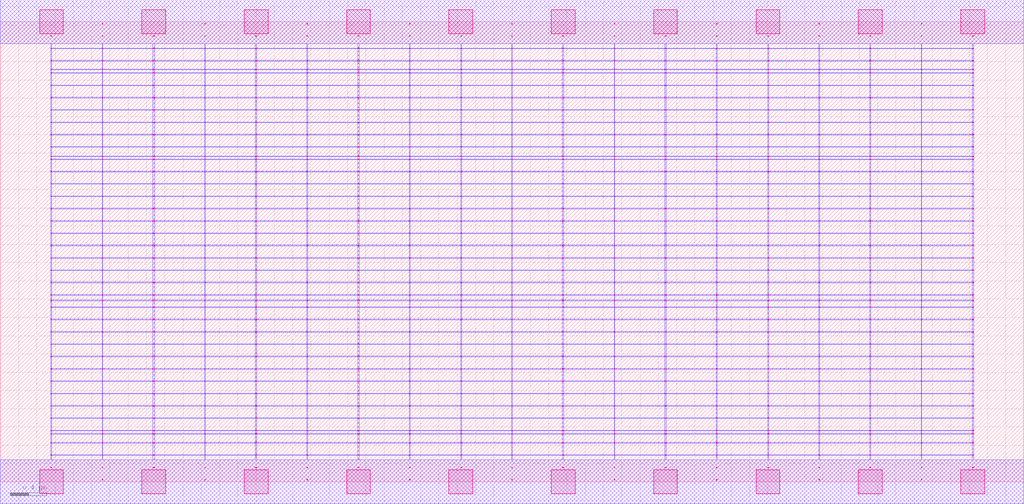
<source format=lef>
MACRO OOAOAOI22111_DEBUG
 CLASS CORE ;
 FOREIGN OOAOAOI22111_DEBUG 0 0 ;
 SIZE 11.200000000000001 BY 5.04 ;
 ORIGIN 0 0 ;
 SYMMETRY X Y R90 ;
 SITE unit ;

 OBS
    LAYER polycont ;
     RECT 5.59600000 2.58300000 5.60400000 2.59100000 ;
     RECT 5.59600000 2.71800000 5.60400000 2.72600000 ;
     RECT 5.59600000 2.85300000 5.60400000 2.86100000 ;
     RECT 5.59600000 2.98800000 5.60400000 2.99600000 ;
     RECT 5.59600000 3.12300000 5.60400000 3.13100000 ;
     RECT 5.59600000 3.25800000 5.60400000 3.26600000 ;
     RECT 5.59600000 3.39300000 5.60400000 3.40100000 ;
     RECT 5.59600000 3.52800000 5.60400000 3.53600000 ;
     RECT 5.59600000 3.56100000 5.60400000 3.56900000 ;
     RECT 5.59600000 3.66300000 5.60400000 3.67100000 ;
     RECT 5.59600000 3.79800000 5.60400000 3.80600000 ;
     RECT 5.59600000 3.93300000 5.60400000 3.94100000 ;
     RECT 5.59600000 4.06800000 5.60400000 4.07600000 ;
     RECT 5.59600000 4.20300000 5.60400000 4.21100000 ;
     RECT 5.59600000 4.33800000 5.60400000 4.34600000 ;
     RECT 5.59600000 4.47300000 5.60400000 4.48100000 ;
     RECT 5.59600000 4.51100000 5.60400000 4.51900000 ;
     RECT 5.59600000 4.60800000 5.60400000 4.61600000 ;
     RECT 5.59600000 4.74300000 5.60400000 4.75100000 ;
     RECT 5.59600000 4.87800000 5.60400000 4.88600000 ;
     RECT 6.71600000 2.58300000 6.72400000 2.59100000 ;
     RECT 6.15100000 2.85300000 6.16400000 2.86100000 ;
     RECT 6.71600000 2.85300000 6.72400000 2.86100000 ;
     RECT 7.27100000 2.85300000 7.28900000 2.86100000 ;
     RECT 7.83600000 2.85300000 7.84400000 2.86100000 ;
     RECT 8.39600000 2.85300000 8.40900000 2.86100000 ;
     RECT 8.95600000 2.85300000 8.96400000 2.86100000 ;
     RECT 9.51100000 2.85300000 9.52400000 2.86100000 ;
     RECT 10.07600000 2.85300000 10.08400000 2.86100000 ;
     RECT 10.63600000 2.85300000 10.64900000 2.86100000 ;
     RECT 7.27100000 2.58300000 7.28900000 2.59100000 ;
     RECT 6.15100000 2.98800000 6.16400000 2.99600000 ;
     RECT 6.71600000 2.98800000 6.72400000 2.99600000 ;
     RECT 7.27100000 2.98800000 7.28900000 2.99600000 ;
     RECT 7.83600000 2.98800000 7.84400000 2.99600000 ;
     RECT 8.39600000 2.98800000 8.40900000 2.99600000 ;
     RECT 8.95600000 2.98800000 8.96400000 2.99600000 ;
     RECT 9.51100000 2.98800000 9.52400000 2.99600000 ;
     RECT 10.07600000 2.98800000 10.08400000 2.99600000 ;
     RECT 10.63600000 2.98800000 10.64900000 2.99600000 ;
     RECT 7.83600000 2.58300000 7.84400000 2.59100000 ;
     RECT 8.95600000 3.12300000 8.96400000 3.13100000 ;
     RECT 8.39600000 2.58300000 8.40900000 2.59100000 ;
     RECT 8.95600000 3.25800000 8.96400000 3.26600000 ;
     RECT 8.95600000 2.58300000 8.96400000 2.59100000 ;
     RECT 8.95600000 3.39300000 8.96400000 3.40100000 ;
     RECT 9.51100000 2.58300000 9.52400000 2.59100000 ;
     RECT 8.95600000 3.52800000 8.96400000 3.53600000 ;
     RECT 10.07600000 2.58300000 10.08400000 2.59100000 ;
     RECT 8.95600000 3.56100000 8.96400000 3.56900000 ;
     RECT 10.63600000 2.58300000 10.64900000 2.59100000 ;
     RECT 8.95600000 3.66300000 8.96400000 3.67100000 ;
     RECT 6.15100000 2.58300000 6.16400000 2.59100000 ;
     RECT 8.95600000 3.79800000 8.96400000 3.80600000 ;
     RECT 6.15100000 2.71800000 6.16400000 2.72600000 ;
     RECT 8.95600000 3.93300000 8.96400000 3.94100000 ;
     RECT 6.71600000 2.71800000 6.72400000 2.72600000 ;
     RECT 8.95600000 4.06800000 8.96400000 4.07600000 ;
     RECT 7.27100000 2.71800000 7.28900000 2.72600000 ;
     RECT 8.95600000 4.20300000 8.96400000 4.21100000 ;
     RECT 7.83600000 2.71800000 7.84400000 2.72600000 ;
     RECT 8.95600000 4.33800000 8.96400000 4.34600000 ;
     RECT 8.39600000 2.71800000 8.40900000 2.72600000 ;
     RECT 8.95600000 4.47300000 8.96400000 4.48100000 ;
     RECT 8.95600000 2.71800000 8.96400000 2.72600000 ;
     RECT 8.95600000 4.51100000 8.96400000 4.51900000 ;
     RECT 9.51100000 2.71800000 9.52400000 2.72600000 ;
     RECT 8.95600000 4.60800000 8.96400000 4.61600000 ;
     RECT 10.07600000 2.71800000 10.08400000 2.72600000 ;
     RECT 8.95600000 4.74300000 8.96400000 4.75100000 ;
     RECT 10.63600000 2.71800000 10.64900000 2.72600000 ;
     RECT 8.95600000 4.87800000 8.96400000 4.88600000 ;
     RECT 0.55100000 2.58300000 0.56400000 2.59100000 ;
     RECT 0.55100000 2.71800000 0.56400000 2.72600000 ;
     RECT 0.55100000 2.85300000 0.56400000 2.86100000 ;
     RECT 1.11600000 2.85300000 1.12400000 2.86100000 ;
     RECT 1.67100000 2.85300000 1.68900000 2.86100000 ;
     RECT 2.23600000 2.85300000 2.24400000 2.86100000 ;
     RECT 2.79100000 2.85300000 2.80900000 2.86100000 ;
     RECT 3.35600000 2.85300000 3.36400000 2.86100000 ;
     RECT 3.91100000 2.85300000 3.92900000 2.86100000 ;
     RECT 4.47600000 2.85300000 4.48400000 2.86100000 ;
     RECT 5.03600000 2.85300000 5.04900000 2.86100000 ;
     RECT 1.11600000 2.71800000 1.12400000 2.72600000 ;
     RECT 1.67100000 2.71800000 1.68900000 2.72600000 ;
     RECT 2.23600000 2.71800000 2.24400000 2.72600000 ;
     RECT 2.79100000 2.71800000 2.80900000 2.72600000 ;
     RECT 3.35600000 2.71800000 3.36400000 2.72600000 ;
     RECT 3.91100000 2.71800000 3.92900000 2.72600000 ;
     RECT 4.47600000 2.71800000 4.48400000 2.72600000 ;
     RECT 5.03600000 2.71800000 5.04900000 2.72600000 ;
     RECT 1.11600000 2.58300000 1.12400000 2.59100000 ;
     RECT 1.67100000 2.58300000 1.68900000 2.59100000 ;
     RECT 0.55100000 2.98800000 0.56400000 2.99600000 ;
     RECT 1.11600000 2.98800000 1.12400000 2.99600000 ;
     RECT 1.67100000 2.98800000 1.68900000 2.99600000 ;
     RECT 2.23600000 2.98800000 2.24400000 2.99600000 ;
     RECT 2.79100000 2.98800000 2.80900000 2.99600000 ;
     RECT 3.35600000 2.98800000 3.36400000 2.99600000 ;
     RECT 3.91100000 2.98800000 3.92900000 2.99600000 ;
     RECT 4.47600000 2.98800000 4.48400000 2.99600000 ;
     RECT 5.03600000 2.98800000 5.04900000 2.99600000 ;
     RECT 2.23600000 2.58300000 2.24400000 2.59100000 ;
     RECT 2.79100000 2.58300000 2.80900000 2.59100000 ;
     RECT 3.35600000 2.58300000 3.36400000 2.59100000 ;
     RECT 3.91100000 2.58300000 3.92900000 2.59100000 ;
     RECT 4.47600000 2.58300000 4.48400000 2.59100000 ;
     RECT 5.03600000 2.58300000 5.04900000 2.59100000 ;
     RECT 2.23600000 1.09800000 2.24400000 1.10600000 ;
     RECT 2.23600000 1.23300000 2.24400000 1.24100000 ;
     RECT 2.23600000 1.36800000 2.24400000 1.37600000 ;
     RECT 2.23600000 1.50300000 2.24400000 1.51100000 ;
     RECT 2.23600000 1.63800000 2.24400000 1.64600000 ;
     RECT 2.23600000 1.77300000 2.24400000 1.78100000 ;
     RECT 2.23600000 1.90800000 2.24400000 1.91600000 ;
     RECT 2.23600000 1.98100000 2.24400000 1.98900000 ;
     RECT 2.23600000 2.04300000 2.24400000 2.05100000 ;
     RECT 2.23600000 2.17800000 2.24400000 2.18600000 ;
     RECT 2.23600000 2.31300000 2.24400000 2.32100000 ;
     RECT 2.23600000 2.44800000 2.24400000 2.45600000 ;
     RECT 2.23600000 0.15300000 2.24400000 0.16100000 ;
     RECT 2.23600000 0.28800000 2.24400000 0.29600000 ;
     RECT 2.23600000 0.42300000 2.24400000 0.43100000 ;
     RECT 2.23600000 0.52100000 2.24400000 0.52900000 ;
     RECT 2.23600000 0.55800000 2.24400000 0.56600000 ;
     RECT 2.23600000 0.69300000 2.24400000 0.70100000 ;
     RECT 2.23600000 0.82800000 2.24400000 0.83600000 ;
     RECT 2.23600000 0.96300000 2.24400000 0.97100000 ;
     RECT 10.07600000 0.69300000 10.08400000 0.70100000 ;
     RECT 10.07600000 2.04300000 10.08400000 2.05100000 ;
     RECT 10.63600000 2.04300000 10.64900000 2.05100000 ;
     RECT 10.63600000 0.69300000 10.64900000 0.70100000 ;
     RECT 10.07600000 2.17800000 10.08400000 2.18600000 ;
     RECT 10.63600000 2.17800000 10.64900000 2.18600000 ;
     RECT 10.63600000 0.15300000 10.64900000 0.16100000 ;
     RECT 10.07600000 2.31300000 10.08400000 2.32100000 ;
     RECT 10.63600000 2.31300000 10.64900000 2.32100000 ;
     RECT 10.07600000 0.82800000 10.08400000 0.83600000 ;
     RECT 10.07600000 2.44800000 10.08400000 2.45600000 ;
     RECT 10.63600000 2.44800000 10.64900000 2.45600000 ;
     RECT 10.63600000 0.82800000 10.64900000 0.83600000 ;
     RECT 10.07600000 0.42300000 10.08400000 0.43100000 ;
     RECT 10.07600000 0.96300000 10.08400000 0.97100000 ;
     RECT 10.63600000 0.96300000 10.64900000 0.97100000 ;
     RECT 10.63600000 0.42300000 10.64900000 0.43100000 ;
     RECT 10.07600000 1.09800000 10.08400000 1.10600000 ;
     RECT 10.63600000 1.09800000 10.64900000 1.10600000 ;
     RECT 10.07600000 0.15300000 10.08400000 0.16100000 ;
     RECT 10.07600000 1.23300000 10.08400000 1.24100000 ;
     RECT 10.63600000 1.23300000 10.64900000 1.24100000 ;
     RECT 10.07600000 0.52100000 10.08400000 0.52900000 ;
     RECT 10.07600000 1.36800000 10.08400000 1.37600000 ;
     RECT 10.63600000 1.36800000 10.64900000 1.37600000 ;
     RECT 10.63600000 0.52100000 10.64900000 0.52900000 ;
     RECT 10.07600000 1.50300000 10.08400000 1.51100000 ;
     RECT 10.63600000 1.50300000 10.64900000 1.51100000 ;
     RECT 10.07600000 0.28800000 10.08400000 0.29600000 ;
     RECT 10.07600000 1.63800000 10.08400000 1.64600000 ;
     RECT 10.63600000 1.63800000 10.64900000 1.64600000 ;
     RECT 10.07600000 0.55800000 10.08400000 0.56600000 ;
     RECT 10.07600000 1.77300000 10.08400000 1.78100000 ;
     RECT 10.63600000 1.77300000 10.64900000 1.78100000 ;
     RECT 10.63600000 0.55800000 10.64900000 0.56600000 ;
     RECT 10.07600000 1.90800000 10.08400000 1.91600000 ;
     RECT 10.63600000 1.90800000 10.64900000 1.91600000 ;
     RECT 10.63600000 0.28800000 10.64900000 0.29600000 ;
     RECT 10.07600000 1.98100000 10.08400000 1.98900000 ;
     RECT 10.63600000 1.98100000 10.64900000 1.98900000 ;

    LAYER pdiffc ;
     RECT 0.55100000 3.39300000 0.55900000 3.40100000 ;
     RECT 5.04100000 3.39300000 5.04900000 3.40100000 ;
     RECT 6.15100000 3.39300000 6.15900000 3.40100000 ;
     RECT 8.40100000 3.39300000 8.40900000 3.40100000 ;
     RECT 9.51100000 3.39300000 9.51900000 3.40100000 ;
     RECT 10.64100000 3.39300000 10.64900000 3.40100000 ;
     RECT 0.55100000 3.52800000 0.55900000 3.53600000 ;
     RECT 5.04100000 3.52800000 5.04900000 3.53600000 ;
     RECT 6.15100000 3.52800000 6.15900000 3.53600000 ;
     RECT 8.40100000 3.52800000 8.40900000 3.53600000 ;
     RECT 9.51100000 3.52800000 9.51900000 3.53600000 ;
     RECT 10.64100000 3.52800000 10.64900000 3.53600000 ;
     RECT 0.55100000 3.56100000 0.55900000 3.56900000 ;
     RECT 5.04100000 3.56100000 5.04900000 3.56900000 ;
     RECT 6.15100000 3.56100000 6.15900000 3.56900000 ;
     RECT 8.40100000 3.56100000 8.40900000 3.56900000 ;
     RECT 9.51100000 3.56100000 9.51900000 3.56900000 ;
     RECT 10.64100000 3.56100000 10.64900000 3.56900000 ;
     RECT 0.55100000 3.66300000 0.55900000 3.67100000 ;
     RECT 5.04100000 3.66300000 5.04900000 3.67100000 ;
     RECT 6.15100000 3.66300000 6.15900000 3.67100000 ;
     RECT 8.40100000 3.66300000 8.40900000 3.67100000 ;
     RECT 9.51100000 3.66300000 9.51900000 3.67100000 ;
     RECT 10.64100000 3.66300000 10.64900000 3.67100000 ;
     RECT 0.55100000 3.79800000 0.55900000 3.80600000 ;
     RECT 5.04100000 3.79800000 5.04900000 3.80600000 ;
     RECT 6.15100000 3.79800000 6.15900000 3.80600000 ;
     RECT 8.40100000 3.79800000 8.40900000 3.80600000 ;
     RECT 9.51100000 3.79800000 9.51900000 3.80600000 ;
     RECT 10.64100000 3.79800000 10.64900000 3.80600000 ;
     RECT 0.55100000 3.93300000 0.55900000 3.94100000 ;
     RECT 5.04100000 3.93300000 5.04900000 3.94100000 ;
     RECT 6.15100000 3.93300000 6.15900000 3.94100000 ;
     RECT 8.40100000 3.93300000 8.40900000 3.94100000 ;
     RECT 9.51100000 3.93300000 9.51900000 3.94100000 ;
     RECT 10.64100000 3.93300000 10.64900000 3.94100000 ;
     RECT 0.55100000 4.06800000 0.55900000 4.07600000 ;
     RECT 5.04100000 4.06800000 5.04900000 4.07600000 ;
     RECT 6.15100000 4.06800000 6.15900000 4.07600000 ;
     RECT 8.40100000 4.06800000 8.40900000 4.07600000 ;
     RECT 9.51100000 4.06800000 9.51900000 4.07600000 ;
     RECT 10.64100000 4.06800000 10.64900000 4.07600000 ;
     RECT 0.55100000 4.20300000 0.55900000 4.21100000 ;
     RECT 5.04100000 4.20300000 5.04900000 4.21100000 ;
     RECT 6.15100000 4.20300000 6.15900000 4.21100000 ;
     RECT 8.40100000 4.20300000 8.40900000 4.21100000 ;
     RECT 9.51100000 4.20300000 9.51900000 4.21100000 ;
     RECT 10.64100000 4.20300000 10.64900000 4.21100000 ;
     RECT 0.55100000 4.33800000 0.55900000 4.34600000 ;
     RECT 5.04100000 4.33800000 5.04900000 4.34600000 ;
     RECT 6.15100000 4.33800000 6.15900000 4.34600000 ;
     RECT 8.40100000 4.33800000 8.40900000 4.34600000 ;
     RECT 9.51100000 4.33800000 9.51900000 4.34600000 ;
     RECT 10.64100000 4.33800000 10.64900000 4.34600000 ;
     RECT 0.55100000 4.47300000 0.55900000 4.48100000 ;
     RECT 5.04100000 4.47300000 5.04900000 4.48100000 ;
     RECT 6.15100000 4.47300000 6.15900000 4.48100000 ;
     RECT 8.40100000 4.47300000 8.40900000 4.48100000 ;
     RECT 9.51100000 4.47300000 9.51900000 4.48100000 ;
     RECT 10.64100000 4.47300000 10.64900000 4.48100000 ;
     RECT 0.55100000 4.51100000 0.55900000 4.51900000 ;
     RECT 5.04100000 4.51100000 5.04900000 4.51900000 ;
     RECT 6.15100000 4.51100000 6.15900000 4.51900000 ;
     RECT 8.40100000 4.51100000 8.40900000 4.51900000 ;
     RECT 9.51100000 4.51100000 9.51900000 4.51900000 ;
     RECT 10.64100000 4.51100000 10.64900000 4.51900000 ;
     RECT 0.55100000 4.60800000 0.55900000 4.61600000 ;
     RECT 5.04100000 4.60800000 5.04900000 4.61600000 ;
     RECT 6.15100000 4.60800000 6.15900000 4.61600000 ;
     RECT 8.40100000 4.60800000 8.40900000 4.61600000 ;
     RECT 9.51100000 4.60800000 9.51900000 4.61600000 ;
     RECT 10.64100000 4.60800000 10.64900000 4.61600000 ;

    LAYER ndiffc ;
     RECT 5.03600000 0.42300000 5.04900000 0.43100000 ;
     RECT 5.03600000 0.52100000 5.04900000 0.52900000 ;
     RECT 5.03600000 0.55800000 5.04900000 0.56600000 ;
     RECT 5.03600000 0.69300000 5.04900000 0.70100000 ;
     RECT 5.03600000 0.82800000 5.04900000 0.83600000 ;
     RECT 5.03600000 0.96300000 5.04900000 0.97100000 ;
     RECT 5.03600000 1.09800000 5.04900000 1.10600000 ;
     RECT 5.03600000 1.23300000 5.04900000 1.24100000 ;
     RECT 5.03600000 1.36800000 5.04900000 1.37600000 ;
     RECT 5.03600000 1.50300000 5.04900000 1.51100000 ;
     RECT 5.03600000 1.63800000 5.04900000 1.64600000 ;
     RECT 5.03600000 1.77300000 5.04900000 1.78100000 ;
     RECT 5.03600000 1.90800000 5.04900000 1.91600000 ;
     RECT 5.03600000 1.98100000 5.04900000 1.98900000 ;
     RECT 5.03600000 2.04300000 5.04900000 2.05100000 ;
     RECT 8.39600000 0.42300000 8.40900000 0.43100000 ;
     RECT 6.15100000 0.69300000 6.16400000 0.70100000 ;
     RECT 7.27100000 0.69300000 7.28900000 0.70100000 ;
     RECT 8.39600000 0.69300000 8.40900000 0.70100000 ;
     RECT 9.51100000 0.69300000 9.52400000 0.70100000 ;
     RECT 9.51100000 0.42300000 9.52400000 0.43100000 ;
     RECT 6.15100000 0.82800000 6.16400000 0.83600000 ;
     RECT 7.27100000 0.82800000 7.28900000 0.83600000 ;
     RECT 8.39600000 0.82800000 8.40900000 0.83600000 ;
     RECT 9.51100000 0.82800000 9.52400000 0.83600000 ;
     RECT 6.15100000 0.42300000 6.16400000 0.43100000 ;
     RECT 6.15100000 0.96300000 6.16400000 0.97100000 ;
     RECT 7.27100000 0.96300000 7.28900000 0.97100000 ;
     RECT 8.39600000 0.96300000 8.40900000 0.97100000 ;
     RECT 9.51100000 0.96300000 9.52400000 0.97100000 ;
     RECT 6.15100000 0.52100000 6.16400000 0.52900000 ;
     RECT 6.15100000 1.09800000 6.16400000 1.10600000 ;
     RECT 7.27100000 1.09800000 7.28900000 1.10600000 ;
     RECT 8.39600000 1.09800000 8.40900000 1.10600000 ;
     RECT 9.51100000 1.09800000 9.52400000 1.10600000 ;
     RECT 7.27100000 0.52100000 7.28900000 0.52900000 ;
     RECT 6.15100000 1.23300000 6.16400000 1.24100000 ;
     RECT 7.27100000 1.23300000 7.28900000 1.24100000 ;
     RECT 8.39600000 1.23300000 8.40900000 1.24100000 ;
     RECT 9.51100000 1.23300000 9.52400000 1.24100000 ;
     RECT 8.39600000 0.52100000 8.40900000 0.52900000 ;
     RECT 6.15100000 1.36800000 6.16400000 1.37600000 ;
     RECT 7.27100000 1.36800000 7.28900000 1.37600000 ;
     RECT 8.39600000 1.36800000 8.40900000 1.37600000 ;
     RECT 9.51100000 1.36800000 9.52400000 1.37600000 ;
     RECT 9.51100000 0.52100000 9.52400000 0.52900000 ;
     RECT 6.15100000 1.50300000 6.16400000 1.51100000 ;
     RECT 7.27100000 1.50300000 7.28900000 1.51100000 ;
     RECT 8.39600000 1.50300000 8.40900000 1.51100000 ;
     RECT 9.51100000 1.50300000 9.52400000 1.51100000 ;
     RECT 7.27100000 0.42300000 7.28900000 0.43100000 ;
     RECT 6.15100000 1.63800000 6.16400000 1.64600000 ;
     RECT 7.27100000 1.63800000 7.28900000 1.64600000 ;
     RECT 8.39600000 1.63800000 8.40900000 1.64600000 ;
     RECT 9.51100000 1.63800000 9.52400000 1.64600000 ;
     RECT 6.15100000 0.55800000 6.16400000 0.56600000 ;
     RECT 6.15100000 1.77300000 6.16400000 1.78100000 ;
     RECT 7.27100000 1.77300000 7.28900000 1.78100000 ;
     RECT 8.39600000 1.77300000 8.40900000 1.78100000 ;
     RECT 9.51100000 1.77300000 9.52400000 1.78100000 ;
     RECT 7.27100000 0.55800000 7.28900000 0.56600000 ;
     RECT 6.15100000 1.90800000 6.16400000 1.91600000 ;
     RECT 7.27100000 1.90800000 7.28900000 1.91600000 ;
     RECT 8.39600000 1.90800000 8.40900000 1.91600000 ;
     RECT 9.51100000 1.90800000 9.52400000 1.91600000 ;
     RECT 8.39600000 0.55800000 8.40900000 0.56600000 ;
     RECT 6.15100000 1.98100000 6.16400000 1.98900000 ;
     RECT 7.27100000 1.98100000 7.28900000 1.98900000 ;
     RECT 8.39600000 1.98100000 8.40900000 1.98900000 ;
     RECT 9.51100000 1.98100000 9.52400000 1.98900000 ;
     RECT 9.51100000 0.55800000 9.52400000 0.56600000 ;
     RECT 6.15100000 2.04300000 6.16400000 2.05100000 ;
     RECT 7.27100000 2.04300000 7.28900000 2.05100000 ;
     RECT 8.39600000 2.04300000 8.40900000 2.05100000 ;
     RECT 9.51100000 2.04300000 9.52400000 2.05100000 ;
     RECT 3.91100000 1.36800000 3.92900000 1.37600000 ;
     RECT 2.79100000 0.55800000 2.80900000 0.56600000 ;
     RECT 3.91100000 0.55800000 3.92900000 0.56600000 ;
     RECT 1.67100000 0.52100000 1.68900000 0.52900000 ;
     RECT 2.79100000 0.52100000 2.80900000 0.52900000 ;
     RECT 3.91100000 0.52100000 3.92900000 0.52900000 ;
     RECT 0.55100000 1.50300000 0.56400000 1.51100000 ;
     RECT 1.67100000 1.50300000 1.68900000 1.51100000 ;
     RECT 2.79100000 1.50300000 2.80900000 1.51100000 ;
     RECT 3.91100000 1.50300000 3.92900000 1.51100000 ;
     RECT 0.55100000 0.96300000 0.56400000 0.97100000 ;
     RECT 1.67100000 0.96300000 1.68900000 0.97100000 ;
     RECT 2.79100000 0.96300000 2.80900000 0.97100000 ;
     RECT 3.91100000 0.96300000 3.92900000 0.97100000 ;
     RECT 1.67100000 0.42300000 1.68900000 0.43100000 ;
     RECT 0.55100000 1.63800000 0.56400000 1.64600000 ;
     RECT 1.67100000 1.63800000 1.68900000 1.64600000 ;
     RECT 2.79100000 1.63800000 2.80900000 1.64600000 ;
     RECT 3.91100000 1.63800000 3.92900000 1.64600000 ;
     RECT 2.79100000 0.42300000 2.80900000 0.43100000 ;
     RECT 0.55100000 0.69300000 0.56400000 0.70100000 ;
     RECT 1.67100000 0.69300000 1.68900000 0.70100000 ;
     RECT 2.79100000 0.69300000 2.80900000 0.70100000 ;
     RECT 0.55100000 1.09800000 0.56400000 1.10600000 ;
     RECT 0.55100000 1.77300000 0.56400000 1.78100000 ;
     RECT 1.67100000 1.77300000 1.68900000 1.78100000 ;
     RECT 2.79100000 1.77300000 2.80900000 1.78100000 ;
     RECT 3.91100000 1.77300000 3.92900000 1.78100000 ;
     RECT 1.67100000 1.09800000 1.68900000 1.10600000 ;
     RECT 2.79100000 1.09800000 2.80900000 1.10600000 ;
     RECT 3.91100000 1.09800000 3.92900000 1.10600000 ;
     RECT 3.91100000 0.69300000 3.92900000 0.70100000 ;
     RECT 3.91100000 0.42300000 3.92900000 0.43100000 ;
     RECT 0.55100000 1.90800000 0.56400000 1.91600000 ;
     RECT 1.67100000 1.90800000 1.68900000 1.91600000 ;
     RECT 2.79100000 1.90800000 2.80900000 1.91600000 ;
     RECT 3.91100000 1.90800000 3.92900000 1.91600000 ;
     RECT 0.55100000 0.42300000 0.56400000 0.43100000 ;
     RECT 0.55100000 0.52100000 0.56400000 0.52900000 ;
     RECT 0.55100000 0.55800000 0.56400000 0.56600000 ;
     RECT 0.55100000 1.23300000 0.56400000 1.24100000 ;
     RECT 1.67100000 1.23300000 1.68900000 1.24100000 ;
     RECT 0.55100000 1.98100000 0.56400000 1.98900000 ;
     RECT 1.67100000 1.98100000 1.68900000 1.98900000 ;
     RECT 2.79100000 1.98100000 2.80900000 1.98900000 ;
     RECT 3.91100000 1.98100000 3.92900000 1.98900000 ;
     RECT 2.79100000 1.23300000 2.80900000 1.24100000 ;
     RECT 3.91100000 1.23300000 3.92900000 1.24100000 ;
     RECT 1.67100000 0.55800000 1.68900000 0.56600000 ;
     RECT 0.55100000 0.82800000 0.56400000 0.83600000 ;
     RECT 1.67100000 0.82800000 1.68900000 0.83600000 ;
     RECT 0.55100000 2.04300000 0.56400000 2.05100000 ;
     RECT 1.67100000 2.04300000 1.68900000 2.05100000 ;
     RECT 2.79100000 2.04300000 2.80900000 2.05100000 ;
     RECT 3.91100000 2.04300000 3.92900000 2.05100000 ;
     RECT 2.79100000 0.82800000 2.80900000 0.83600000 ;
     RECT 3.91100000 0.82800000 3.92900000 0.83600000 ;
     RECT 0.55100000 1.36800000 0.56400000 1.37600000 ;
     RECT 1.67100000 1.36800000 1.68900000 1.37600000 ;
     RECT 2.79100000 1.36800000 2.80900000 1.37600000 ;

    LAYER met1 ;
     RECT 0.00000000 -0.24000000 11.20000000 0.24000000 ;
     RECT 5.59600000 0.24000000 5.60400000 0.28800000 ;
     RECT 0.55100000 0.28800000 10.64900000 0.29600000 ;
     RECT 5.59600000 0.29600000 5.60400000 0.42300000 ;
     RECT 0.55100000 0.42300000 10.64900000 0.43100000 ;
     RECT 5.59600000 0.43100000 5.60400000 0.52100000 ;
     RECT 0.55100000 0.52100000 10.64900000 0.52900000 ;
     RECT 5.59600000 0.52900000 5.60400000 0.55800000 ;
     RECT 0.55100000 0.55800000 10.64900000 0.56600000 ;
     RECT 5.59600000 0.56600000 5.60400000 0.69300000 ;
     RECT 0.55100000 0.69300000 10.64900000 0.70100000 ;
     RECT 5.59600000 0.70100000 5.60400000 0.82800000 ;
     RECT 0.55100000 0.82800000 10.64900000 0.83600000 ;
     RECT 5.59600000 0.83600000 5.60400000 0.96300000 ;
     RECT 0.55100000 0.96300000 10.64900000 0.97100000 ;
     RECT 5.59600000 0.97100000 5.60400000 1.09800000 ;
     RECT 0.55100000 1.09800000 10.64900000 1.10600000 ;
     RECT 5.59600000 1.10600000 5.60400000 1.23300000 ;
     RECT 0.55100000 1.23300000 10.64900000 1.24100000 ;
     RECT 5.59600000 1.24100000 5.60400000 1.36800000 ;
     RECT 0.55100000 1.36800000 10.64900000 1.37600000 ;
     RECT 5.59600000 1.37600000 5.60400000 1.50300000 ;
     RECT 0.55100000 1.50300000 10.64900000 1.51100000 ;
     RECT 5.59600000 1.51100000 5.60400000 1.63800000 ;
     RECT 0.55100000 1.63800000 10.64900000 1.64600000 ;
     RECT 5.59600000 1.64600000 5.60400000 1.77300000 ;
     RECT 0.55100000 1.77300000 10.64900000 1.78100000 ;
     RECT 5.59600000 1.78100000 5.60400000 1.90800000 ;
     RECT 0.55100000 1.90800000 10.64900000 1.91600000 ;
     RECT 5.59600000 1.91600000 5.60400000 1.98100000 ;
     RECT 0.55100000 1.98100000 10.64900000 1.98900000 ;
     RECT 5.59600000 1.98900000 5.60400000 2.04300000 ;
     RECT 0.55100000 2.04300000 10.64900000 2.05100000 ;
     RECT 5.59600000 2.05100000 5.60400000 2.17800000 ;
     RECT 0.55100000 2.17800000 10.64900000 2.18600000 ;
     RECT 5.59600000 2.18600000 5.60400000 2.31300000 ;
     RECT 0.55100000 2.31300000 10.64900000 2.32100000 ;
     RECT 5.59600000 2.32100000 5.60400000 2.44800000 ;
     RECT 0.55100000 2.44800000 10.64900000 2.45600000 ;
     RECT 0.55100000 2.45600000 0.56400000 2.58300000 ;
     RECT 1.11600000 2.45600000 1.12400000 2.58300000 ;
     RECT 1.67100000 2.45600000 1.68900000 2.58300000 ;
     RECT 2.23600000 2.45600000 2.24400000 2.58300000 ;
     RECT 2.79100000 2.45600000 2.80900000 2.58300000 ;
     RECT 3.35600000 2.45600000 3.36400000 2.58300000 ;
     RECT 3.91100000 2.45600000 3.92900000 2.58300000 ;
     RECT 4.47600000 2.45600000 4.48400000 2.58300000 ;
     RECT 5.03600000 2.45600000 5.04900000 2.58300000 ;
     RECT 5.59600000 2.45600000 5.60400000 2.58300000 ;
     RECT 6.15100000 2.45600000 6.16400000 2.58300000 ;
     RECT 6.71600000 2.45600000 6.72400000 2.58300000 ;
     RECT 7.27100000 2.45600000 7.28900000 2.58300000 ;
     RECT 7.83600000 2.45600000 7.84400000 2.58300000 ;
     RECT 8.39600000 2.45600000 8.40900000 2.58300000 ;
     RECT 8.95600000 2.45600000 8.96400000 2.58300000 ;
     RECT 9.51100000 2.45600000 9.52400000 2.58300000 ;
     RECT 10.07600000 2.45600000 10.08400000 2.58300000 ;
     RECT 10.63600000 2.45600000 10.64900000 2.58300000 ;
     RECT 0.55100000 2.58300000 10.64900000 2.59100000 ;
     RECT 5.59600000 2.59100000 5.60400000 2.71800000 ;
     RECT 0.55100000 2.71800000 10.64900000 2.72600000 ;
     RECT 5.59600000 2.72600000 5.60400000 2.85300000 ;
     RECT 0.55100000 2.85300000 10.64900000 2.86100000 ;
     RECT 5.59600000 2.86100000 5.60400000 2.98800000 ;
     RECT 0.55100000 2.98800000 10.64900000 2.99600000 ;
     RECT 5.59600000 2.99600000 5.60400000 3.12300000 ;
     RECT 0.55100000 3.12300000 10.64900000 3.13100000 ;
     RECT 5.59600000 3.13100000 5.60400000 3.25800000 ;
     RECT 0.55100000 3.25800000 10.64900000 3.26600000 ;
     RECT 5.59600000 3.26600000 5.60400000 3.39300000 ;
     RECT 0.55100000 3.39300000 10.64900000 3.40100000 ;
     RECT 5.59600000 3.40100000 5.60400000 3.52800000 ;
     RECT 0.55100000 3.52800000 10.64900000 3.53600000 ;
     RECT 5.59600000 3.53600000 5.60400000 3.56100000 ;
     RECT 0.55100000 3.56100000 10.64900000 3.56900000 ;
     RECT 5.59600000 3.56900000 5.60400000 3.66300000 ;
     RECT 0.55100000 3.66300000 10.64900000 3.67100000 ;
     RECT 5.59600000 3.67100000 5.60400000 3.79800000 ;
     RECT 0.55100000 3.79800000 10.64900000 3.80600000 ;
     RECT 5.59600000 3.80600000 5.60400000 3.93300000 ;
     RECT 0.55100000 3.93300000 10.64900000 3.94100000 ;
     RECT 5.59600000 3.94100000 5.60400000 4.06800000 ;
     RECT 0.55100000 4.06800000 10.64900000 4.07600000 ;
     RECT 5.59600000 4.07600000 5.60400000 4.20300000 ;
     RECT 0.55100000 4.20300000 10.64900000 4.21100000 ;
     RECT 5.59600000 4.21100000 5.60400000 4.33800000 ;
     RECT 0.55100000 4.33800000 10.64900000 4.34600000 ;
     RECT 5.59600000 4.34600000 5.60400000 4.47300000 ;
     RECT 0.55100000 4.47300000 10.64900000 4.48100000 ;
     RECT 5.59600000 4.48100000 5.60400000 4.51100000 ;
     RECT 0.55100000 4.51100000 10.64900000 4.51900000 ;
     RECT 5.59600000 4.51900000 5.60400000 4.60800000 ;
     RECT 0.55100000 4.60800000 10.64900000 4.61600000 ;
     RECT 5.59600000 4.61600000 5.60400000 4.74300000 ;
     RECT 0.55100000 4.74300000 10.64900000 4.75100000 ;
     RECT 5.59600000 4.75100000 5.60400000 4.80000000 ;
     RECT 0.00000000 4.80000000 11.20000000 5.28000000 ;
     RECT 8.39600000 2.99600000 8.40900000 3.12300000 ;
     RECT 8.39600000 3.13100000 8.40900000 3.25800000 ;
     RECT 8.39600000 3.26600000 8.40900000 3.39300000 ;
     RECT 8.39600000 3.40100000 8.40900000 3.52800000 ;
     RECT 8.39600000 3.53600000 8.40900000 3.56100000 ;
     RECT 8.39600000 2.72600000 8.40900000 2.85300000 ;
     RECT 8.39600000 3.56900000 8.40900000 3.66300000 ;
     RECT 8.39600000 3.67100000 8.40900000 3.79800000 ;
     RECT 6.15100000 3.80600000 6.16400000 3.93300000 ;
     RECT 6.71600000 3.80600000 6.72400000 3.93300000 ;
     RECT 7.27100000 3.80600000 7.28900000 3.93300000 ;
     RECT 7.83600000 3.80600000 7.84400000 3.93300000 ;
     RECT 8.39600000 3.80600000 8.40900000 3.93300000 ;
     RECT 8.95600000 3.80600000 8.96400000 3.93300000 ;
     RECT 9.51100000 3.80600000 9.52400000 3.93300000 ;
     RECT 10.07600000 3.80600000 10.08400000 3.93300000 ;
     RECT 10.63600000 3.80600000 10.64900000 3.93300000 ;
     RECT 8.39600000 3.94100000 8.40900000 4.06800000 ;
     RECT 8.39600000 4.07600000 8.40900000 4.20300000 ;
     RECT 8.39600000 4.21100000 8.40900000 4.33800000 ;
     RECT 8.39600000 2.86100000 8.40900000 2.98800000 ;
     RECT 8.39600000 4.34600000 8.40900000 4.47300000 ;
     RECT 8.39600000 4.48100000 8.40900000 4.51100000 ;
     RECT 8.39600000 2.59100000 8.40900000 2.71800000 ;
     RECT 8.39600000 4.51900000 8.40900000 4.60800000 ;
     RECT 8.39600000 4.61600000 8.40900000 4.74300000 ;
     RECT 8.39600000 4.75100000 8.40900000 4.80000000 ;
     RECT 9.51100000 3.94100000 9.52400000 4.06800000 ;
     RECT 8.95600000 4.21100000 8.96400000 4.33800000 ;
     RECT 9.51100000 4.21100000 9.52400000 4.33800000 ;
     RECT 10.07600000 4.21100000 10.08400000 4.33800000 ;
     RECT 10.63600000 4.21100000 10.64900000 4.33800000 ;
     RECT 10.07600000 3.94100000 10.08400000 4.06800000 ;
     RECT 10.63600000 3.94100000 10.64900000 4.06800000 ;
     RECT 8.95600000 4.34600000 8.96400000 4.47300000 ;
     RECT 9.51100000 4.34600000 9.52400000 4.47300000 ;
     RECT 10.07600000 4.34600000 10.08400000 4.47300000 ;
     RECT 10.63600000 4.34600000 10.64900000 4.47300000 ;
     RECT 8.95600000 3.94100000 8.96400000 4.06800000 ;
     RECT 8.95600000 4.48100000 8.96400000 4.51100000 ;
     RECT 9.51100000 4.48100000 9.52400000 4.51100000 ;
     RECT 10.07600000 4.48100000 10.08400000 4.51100000 ;
     RECT 10.63600000 4.48100000 10.64900000 4.51100000 ;
     RECT 8.95600000 4.07600000 8.96400000 4.20300000 ;
     RECT 9.51100000 4.07600000 9.52400000 4.20300000 ;
     RECT 8.95600000 4.51900000 8.96400000 4.60800000 ;
     RECT 9.51100000 4.51900000 9.52400000 4.60800000 ;
     RECT 10.07600000 4.51900000 10.08400000 4.60800000 ;
     RECT 10.63600000 4.51900000 10.64900000 4.60800000 ;
     RECT 10.07600000 4.07600000 10.08400000 4.20300000 ;
     RECT 8.95600000 4.61600000 8.96400000 4.74300000 ;
     RECT 9.51100000 4.61600000 9.52400000 4.74300000 ;
     RECT 10.07600000 4.61600000 10.08400000 4.74300000 ;
     RECT 10.63600000 4.61600000 10.64900000 4.74300000 ;
     RECT 10.63600000 4.07600000 10.64900000 4.20300000 ;
     RECT 8.95600000 4.75100000 8.96400000 4.80000000 ;
     RECT 9.51100000 4.75100000 9.52400000 4.80000000 ;
     RECT 10.07600000 4.75100000 10.08400000 4.80000000 ;
     RECT 10.63600000 4.75100000 10.64900000 4.80000000 ;
     RECT 6.71600000 4.07600000 6.72400000 4.20300000 ;
     RECT 7.27100000 4.07600000 7.28900000 4.20300000 ;
     RECT 7.83600000 4.07600000 7.84400000 4.20300000 ;
     RECT 6.71600000 3.94100000 6.72400000 4.06800000 ;
     RECT 7.27100000 3.94100000 7.28900000 4.06800000 ;
     RECT 6.15100000 4.51900000 6.16400000 4.60800000 ;
     RECT 6.71600000 4.51900000 6.72400000 4.60800000 ;
     RECT 7.27100000 4.51900000 7.28900000 4.60800000 ;
     RECT 7.83600000 4.51900000 7.84400000 4.60800000 ;
     RECT 7.83600000 3.94100000 7.84400000 4.06800000 ;
     RECT 6.15100000 4.34600000 6.16400000 4.47300000 ;
     RECT 6.71600000 4.34600000 6.72400000 4.47300000 ;
     RECT 7.27100000 4.34600000 7.28900000 4.47300000 ;
     RECT 7.83600000 4.34600000 7.84400000 4.47300000 ;
     RECT 6.15100000 4.61600000 6.16400000 4.74300000 ;
     RECT 6.71600000 4.61600000 6.72400000 4.74300000 ;
     RECT 7.27100000 4.61600000 7.28900000 4.74300000 ;
     RECT 7.83600000 4.61600000 7.84400000 4.74300000 ;
     RECT 6.15100000 3.94100000 6.16400000 4.06800000 ;
     RECT 6.15100000 4.07600000 6.16400000 4.20300000 ;
     RECT 6.15100000 4.21100000 6.16400000 4.33800000 ;
     RECT 6.71600000 4.21100000 6.72400000 4.33800000 ;
     RECT 7.27100000 4.21100000 7.28900000 4.33800000 ;
     RECT 6.15100000 4.75100000 6.16400000 4.80000000 ;
     RECT 6.71600000 4.75100000 6.72400000 4.80000000 ;
     RECT 7.27100000 4.75100000 7.28900000 4.80000000 ;
     RECT 7.83600000 4.75100000 7.84400000 4.80000000 ;
     RECT 6.15100000 4.48100000 6.16400000 4.51100000 ;
     RECT 6.71600000 4.48100000 6.72400000 4.51100000 ;
     RECT 7.27100000 4.48100000 7.28900000 4.51100000 ;
     RECT 7.83600000 4.48100000 7.84400000 4.51100000 ;
     RECT 7.83600000 4.21100000 7.84400000 4.33800000 ;
     RECT 7.27100000 3.53600000 7.28900000 3.56100000 ;
     RECT 7.83600000 3.53600000 7.84400000 3.56100000 ;
     RECT 7.83600000 3.13100000 7.84400000 3.25800000 ;
     RECT 6.15100000 2.86100000 6.16400000 2.98800000 ;
     RECT 6.71600000 2.86100000 6.72400000 2.98800000 ;
     RECT 7.83600000 2.72600000 7.84400000 2.85300000 ;
     RECT 6.15100000 3.13100000 6.16400000 3.25800000 ;
     RECT 6.15100000 3.56900000 6.16400000 3.66300000 ;
     RECT 6.71600000 3.56900000 6.72400000 3.66300000 ;
     RECT 7.27100000 3.56900000 7.28900000 3.66300000 ;
     RECT 7.83600000 3.56900000 7.84400000 3.66300000 ;
     RECT 6.15100000 2.59100000 6.16400000 2.71800000 ;
     RECT 6.15100000 3.67100000 6.16400000 3.79800000 ;
     RECT 6.71600000 3.67100000 6.72400000 3.79800000 ;
     RECT 7.27100000 2.86100000 7.28900000 2.98800000 ;
     RECT 7.83600000 2.86100000 7.84400000 2.98800000 ;
     RECT 7.27100000 3.67100000 7.28900000 3.79800000 ;
     RECT 7.83600000 3.67100000 7.84400000 3.79800000 ;
     RECT 6.15100000 2.99600000 6.16400000 3.12300000 ;
     RECT 6.15100000 3.26600000 6.16400000 3.39300000 ;
     RECT 6.71600000 3.26600000 6.72400000 3.39300000 ;
     RECT 7.27100000 3.26600000 7.28900000 3.39300000 ;
     RECT 7.83600000 3.26600000 7.84400000 3.39300000 ;
     RECT 6.71600000 3.13100000 6.72400000 3.25800000 ;
     RECT 6.71600000 2.59100000 6.72400000 2.71800000 ;
     RECT 6.15100000 2.72600000 6.16400000 2.85300000 ;
     RECT 6.15100000 3.40100000 6.16400000 3.52800000 ;
     RECT 6.71600000 3.40100000 6.72400000 3.52800000 ;
     RECT 6.71600000 2.99600000 6.72400000 3.12300000 ;
     RECT 7.27100000 2.99600000 7.28900000 3.12300000 ;
     RECT 7.27100000 3.40100000 7.28900000 3.52800000 ;
     RECT 7.27100000 2.59100000 7.28900000 2.71800000 ;
     RECT 7.83600000 2.59100000 7.84400000 2.71800000 ;
     RECT 7.83600000 3.40100000 7.84400000 3.52800000 ;
     RECT 7.27100000 3.13100000 7.28900000 3.25800000 ;
     RECT 6.71600000 2.72600000 6.72400000 2.85300000 ;
     RECT 7.27100000 2.72600000 7.28900000 2.85300000 ;
     RECT 6.15100000 3.53600000 6.16400000 3.56100000 ;
     RECT 6.71600000 3.53600000 6.72400000 3.56100000 ;
     RECT 7.83600000 2.99600000 7.84400000 3.12300000 ;
     RECT 10.07600000 3.56900000 10.08400000 3.66300000 ;
     RECT 10.63600000 3.56900000 10.64900000 3.66300000 ;
     RECT 8.95600000 2.72600000 8.96400000 2.85300000 ;
     RECT 9.51100000 2.72600000 9.52400000 2.85300000 ;
     RECT 8.95600000 2.99600000 8.96400000 3.12300000 ;
     RECT 8.95600000 3.40100000 8.96400000 3.52800000 ;
     RECT 10.63600000 2.86100000 10.64900000 2.98800000 ;
     RECT 9.51100000 3.40100000 9.52400000 3.52800000 ;
     RECT 10.07600000 3.40100000 10.08400000 3.52800000 ;
     RECT 10.63600000 3.40100000 10.64900000 3.52800000 ;
     RECT 8.95600000 3.67100000 8.96400000 3.79800000 ;
     RECT 9.51100000 3.67100000 9.52400000 3.79800000 ;
     RECT 10.07600000 3.67100000 10.08400000 3.79800000 ;
     RECT 10.63600000 3.67100000 10.64900000 3.79800000 ;
     RECT 10.07600000 2.72600000 10.08400000 2.85300000 ;
     RECT 10.63600000 2.72600000 10.64900000 2.85300000 ;
     RECT 9.51100000 2.99600000 9.52400000 3.12300000 ;
     RECT 8.95600000 2.59100000 8.96400000 2.71800000 ;
     RECT 10.07600000 2.99600000 10.08400000 3.12300000 ;
     RECT 10.63600000 2.99600000 10.64900000 3.12300000 ;
     RECT 9.51100000 2.59100000 9.52400000 2.71800000 ;
     RECT 8.95600000 3.26600000 8.96400000 3.39300000 ;
     RECT 9.51100000 3.26600000 9.52400000 3.39300000 ;
     RECT 10.07600000 3.26600000 10.08400000 3.39300000 ;
     RECT 8.95600000 3.53600000 8.96400000 3.56100000 ;
     RECT 8.95600000 2.86100000 8.96400000 2.98800000 ;
     RECT 9.51100000 3.53600000 9.52400000 3.56100000 ;
     RECT 10.07600000 3.53600000 10.08400000 3.56100000 ;
     RECT 10.63600000 3.53600000 10.64900000 3.56100000 ;
     RECT 10.63600000 3.26600000 10.64900000 3.39300000 ;
     RECT 8.95600000 3.13100000 8.96400000 3.25800000 ;
     RECT 9.51100000 3.13100000 9.52400000 3.25800000 ;
     RECT 10.07600000 3.13100000 10.08400000 3.25800000 ;
     RECT 10.63600000 3.13100000 10.64900000 3.25800000 ;
     RECT 10.63600000 2.59100000 10.64900000 2.71800000 ;
     RECT 9.51100000 2.86100000 9.52400000 2.98800000 ;
     RECT 10.07600000 2.86100000 10.08400000 2.98800000 ;
     RECT 10.07600000 2.59100000 10.08400000 2.71800000 ;
     RECT 8.95600000 3.56900000 8.96400000 3.66300000 ;
     RECT 9.51100000 3.56900000 9.52400000 3.66300000 ;
     RECT 2.79100000 2.59100000 2.80900000 2.71800000 ;
     RECT 2.79100000 2.99600000 2.80900000 3.12300000 ;
     RECT 2.79100000 3.94100000 2.80900000 4.06800000 ;
     RECT 2.79100000 3.40100000 2.80900000 3.52800000 ;
     RECT 2.79100000 4.07600000 2.80900000 4.20300000 ;
     RECT 2.79100000 4.21100000 2.80900000 4.33800000 ;
     RECT 2.79100000 3.53600000 2.80900000 3.56100000 ;
     RECT 2.79100000 4.34600000 2.80900000 4.47300000 ;
     RECT 2.79100000 3.13100000 2.80900000 3.25800000 ;
     RECT 2.79100000 3.56900000 2.80900000 3.66300000 ;
     RECT 2.79100000 4.48100000 2.80900000 4.51100000 ;
     RECT 2.79100000 2.86100000 2.80900000 2.98800000 ;
     RECT 2.79100000 4.51900000 2.80900000 4.60800000 ;
     RECT 2.79100000 2.72600000 2.80900000 2.85300000 ;
     RECT 2.79100000 3.67100000 2.80900000 3.79800000 ;
     RECT 2.79100000 4.61600000 2.80900000 4.74300000 ;
     RECT 2.79100000 3.26600000 2.80900000 3.39300000 ;
     RECT 2.79100000 4.75100000 2.80900000 4.80000000 ;
     RECT 0.55100000 3.80600000 0.56400000 3.93300000 ;
     RECT 1.11600000 3.80600000 1.12400000 3.93300000 ;
     RECT 1.67100000 3.80600000 1.68900000 3.93300000 ;
     RECT 2.23600000 3.80600000 2.24400000 3.93300000 ;
     RECT 2.79100000 3.80600000 2.80900000 3.93300000 ;
     RECT 3.35600000 3.80600000 3.36400000 3.93300000 ;
     RECT 3.91100000 3.80600000 3.92900000 3.93300000 ;
     RECT 4.47600000 3.80600000 4.48400000 3.93300000 ;
     RECT 5.03600000 3.80600000 5.04900000 3.93300000 ;
     RECT 3.35600000 4.48100000 3.36400000 4.51100000 ;
     RECT 3.91100000 4.48100000 3.92900000 4.51100000 ;
     RECT 4.47600000 4.48100000 4.48400000 4.51100000 ;
     RECT 5.03600000 4.48100000 5.04900000 4.51100000 ;
     RECT 4.47600000 4.07600000 4.48400000 4.20300000 ;
     RECT 5.03600000 4.07600000 5.04900000 4.20300000 ;
     RECT 3.35600000 4.51900000 3.36400000 4.60800000 ;
     RECT 3.91100000 4.51900000 3.92900000 4.60800000 ;
     RECT 4.47600000 4.51900000 4.48400000 4.60800000 ;
     RECT 5.03600000 4.51900000 5.04900000 4.60800000 ;
     RECT 4.47600000 3.94100000 4.48400000 4.06800000 ;
     RECT 3.35600000 4.21100000 3.36400000 4.33800000 ;
     RECT 3.91100000 4.21100000 3.92900000 4.33800000 ;
     RECT 3.35600000 4.61600000 3.36400000 4.74300000 ;
     RECT 3.91100000 4.61600000 3.92900000 4.74300000 ;
     RECT 4.47600000 4.61600000 4.48400000 4.74300000 ;
     RECT 5.03600000 4.61600000 5.04900000 4.74300000 ;
     RECT 4.47600000 4.21100000 4.48400000 4.33800000 ;
     RECT 5.03600000 4.21100000 5.04900000 4.33800000 ;
     RECT 3.35600000 4.75100000 3.36400000 4.80000000 ;
     RECT 3.91100000 4.75100000 3.92900000 4.80000000 ;
     RECT 4.47600000 4.75100000 4.48400000 4.80000000 ;
     RECT 5.03600000 4.75100000 5.04900000 4.80000000 ;
     RECT 5.03600000 3.94100000 5.04900000 4.06800000 ;
     RECT 3.35600000 3.94100000 3.36400000 4.06800000 ;
     RECT 3.35600000 4.34600000 3.36400000 4.47300000 ;
     RECT 3.91100000 4.34600000 3.92900000 4.47300000 ;
     RECT 4.47600000 4.34600000 4.48400000 4.47300000 ;
     RECT 5.03600000 4.34600000 5.04900000 4.47300000 ;
     RECT 3.91100000 3.94100000 3.92900000 4.06800000 ;
     RECT 3.35600000 4.07600000 3.36400000 4.20300000 ;
     RECT 3.91100000 4.07600000 3.92900000 4.20300000 ;
     RECT 1.11600000 3.94100000 1.12400000 4.06800000 ;
     RECT 0.55100000 4.07600000 0.56400000 4.20300000 ;
     RECT 0.55100000 4.21100000 0.56400000 4.33800000 ;
     RECT 1.11600000 4.21100000 1.12400000 4.33800000 ;
     RECT 0.55100000 4.61600000 0.56400000 4.74300000 ;
     RECT 1.11600000 4.61600000 1.12400000 4.74300000 ;
     RECT 1.67100000 4.61600000 1.68900000 4.74300000 ;
     RECT 2.23600000 4.61600000 2.24400000 4.74300000 ;
     RECT 1.67100000 4.21100000 1.68900000 4.33800000 ;
     RECT 2.23600000 4.21100000 2.24400000 4.33800000 ;
     RECT 1.11600000 4.07600000 1.12400000 4.20300000 ;
     RECT 0.55100000 4.48100000 0.56400000 4.51100000 ;
     RECT 1.11600000 4.48100000 1.12400000 4.51100000 ;
     RECT 1.67100000 4.48100000 1.68900000 4.51100000 ;
     RECT 0.55100000 4.75100000 0.56400000 4.80000000 ;
     RECT 1.11600000 4.75100000 1.12400000 4.80000000 ;
     RECT 1.67100000 4.75100000 1.68900000 4.80000000 ;
     RECT 2.23600000 4.75100000 2.24400000 4.80000000 ;
     RECT 2.23600000 4.48100000 2.24400000 4.51100000 ;
     RECT 1.67100000 4.07600000 1.68900000 4.20300000 ;
     RECT 2.23600000 4.07600000 2.24400000 4.20300000 ;
     RECT 1.67100000 3.94100000 1.68900000 4.06800000 ;
     RECT 2.23600000 3.94100000 2.24400000 4.06800000 ;
     RECT 0.55100000 3.94100000 0.56400000 4.06800000 ;
     RECT 0.55100000 4.34600000 0.56400000 4.47300000 ;
     RECT 0.55100000 4.51900000 0.56400000 4.60800000 ;
     RECT 1.11600000 4.51900000 1.12400000 4.60800000 ;
     RECT 1.67100000 4.51900000 1.68900000 4.60800000 ;
     RECT 2.23600000 4.51900000 2.24400000 4.60800000 ;
     RECT 1.11600000 4.34600000 1.12400000 4.47300000 ;
     RECT 1.67100000 4.34600000 1.68900000 4.47300000 ;
     RECT 2.23600000 4.34600000 2.24400000 4.47300000 ;
     RECT 0.55100000 3.53600000 0.56400000 3.56100000 ;
     RECT 2.23600000 2.72600000 2.24400000 2.85300000 ;
     RECT 1.11600000 3.53600000 1.12400000 3.56100000 ;
     RECT 0.55100000 3.67100000 0.56400000 3.79800000 ;
     RECT 1.11600000 3.67100000 1.12400000 3.79800000 ;
     RECT 1.67100000 3.67100000 1.68900000 3.79800000 ;
     RECT 2.23600000 3.67100000 2.24400000 3.79800000 ;
     RECT 1.67100000 3.53600000 1.68900000 3.56100000 ;
     RECT 1.11600000 2.99600000 1.12400000 3.12300000 ;
     RECT 1.67100000 3.13100000 1.68900000 3.25800000 ;
     RECT 2.23600000 3.13100000 2.24400000 3.25800000 ;
     RECT 1.67100000 2.99600000 1.68900000 3.12300000 ;
     RECT 0.55100000 3.56900000 0.56400000 3.66300000 ;
     RECT 1.11600000 3.56900000 1.12400000 3.66300000 ;
     RECT 1.67100000 3.56900000 1.68900000 3.66300000 ;
     RECT 2.23600000 3.56900000 2.24400000 3.66300000 ;
     RECT 2.23600000 2.99600000 2.24400000 3.12300000 ;
     RECT 0.55100000 3.26600000 0.56400000 3.39300000 ;
     RECT 1.11600000 3.26600000 1.12400000 3.39300000 ;
     RECT 1.67100000 3.26600000 1.68900000 3.39300000 ;
     RECT 2.23600000 3.26600000 2.24400000 3.39300000 ;
     RECT 2.23600000 2.59100000 2.24400000 2.71800000 ;
     RECT 0.55100000 3.40100000 0.56400000 3.52800000 ;
     RECT 1.67100000 2.59100000 1.68900000 2.71800000 ;
     RECT 0.55100000 2.99600000 0.56400000 3.12300000 ;
     RECT 1.11600000 3.40100000 1.12400000 3.52800000 ;
     RECT 1.67100000 3.40100000 1.68900000 3.52800000 ;
     RECT 2.23600000 3.53600000 2.24400000 3.56100000 ;
     RECT 2.23600000 3.40100000 2.24400000 3.52800000 ;
     RECT 1.11600000 2.86100000 1.12400000 2.98800000 ;
     RECT 1.67100000 2.86100000 1.68900000 2.98800000 ;
     RECT 1.67100000 2.72600000 1.68900000 2.85300000 ;
     RECT 2.23600000 2.86100000 2.24400000 2.98800000 ;
     RECT 0.55100000 3.13100000 0.56400000 3.25800000 ;
     RECT 1.11600000 3.13100000 1.12400000 3.25800000 ;
     RECT 0.55100000 2.59100000 0.56400000 2.71800000 ;
     RECT 1.11600000 2.59100000 1.12400000 2.71800000 ;
     RECT 0.55100000 2.72600000 0.56400000 2.85300000 ;
     RECT 1.11600000 2.72600000 1.12400000 2.85300000 ;
     RECT 0.55100000 2.86100000 0.56400000 2.98800000 ;
     RECT 4.47600000 3.53600000 4.48400000 3.56100000 ;
     RECT 3.35600000 3.56900000 3.36400000 3.66300000 ;
     RECT 3.91100000 3.56900000 3.92900000 3.66300000 ;
     RECT 4.47600000 3.56900000 4.48400000 3.66300000 ;
     RECT 5.03600000 3.56900000 5.04900000 3.66300000 ;
     RECT 5.03600000 3.13100000 5.04900000 3.25800000 ;
     RECT 5.03600000 3.53600000 5.04900000 3.56100000 ;
     RECT 3.35600000 2.86100000 3.36400000 2.98800000 ;
     RECT 3.91100000 2.86100000 3.92900000 2.98800000 ;
     RECT 4.47600000 3.67100000 4.48400000 3.79800000 ;
     RECT 5.03600000 3.67100000 5.04900000 3.79800000 ;
     RECT 4.47600000 2.72600000 4.48400000 2.85300000 ;
     RECT 4.47600000 2.86100000 4.48400000 2.98800000 ;
     RECT 5.03600000 2.86100000 5.04900000 2.98800000 ;
     RECT 4.47600000 2.99600000 4.48400000 3.12300000 ;
     RECT 3.35600000 3.13100000 3.36400000 3.25800000 ;
     RECT 3.91100000 3.13100000 3.92900000 3.25800000 ;
     RECT 3.35600000 3.26600000 3.36400000 3.39300000 ;
     RECT 3.91100000 3.26600000 3.92900000 3.39300000 ;
     RECT 4.47600000 3.26600000 4.48400000 3.39300000 ;
     RECT 4.47600000 3.13100000 4.48400000 3.25800000 ;
     RECT 5.03600000 2.99600000 5.04900000 3.12300000 ;
     RECT 3.91100000 2.59100000 3.92900000 2.71800000 ;
     RECT 4.47600000 2.59100000 4.48400000 2.71800000 ;
     RECT 5.03600000 2.59100000 5.04900000 2.71800000 ;
     RECT 3.35600000 2.59100000 3.36400000 2.71800000 ;
     RECT 3.35600000 2.99600000 3.36400000 3.12300000 ;
     RECT 3.35600000 3.40100000 3.36400000 3.52800000 ;
     RECT 3.91100000 3.40100000 3.92900000 3.52800000 ;
     RECT 5.03600000 3.26600000 5.04900000 3.39300000 ;
     RECT 5.03600000 2.72600000 5.04900000 2.85300000 ;
     RECT 3.35600000 2.72600000 3.36400000 2.85300000 ;
     RECT 3.91100000 2.72600000 3.92900000 2.85300000 ;
     RECT 4.47600000 3.40100000 4.48400000 3.52800000 ;
     RECT 5.03600000 3.40100000 5.04900000 3.52800000 ;
     RECT 3.91100000 2.99600000 3.92900000 3.12300000 ;
     RECT 3.35600000 3.53600000 3.36400000 3.56100000 ;
     RECT 3.91100000 3.53600000 3.92900000 3.56100000 ;
     RECT 3.35600000 3.67100000 3.36400000 3.79800000 ;
     RECT 3.91100000 3.67100000 3.92900000 3.79800000 ;
     RECT 5.03600000 1.10600000 5.04900000 1.23300000 ;
     RECT 2.79100000 1.24100000 2.80900000 1.36800000 ;
     RECT 2.79100000 1.37600000 2.80900000 1.50300000 ;
     RECT 2.79100000 1.51100000 2.80900000 1.63800000 ;
     RECT 2.79100000 1.64600000 2.80900000 1.77300000 ;
     RECT 2.79100000 1.78100000 2.80900000 1.90800000 ;
     RECT 2.79100000 0.43100000 2.80900000 0.52100000 ;
     RECT 2.79100000 1.91600000 2.80900000 1.98100000 ;
     RECT 2.79100000 1.98900000 2.80900000 2.04300000 ;
     RECT 2.79100000 0.24000000 2.80900000 0.28800000 ;
     RECT 2.79100000 2.05100000 2.80900000 2.17800000 ;
     RECT 2.79100000 2.18600000 2.80900000 2.31300000 ;
     RECT 2.79100000 2.32100000 2.80900000 2.44800000 ;
     RECT 2.79100000 0.52900000 2.80900000 0.55800000 ;
     RECT 2.79100000 0.56600000 2.80900000 0.69300000 ;
     RECT 2.79100000 0.70100000 2.80900000 0.82800000 ;
     RECT 2.79100000 0.83600000 2.80900000 0.96300000 ;
     RECT 2.79100000 0.97100000 2.80900000 1.09800000 ;
     RECT 2.79100000 0.29600000 2.80900000 0.42300000 ;
     RECT 0.55100000 1.10600000 0.56400000 1.23300000 ;
     RECT 1.11600000 1.10600000 1.12400000 1.23300000 ;
     RECT 1.67100000 1.10600000 1.68900000 1.23300000 ;
     RECT 2.23600000 1.10600000 2.24400000 1.23300000 ;
     RECT 2.79100000 1.10600000 2.80900000 1.23300000 ;
     RECT 3.35600000 1.10600000 3.36400000 1.23300000 ;
     RECT 3.91100000 1.10600000 3.92900000 1.23300000 ;
     RECT 4.47600000 1.10600000 4.48400000 1.23300000 ;
     RECT 3.35600000 1.37600000 3.36400000 1.50300000 ;
     RECT 3.35600000 1.91600000 3.36400000 1.98100000 ;
     RECT 3.91100000 1.91600000 3.92900000 1.98100000 ;
     RECT 4.47600000 1.91600000 4.48400000 1.98100000 ;
     RECT 5.03600000 1.91600000 5.04900000 1.98100000 ;
     RECT 3.91100000 1.37600000 3.92900000 1.50300000 ;
     RECT 3.35600000 1.98900000 3.36400000 2.04300000 ;
     RECT 3.91100000 1.98900000 3.92900000 2.04300000 ;
     RECT 4.47600000 1.98900000 4.48400000 2.04300000 ;
     RECT 5.03600000 1.98900000 5.04900000 2.04300000 ;
     RECT 4.47600000 1.37600000 4.48400000 1.50300000 ;
     RECT 5.03600000 1.37600000 5.04900000 1.50300000 ;
     RECT 3.35600000 2.05100000 3.36400000 2.17800000 ;
     RECT 3.91100000 2.05100000 3.92900000 2.17800000 ;
     RECT 4.47600000 2.05100000 4.48400000 2.17800000 ;
     RECT 5.03600000 2.05100000 5.04900000 2.17800000 ;
     RECT 3.91100000 1.24100000 3.92900000 1.36800000 ;
     RECT 3.35600000 2.18600000 3.36400000 2.31300000 ;
     RECT 3.91100000 2.18600000 3.92900000 2.31300000 ;
     RECT 4.47600000 2.18600000 4.48400000 2.31300000 ;
     RECT 5.03600000 2.18600000 5.04900000 2.31300000 ;
     RECT 3.35600000 1.51100000 3.36400000 1.63800000 ;
     RECT 3.35600000 2.32100000 3.36400000 2.44800000 ;
     RECT 3.91100000 2.32100000 3.92900000 2.44800000 ;
     RECT 4.47600000 2.32100000 4.48400000 2.44800000 ;
     RECT 5.03600000 2.32100000 5.04900000 2.44800000 ;
     RECT 3.91100000 1.51100000 3.92900000 1.63800000 ;
     RECT 4.47600000 1.51100000 4.48400000 1.63800000 ;
     RECT 5.03600000 1.51100000 5.04900000 1.63800000 ;
     RECT 4.47600000 1.24100000 4.48400000 1.36800000 ;
     RECT 3.35600000 1.64600000 3.36400000 1.77300000 ;
     RECT 3.91100000 1.64600000 3.92900000 1.77300000 ;
     RECT 4.47600000 1.64600000 4.48400000 1.77300000 ;
     RECT 5.03600000 1.64600000 5.04900000 1.77300000 ;
     RECT 5.03600000 1.24100000 5.04900000 1.36800000 ;
     RECT 3.35600000 1.78100000 3.36400000 1.90800000 ;
     RECT 3.91100000 1.78100000 3.92900000 1.90800000 ;
     RECT 4.47600000 1.78100000 4.48400000 1.90800000 ;
     RECT 5.03600000 1.78100000 5.04900000 1.90800000 ;
     RECT 3.35600000 1.24100000 3.36400000 1.36800000 ;
     RECT 1.11600000 2.05100000 1.12400000 2.17800000 ;
     RECT 1.67100000 2.05100000 1.68900000 2.17800000 ;
     RECT 2.23600000 2.05100000 2.24400000 2.17800000 ;
     RECT 1.11600000 1.78100000 1.12400000 1.90800000 ;
     RECT 1.67100000 1.78100000 1.68900000 1.90800000 ;
     RECT 2.23600000 1.78100000 2.24400000 1.90800000 ;
     RECT 1.67100000 1.51100000 1.68900000 1.63800000 ;
     RECT 2.23600000 1.51100000 2.24400000 1.63800000 ;
     RECT 0.55100000 2.18600000 0.56400000 2.31300000 ;
     RECT 1.11600000 2.18600000 1.12400000 2.31300000 ;
     RECT 1.67100000 2.18600000 1.68900000 2.31300000 ;
     RECT 2.23600000 2.18600000 2.24400000 2.31300000 ;
     RECT 1.11600000 1.37600000 1.12400000 1.50300000 ;
     RECT 1.67100000 1.37600000 1.68900000 1.50300000 ;
     RECT 2.23600000 1.37600000 2.24400000 1.50300000 ;
     RECT 1.11600000 1.24100000 1.12400000 1.36800000 ;
     RECT 0.55100000 1.91600000 0.56400000 1.98100000 ;
     RECT 0.55100000 2.32100000 0.56400000 2.44800000 ;
     RECT 1.11600000 2.32100000 1.12400000 2.44800000 ;
     RECT 1.67100000 2.32100000 1.68900000 2.44800000 ;
     RECT 2.23600000 2.32100000 2.24400000 2.44800000 ;
     RECT 1.11600000 1.91600000 1.12400000 1.98100000 ;
     RECT 1.67100000 1.91600000 1.68900000 1.98100000 ;
     RECT 2.23600000 1.91600000 2.24400000 1.98100000 ;
     RECT 1.67100000 1.24100000 1.68900000 1.36800000 ;
     RECT 0.55100000 1.64600000 0.56400000 1.77300000 ;
     RECT 1.11600000 1.64600000 1.12400000 1.77300000 ;
     RECT 1.67100000 1.64600000 1.68900000 1.77300000 ;
     RECT 2.23600000 1.64600000 2.24400000 1.77300000 ;
     RECT 0.55100000 1.98900000 0.56400000 2.04300000 ;
     RECT 1.11600000 1.98900000 1.12400000 2.04300000 ;
     RECT 1.67100000 1.98900000 1.68900000 2.04300000 ;
     RECT 2.23600000 1.98900000 2.24400000 2.04300000 ;
     RECT 2.23600000 1.24100000 2.24400000 1.36800000 ;
     RECT 0.55100000 1.24100000 0.56400000 1.36800000 ;
     RECT 0.55100000 1.37600000 0.56400000 1.50300000 ;
     RECT 0.55100000 1.51100000 0.56400000 1.63800000 ;
     RECT 1.11600000 1.51100000 1.12400000 1.63800000 ;
     RECT 0.55100000 1.78100000 0.56400000 1.90800000 ;
     RECT 0.55100000 2.05100000 0.56400000 2.17800000 ;
     RECT 2.23600000 0.56600000 2.24400000 0.69300000 ;
     RECT 2.23600000 0.43100000 2.24400000 0.52100000 ;
     RECT 0.55100000 0.24000000 0.56400000 0.28800000 ;
     RECT 0.55100000 0.70100000 0.56400000 0.82800000 ;
     RECT 1.11600000 0.70100000 1.12400000 0.82800000 ;
     RECT 1.67100000 0.70100000 1.68900000 0.82800000 ;
     RECT 2.23600000 0.70100000 2.24400000 0.82800000 ;
     RECT 1.67100000 0.24000000 1.68900000 0.28800000 ;
     RECT 1.11600000 0.24000000 1.12400000 0.28800000 ;
     RECT 0.55100000 0.29600000 0.56400000 0.42300000 ;
     RECT 0.55100000 0.83600000 0.56400000 0.96300000 ;
     RECT 1.11600000 0.83600000 1.12400000 0.96300000 ;
     RECT 1.67100000 0.83600000 1.68900000 0.96300000 ;
     RECT 2.23600000 0.83600000 2.24400000 0.96300000 ;
     RECT 0.55100000 0.43100000 0.56400000 0.52100000 ;
     RECT 1.11600000 0.29600000 1.12400000 0.42300000 ;
     RECT 1.67100000 0.29600000 1.68900000 0.42300000 ;
     RECT 0.55100000 0.97100000 0.56400000 1.09800000 ;
     RECT 1.11600000 0.97100000 1.12400000 1.09800000 ;
     RECT 1.67100000 0.97100000 1.68900000 1.09800000 ;
     RECT 2.23600000 0.97100000 2.24400000 1.09800000 ;
     RECT 0.55100000 0.52900000 0.56400000 0.55800000 ;
     RECT 2.23600000 0.29600000 2.24400000 0.42300000 ;
     RECT 1.11600000 0.43100000 1.12400000 0.52100000 ;
     RECT 2.23600000 0.24000000 2.24400000 0.28800000 ;
     RECT 1.11600000 0.52900000 1.12400000 0.55800000 ;
     RECT 1.67100000 0.52900000 1.68900000 0.55800000 ;
     RECT 2.23600000 0.52900000 2.24400000 0.55800000 ;
     RECT 1.67100000 0.43100000 1.68900000 0.52100000 ;
     RECT 0.55100000 0.56600000 0.56400000 0.69300000 ;
     RECT 1.11600000 0.56600000 1.12400000 0.69300000 ;
     RECT 1.67100000 0.56600000 1.68900000 0.69300000 ;
     RECT 4.47600000 0.52900000 4.48400000 0.55800000 ;
     RECT 5.03600000 0.52900000 5.04900000 0.55800000 ;
     RECT 3.91100000 0.24000000 3.92900000 0.28800000 ;
     RECT 4.47600000 0.24000000 4.48400000 0.28800000 ;
     RECT 5.03600000 0.43100000 5.04900000 0.52100000 ;
     RECT 3.91100000 0.29600000 3.92900000 0.42300000 ;
     RECT 3.35600000 0.29600000 3.36400000 0.42300000 ;
     RECT 3.35600000 0.83600000 3.36400000 0.96300000 ;
     RECT 3.91100000 0.83600000 3.92900000 0.96300000 ;
     RECT 4.47600000 0.83600000 4.48400000 0.96300000 ;
     RECT 5.03600000 0.83600000 5.04900000 0.96300000 ;
     RECT 3.35600000 0.24000000 3.36400000 0.28800000 ;
     RECT 4.47600000 0.29600000 4.48400000 0.42300000 ;
     RECT 3.35600000 0.56600000 3.36400000 0.69300000 ;
     RECT 3.91100000 0.56600000 3.92900000 0.69300000 ;
     RECT 4.47600000 0.56600000 4.48400000 0.69300000 ;
     RECT 5.03600000 0.56600000 5.04900000 0.69300000 ;
     RECT 5.03600000 0.24000000 5.04900000 0.28800000 ;
     RECT 3.35600000 0.97100000 3.36400000 1.09800000 ;
     RECT 3.91100000 0.97100000 3.92900000 1.09800000 ;
     RECT 4.47600000 0.97100000 4.48400000 1.09800000 ;
     RECT 5.03600000 0.97100000 5.04900000 1.09800000 ;
     RECT 3.91100000 0.43100000 3.92900000 0.52100000 ;
     RECT 4.47600000 0.43100000 4.48400000 0.52100000 ;
     RECT 3.35600000 0.43100000 3.36400000 0.52100000 ;
     RECT 5.03600000 0.29600000 5.04900000 0.42300000 ;
     RECT 3.35600000 0.52900000 3.36400000 0.55800000 ;
     RECT 3.91100000 0.52900000 3.92900000 0.55800000 ;
     RECT 3.35600000 0.70100000 3.36400000 0.82800000 ;
     RECT 3.91100000 0.70100000 3.92900000 0.82800000 ;
     RECT 4.47600000 0.70100000 4.48400000 0.82800000 ;
     RECT 5.03600000 0.70100000 5.04900000 0.82800000 ;
     RECT 8.39600000 1.78100000 8.40900000 1.90800000 ;
     RECT 8.39600000 0.97100000 8.40900000 1.09800000 ;
     RECT 8.39600000 1.91600000 8.40900000 1.98100000 ;
     RECT 8.39600000 0.56600000 8.40900000 0.69300000 ;
     RECT 6.15100000 1.10600000 6.16400000 1.23300000 ;
     RECT 6.71600000 1.10600000 6.72400000 1.23300000 ;
     RECT 7.27100000 1.10600000 7.28900000 1.23300000 ;
     RECT 7.83600000 1.10600000 7.84400000 1.23300000 ;
     RECT 8.39600000 1.10600000 8.40900000 1.23300000 ;
     RECT 8.39600000 1.98900000 8.40900000 2.04300000 ;
     RECT 8.95600000 1.10600000 8.96400000 1.23300000 ;
     RECT 9.51100000 1.10600000 9.52400000 1.23300000 ;
     RECT 10.07600000 1.10600000 10.08400000 1.23300000 ;
     RECT 10.63600000 1.10600000 10.64900000 1.23300000 ;
     RECT 8.39600000 0.43100000 8.40900000 0.52100000 ;
     RECT 8.39600000 2.05100000 8.40900000 2.17800000 ;
     RECT 8.39600000 0.29600000 8.40900000 0.42300000 ;
     RECT 8.39600000 1.24100000 8.40900000 1.36800000 ;
     RECT 8.39600000 2.18600000 8.40900000 2.31300000 ;
     RECT 8.39600000 0.70100000 8.40900000 0.82800000 ;
     RECT 8.39600000 2.32100000 8.40900000 2.44800000 ;
     RECT 8.39600000 1.37600000 8.40900000 1.50300000 ;
     RECT 8.39600000 0.24000000 8.40900000 0.28800000 ;
     RECT 8.39600000 0.52900000 8.40900000 0.55800000 ;
     RECT 8.39600000 1.51100000 8.40900000 1.63800000 ;
     RECT 8.39600000 0.83600000 8.40900000 0.96300000 ;
     RECT 8.39600000 1.64600000 8.40900000 1.77300000 ;
     RECT 8.95600000 1.91600000 8.96400000 1.98100000 ;
     RECT 8.95600000 2.05100000 8.96400000 2.17800000 ;
     RECT 9.51100000 2.05100000 9.52400000 2.17800000 ;
     RECT 10.07600000 2.05100000 10.08400000 2.17800000 ;
     RECT 10.63600000 2.05100000 10.64900000 2.17800000 ;
     RECT 9.51100000 1.91600000 9.52400000 1.98100000 ;
     RECT 10.07600000 1.91600000 10.08400000 1.98100000 ;
     RECT 8.95600000 1.24100000 8.96400000 1.36800000 ;
     RECT 9.51100000 1.24100000 9.52400000 1.36800000 ;
     RECT 8.95600000 1.98900000 8.96400000 2.04300000 ;
     RECT 8.95600000 2.18600000 8.96400000 2.31300000 ;
     RECT 9.51100000 2.18600000 9.52400000 2.31300000 ;
     RECT 10.07600000 2.18600000 10.08400000 2.31300000 ;
     RECT 10.63600000 2.18600000 10.64900000 2.31300000 ;
     RECT 10.07600000 1.24100000 10.08400000 1.36800000 ;
     RECT 10.63600000 1.24100000 10.64900000 1.36800000 ;
     RECT 9.51100000 1.98900000 9.52400000 2.04300000 ;
     RECT 10.07600000 1.98900000 10.08400000 2.04300000 ;
     RECT 8.95600000 2.32100000 8.96400000 2.44800000 ;
     RECT 9.51100000 2.32100000 9.52400000 2.44800000 ;
     RECT 10.07600000 2.32100000 10.08400000 2.44800000 ;
     RECT 10.63600000 2.32100000 10.64900000 2.44800000 ;
     RECT 10.63600000 1.98900000 10.64900000 2.04300000 ;
     RECT 8.95600000 1.37600000 8.96400000 1.50300000 ;
     RECT 9.51100000 1.37600000 9.52400000 1.50300000 ;
     RECT 10.07600000 1.37600000 10.08400000 1.50300000 ;
     RECT 10.63600000 1.37600000 10.64900000 1.50300000 ;
     RECT 10.63600000 1.91600000 10.64900000 1.98100000 ;
     RECT 10.07600000 1.78100000 10.08400000 1.90800000 ;
     RECT 10.63600000 1.78100000 10.64900000 1.90800000 ;
     RECT 8.95600000 1.51100000 8.96400000 1.63800000 ;
     RECT 9.51100000 1.51100000 9.52400000 1.63800000 ;
     RECT 10.07600000 1.51100000 10.08400000 1.63800000 ;
     RECT 10.63600000 1.51100000 10.64900000 1.63800000 ;
     RECT 8.95600000 1.78100000 8.96400000 1.90800000 ;
     RECT 9.51100000 1.78100000 9.52400000 1.90800000 ;
     RECT 8.95600000 1.64600000 8.96400000 1.77300000 ;
     RECT 9.51100000 1.64600000 9.52400000 1.77300000 ;
     RECT 10.07600000 1.64600000 10.08400000 1.77300000 ;
     RECT 10.63600000 1.64600000 10.64900000 1.77300000 ;
     RECT 7.27100000 1.98900000 7.28900000 2.04300000 ;
     RECT 6.15100000 2.32100000 6.16400000 2.44800000 ;
     RECT 6.71600000 2.32100000 6.72400000 2.44800000 ;
     RECT 7.27100000 2.32100000 7.28900000 2.44800000 ;
     RECT 7.83600000 2.32100000 7.84400000 2.44800000 ;
     RECT 7.83600000 1.98900000 7.84400000 2.04300000 ;
     RECT 6.71600000 1.78100000 6.72400000 1.90800000 ;
     RECT 6.15100000 1.91600000 6.16400000 1.98100000 ;
     RECT 6.71600000 1.91600000 6.72400000 1.98100000 ;
     RECT 7.27100000 1.91600000 7.28900000 1.98100000 ;
     RECT 6.15100000 1.37600000 6.16400000 1.50300000 ;
     RECT 6.71600000 1.37600000 6.72400000 1.50300000 ;
     RECT 7.27100000 1.37600000 7.28900000 1.50300000 ;
     RECT 7.83600000 1.37600000 7.84400000 1.50300000 ;
     RECT 6.15100000 1.24100000 6.16400000 1.36800000 ;
     RECT 6.71600000 1.24100000 6.72400000 1.36800000 ;
     RECT 7.27100000 1.24100000 7.28900000 1.36800000 ;
     RECT 7.83600000 1.24100000 7.84400000 1.36800000 ;
     RECT 7.83600000 1.91600000 7.84400000 1.98100000 ;
     RECT 7.27100000 1.78100000 7.28900000 1.90800000 ;
     RECT 7.83600000 1.78100000 7.84400000 1.90800000 ;
     RECT 6.15100000 1.51100000 6.16400000 1.63800000 ;
     RECT 6.71600000 1.51100000 6.72400000 1.63800000 ;
     RECT 7.27100000 1.51100000 7.28900000 1.63800000 ;
     RECT 7.83600000 1.51100000 7.84400000 1.63800000 ;
     RECT 6.15100000 2.18600000 6.16400000 2.31300000 ;
     RECT 6.71600000 2.18600000 6.72400000 2.31300000 ;
     RECT 7.27100000 2.18600000 7.28900000 2.31300000 ;
     RECT 7.83600000 2.18600000 7.84400000 2.31300000 ;
     RECT 6.15100000 1.78100000 6.16400000 1.90800000 ;
     RECT 6.15100000 1.98900000 6.16400000 2.04300000 ;
     RECT 6.15100000 1.64600000 6.16400000 1.77300000 ;
     RECT 6.71600000 1.64600000 6.72400000 1.77300000 ;
     RECT 7.27100000 1.64600000 7.28900000 1.77300000 ;
     RECT 7.83600000 1.64600000 7.84400000 1.77300000 ;
     RECT 6.71600000 1.98900000 6.72400000 2.04300000 ;
     RECT 6.15100000 2.05100000 6.16400000 2.17800000 ;
     RECT 6.71600000 2.05100000 6.72400000 2.17800000 ;
     RECT 7.27100000 2.05100000 7.28900000 2.17800000 ;
     RECT 7.83600000 2.05100000 7.84400000 2.17800000 ;
     RECT 6.71600000 0.52900000 6.72400000 0.55800000 ;
     RECT 7.27100000 0.52900000 7.28900000 0.55800000 ;
     RECT 7.83600000 0.52900000 7.84400000 0.55800000 ;
     RECT 6.71600000 0.43100000 6.72400000 0.52100000 ;
     RECT 6.15100000 0.83600000 6.16400000 0.96300000 ;
     RECT 7.27100000 0.43100000 7.28900000 0.52100000 ;
     RECT 7.83600000 0.43100000 7.84400000 0.52100000 ;
     RECT 7.83600000 0.29600000 7.84400000 0.42300000 ;
     RECT 6.15100000 0.56600000 6.16400000 0.69300000 ;
     RECT 6.71600000 0.56600000 6.72400000 0.69300000 ;
     RECT 7.27100000 0.29600000 7.28900000 0.42300000 ;
     RECT 7.27100000 0.56600000 7.28900000 0.69300000 ;
     RECT 7.83600000 0.56600000 7.84400000 0.69300000 ;
     RECT 6.71600000 0.97100000 6.72400000 1.09800000 ;
     RECT 6.71600000 0.83600000 6.72400000 0.96300000 ;
     RECT 7.27100000 0.83600000 7.28900000 0.96300000 ;
     RECT 7.83600000 0.83600000 7.84400000 0.96300000 ;
     RECT 6.15100000 0.70100000 6.16400000 0.82800000 ;
     RECT 6.71600000 0.70100000 6.72400000 0.82800000 ;
     RECT 7.27100000 0.70100000 7.28900000 0.82800000 ;
     RECT 7.83600000 0.70100000 7.84400000 0.82800000 ;
     RECT 7.27100000 0.97100000 7.28900000 1.09800000 ;
     RECT 7.83600000 0.97100000 7.84400000 1.09800000 ;
     RECT 7.27100000 0.24000000 7.28900000 0.28800000 ;
     RECT 7.83600000 0.24000000 7.84400000 0.28800000 ;
     RECT 6.15100000 0.97100000 6.16400000 1.09800000 ;
     RECT 6.15100000 0.52900000 6.16400000 0.55800000 ;
     RECT 6.15100000 0.24000000 6.16400000 0.28800000 ;
     RECT 6.71600000 0.24000000 6.72400000 0.28800000 ;
     RECT 6.15100000 0.29600000 6.16400000 0.42300000 ;
     RECT 6.71600000 0.29600000 6.72400000 0.42300000 ;
     RECT 6.15100000 0.43100000 6.16400000 0.52100000 ;
     RECT 10.63600000 0.56600000 10.64900000 0.69300000 ;
     RECT 8.95600000 0.56600000 8.96400000 0.69300000 ;
     RECT 8.95600000 0.43100000 8.96400000 0.52100000 ;
     RECT 8.95600000 0.70100000 8.96400000 0.82800000 ;
     RECT 9.51100000 0.70100000 9.52400000 0.82800000 ;
     RECT 10.07600000 0.70100000 10.08400000 0.82800000 ;
     RECT 9.51100000 0.43100000 9.52400000 0.52100000 ;
     RECT 10.07600000 0.43100000 10.08400000 0.52100000 ;
     RECT 8.95600000 0.83600000 8.96400000 0.96300000 ;
     RECT 9.51100000 0.83600000 9.52400000 0.96300000 ;
     RECT 10.07600000 0.83600000 10.08400000 0.96300000 ;
     RECT 10.63600000 0.83600000 10.64900000 0.96300000 ;
     RECT 9.51100000 0.52900000 9.52400000 0.55800000 ;
     RECT 10.07600000 0.52900000 10.08400000 0.55800000 ;
     RECT 10.63600000 0.52900000 10.64900000 0.55800000 ;
     RECT 10.63600000 0.43100000 10.64900000 0.52100000 ;
     RECT 8.95600000 0.24000000 8.96400000 0.28800000 ;
     RECT 8.95600000 0.29600000 8.96400000 0.42300000 ;
     RECT 9.51100000 0.29600000 9.52400000 0.42300000 ;
     RECT 9.51100000 0.56600000 9.52400000 0.69300000 ;
     RECT 10.07600000 0.56600000 10.08400000 0.69300000 ;
     RECT 9.51100000 0.97100000 9.52400000 1.09800000 ;
     RECT 8.95600000 0.52900000 8.96400000 0.55800000 ;
     RECT 10.07600000 0.97100000 10.08400000 1.09800000 ;
     RECT 9.51100000 0.24000000 9.52400000 0.28800000 ;
     RECT 10.07600000 0.24000000 10.08400000 0.28800000 ;
     RECT 10.63600000 0.24000000 10.64900000 0.28800000 ;
     RECT 10.63600000 0.70100000 10.64900000 0.82800000 ;
     RECT 10.63600000 0.29600000 10.64900000 0.42300000 ;
     RECT 10.07600000 0.29600000 10.08400000 0.42300000 ;
     RECT 10.63600000 0.97100000 10.64900000 1.09800000 ;
     RECT 8.95600000 0.97100000 8.96400000 1.09800000 ;

    LAYER via1 ;
     RECT 5.59600000 0.01800000 5.60400000 0.02600000 ;
     RECT 5.59600000 0.15300000 5.60400000 0.16100000 ;
     RECT 5.59600000 0.28800000 5.60400000 0.29600000 ;
     RECT 5.59600000 0.42300000 5.60400000 0.43100000 ;
     RECT 5.59600000 0.52100000 5.60400000 0.52900000 ;
     RECT 5.59600000 0.55800000 5.60400000 0.56600000 ;
     RECT 5.59600000 0.69300000 5.60400000 0.70100000 ;
     RECT 5.59600000 0.82800000 5.60400000 0.83600000 ;
     RECT 5.59600000 0.96300000 5.60400000 0.97100000 ;
     RECT 5.59600000 1.09800000 5.60400000 1.10600000 ;
     RECT 5.59600000 1.23300000 5.60400000 1.24100000 ;
     RECT 5.59600000 1.36800000 5.60400000 1.37600000 ;
     RECT 5.59600000 1.50300000 5.60400000 1.51100000 ;
     RECT 5.59600000 1.63800000 5.60400000 1.64600000 ;
     RECT 5.59600000 1.77300000 5.60400000 1.78100000 ;
     RECT 5.59600000 1.90800000 5.60400000 1.91600000 ;
     RECT 5.59600000 1.98100000 5.60400000 1.98900000 ;
     RECT 5.59600000 2.04300000 5.60400000 2.05100000 ;
     RECT 5.59600000 2.17800000 5.60400000 2.18600000 ;
     RECT 5.59600000 2.31300000 5.60400000 2.32100000 ;
     RECT 5.59600000 2.44800000 5.60400000 2.45600000 ;
     RECT 5.59600000 2.58300000 5.60400000 2.59100000 ;
     RECT 5.59600000 2.71800000 5.60400000 2.72600000 ;
     RECT 5.59600000 2.85300000 5.60400000 2.86100000 ;
     RECT 5.59600000 2.98800000 5.60400000 2.99600000 ;
     RECT 5.59600000 3.12300000 5.60400000 3.13100000 ;
     RECT 5.59600000 3.25800000 5.60400000 3.26600000 ;
     RECT 5.59600000 3.39300000 5.60400000 3.40100000 ;
     RECT 5.59600000 3.52800000 5.60400000 3.53600000 ;
     RECT 5.59600000 3.56100000 5.60400000 3.56900000 ;
     RECT 5.59600000 3.66300000 5.60400000 3.67100000 ;
     RECT 5.59600000 3.79800000 5.60400000 3.80600000 ;
     RECT 5.59600000 3.93300000 5.60400000 3.94100000 ;
     RECT 5.59600000 4.06800000 5.60400000 4.07600000 ;
     RECT 5.59600000 4.20300000 5.60400000 4.21100000 ;
     RECT 5.59600000 4.33800000 5.60400000 4.34600000 ;
     RECT 5.59600000 4.47300000 5.60400000 4.48100000 ;
     RECT 5.59600000 4.51100000 5.60400000 4.51900000 ;
     RECT 5.59600000 4.60800000 5.60400000 4.61600000 ;
     RECT 5.59600000 4.74300000 5.60400000 4.75100000 ;
     RECT 5.59600000 4.87800000 5.60400000 4.88600000 ;
     RECT 5.59600000 5.01300000 5.60400000 5.02100000 ;
     RECT 8.39600000 3.93300000 8.40900000 3.94100000 ;
     RECT 8.95600000 3.93300000 8.96400000 3.94100000 ;
     RECT 9.51100000 3.93300000 9.52400000 3.94100000 ;
     RECT 10.07600000 3.93300000 10.08400000 3.94100000 ;
     RECT 10.63600000 3.93300000 10.64900000 3.94100000 ;
     RECT 8.39600000 4.06800000 8.40900000 4.07600000 ;
     RECT 8.95600000 4.06800000 8.96400000 4.07600000 ;
     RECT 9.51100000 4.06800000 9.52400000 4.07600000 ;
     RECT 10.07600000 4.06800000 10.08400000 4.07600000 ;
     RECT 10.63600000 4.06800000 10.64900000 4.07600000 ;
     RECT 8.39600000 4.20300000 8.40900000 4.21100000 ;
     RECT 8.95600000 4.20300000 8.96400000 4.21100000 ;
     RECT 9.51100000 4.20300000 9.52400000 4.21100000 ;
     RECT 10.07600000 4.20300000 10.08400000 4.21100000 ;
     RECT 10.63600000 4.20300000 10.64900000 4.21100000 ;
     RECT 8.39600000 4.33800000 8.40900000 4.34600000 ;
     RECT 8.95600000 4.33800000 8.96400000 4.34600000 ;
     RECT 9.51100000 4.33800000 9.52400000 4.34600000 ;
     RECT 10.07600000 4.33800000 10.08400000 4.34600000 ;
     RECT 10.63600000 4.33800000 10.64900000 4.34600000 ;
     RECT 8.39600000 4.47300000 8.40900000 4.48100000 ;
     RECT 8.95600000 4.47300000 8.96400000 4.48100000 ;
     RECT 9.51100000 4.47300000 9.52400000 4.48100000 ;
     RECT 10.07600000 4.47300000 10.08400000 4.48100000 ;
     RECT 10.63600000 4.47300000 10.64900000 4.48100000 ;
     RECT 8.39600000 4.51100000 8.40900000 4.51900000 ;
     RECT 8.95600000 4.51100000 8.96400000 4.51900000 ;
     RECT 9.51100000 4.51100000 9.52400000 4.51900000 ;
     RECT 10.07600000 4.51100000 10.08400000 4.51900000 ;
     RECT 10.63600000 4.51100000 10.64900000 4.51900000 ;
     RECT 8.39600000 4.60800000 8.40900000 4.61600000 ;
     RECT 8.95600000 4.60800000 8.96400000 4.61600000 ;
     RECT 9.51100000 4.60800000 9.52400000 4.61600000 ;
     RECT 10.07600000 4.60800000 10.08400000 4.61600000 ;
     RECT 10.63600000 4.60800000 10.64900000 4.61600000 ;
     RECT 8.39600000 4.74300000 8.40900000 4.75100000 ;
     RECT 8.95600000 4.74300000 8.96400000 4.75100000 ;
     RECT 9.51100000 4.74300000 9.52400000 4.75100000 ;
     RECT 10.07600000 4.74300000 10.08400000 4.75100000 ;
     RECT 10.63600000 4.74300000 10.64900000 4.75100000 ;
     RECT 8.39600000 4.87800000 8.40900000 4.88600000 ;
     RECT 8.95600000 4.87800000 8.96400000 4.88600000 ;
     RECT 9.51100000 4.87800000 9.52400000 4.88600000 ;
     RECT 10.07600000 4.87800000 10.08400000 4.88600000 ;
     RECT 10.63600000 4.87800000 10.64900000 4.88600000 ;
     RECT 8.95600000 5.01300000 8.96400000 5.02100000 ;
     RECT 10.07600000 5.01300000 10.08400000 5.02100000 ;
     RECT 8.27000000 4.91000000 8.53000000 5.17000000 ;
     RECT 9.39000000 4.91000000 9.65000000 5.17000000 ;
     RECT 10.51000000 4.91000000 10.77000000 5.17000000 ;
     RECT 7.27100000 3.93300000 7.28900000 3.94100000 ;
     RECT 6.15100000 4.33800000 6.16400000 4.34600000 ;
     RECT 6.71600000 4.33800000 6.72400000 4.34600000 ;
     RECT 7.27100000 4.33800000 7.28900000 4.34600000 ;
     RECT 6.15100000 4.60800000 6.16400000 4.61600000 ;
     RECT 6.71600000 4.60800000 6.72400000 4.61600000 ;
     RECT 7.27100000 4.60800000 7.28900000 4.61600000 ;
     RECT 7.83600000 4.60800000 7.84400000 4.61600000 ;
     RECT 7.83600000 4.33800000 7.84400000 4.34600000 ;
     RECT 7.83600000 3.93300000 7.84400000 3.94100000 ;
     RECT 6.15100000 3.93300000 6.16400000 3.94100000 ;
     RECT 6.15100000 4.06800000 6.16400000 4.07600000 ;
     RECT 6.15100000 4.20300000 6.16400000 4.21100000 ;
     RECT 6.15100000 4.74300000 6.16400000 4.75100000 ;
     RECT 6.71600000 4.74300000 6.72400000 4.75100000 ;
     RECT 7.27100000 4.74300000 7.28900000 4.75100000 ;
     RECT 7.83600000 4.74300000 7.84400000 4.75100000 ;
     RECT 6.71600000 4.20300000 6.72400000 4.21100000 ;
     RECT 6.15100000 4.47300000 6.16400000 4.48100000 ;
     RECT 6.71600000 4.47300000 6.72400000 4.48100000 ;
     RECT 7.27100000 4.47300000 7.28900000 4.48100000 ;
     RECT 7.83600000 4.47300000 7.84400000 4.48100000 ;
     RECT 6.15100000 4.87800000 6.16400000 4.88600000 ;
     RECT 6.71600000 4.87800000 6.72400000 4.88600000 ;
     RECT 7.27100000 4.87800000 7.28900000 4.88600000 ;
     RECT 7.83600000 4.87800000 7.84400000 4.88600000 ;
     RECT 7.27100000 4.20300000 7.28900000 4.21100000 ;
     RECT 7.83600000 4.20300000 7.84400000 4.21100000 ;
     RECT 6.71600000 4.06800000 6.72400000 4.07600000 ;
     RECT 7.27100000 4.06800000 7.28900000 4.07600000 ;
     RECT 7.83600000 4.06800000 7.84400000 4.07600000 ;
     RECT 6.71600000 5.01300000 6.72400000 5.02100000 ;
     RECT 7.83600000 5.01300000 7.84400000 5.02100000 ;
     RECT 6.15100000 4.51100000 6.16400000 4.51900000 ;
     RECT 6.71600000 4.51100000 6.72400000 4.51900000 ;
     RECT 6.03000000 4.91000000 6.29000000 5.17000000 ;
     RECT 7.15000000 4.91000000 7.41000000 5.17000000 ;
     RECT 7.27100000 4.51100000 7.28900000 4.51900000 ;
     RECT 7.83600000 4.51100000 7.84400000 4.51900000 ;
     RECT 6.71600000 3.93300000 6.72400000 3.94100000 ;
     RECT 7.27100000 2.98800000 7.28900000 2.99600000 ;
     RECT 7.83600000 2.98800000 7.84400000 2.99600000 ;
     RECT 6.71600000 2.71800000 6.72400000 2.72600000 ;
     RECT 7.83600000 2.58300000 7.84400000 2.59100000 ;
     RECT 6.15100000 3.12300000 6.16400000 3.13100000 ;
     RECT 6.71600000 3.12300000 6.72400000 3.13100000 ;
     RECT 7.27100000 3.12300000 7.28900000 3.13100000 ;
     RECT 7.83600000 3.12300000 7.84400000 3.13100000 ;
     RECT 6.15100000 3.25800000 6.16400000 3.26600000 ;
     RECT 6.71600000 3.25800000 6.72400000 3.26600000 ;
     RECT 7.27100000 3.25800000 7.28900000 3.26600000 ;
     RECT 7.83600000 3.25800000 7.84400000 3.26600000 ;
     RECT 7.27100000 2.71800000 7.28900000 2.72600000 ;
     RECT 6.15100000 3.39300000 6.16400000 3.40100000 ;
     RECT 6.71600000 3.39300000 6.72400000 3.40100000 ;
     RECT 7.27100000 3.39300000 7.28900000 3.40100000 ;
     RECT 7.83600000 3.39300000 7.84400000 3.40100000 ;
     RECT 6.15100000 3.52800000 6.16400000 3.53600000 ;
     RECT 6.71600000 3.52800000 6.72400000 3.53600000 ;
     RECT 7.27100000 3.52800000 7.28900000 3.53600000 ;
     RECT 7.83600000 3.52800000 7.84400000 3.53600000 ;
     RECT 6.15100000 3.56100000 6.16400000 3.56900000 ;
     RECT 7.83600000 2.71800000 7.84400000 2.72600000 ;
     RECT 6.71600000 3.56100000 6.72400000 3.56900000 ;
     RECT 7.27100000 3.56100000 7.28900000 3.56900000 ;
     RECT 7.83600000 3.56100000 7.84400000 3.56900000 ;
     RECT 6.15100000 3.66300000 6.16400000 3.67100000 ;
     RECT 6.71600000 3.66300000 6.72400000 3.67100000 ;
     RECT 7.27100000 3.66300000 7.28900000 3.67100000 ;
     RECT 7.83600000 3.66300000 7.84400000 3.67100000 ;
     RECT 6.15100000 2.58300000 6.16400000 2.59100000 ;
     RECT 6.15100000 3.79800000 6.16400000 3.80600000 ;
     RECT 6.71600000 3.79800000 6.72400000 3.80600000 ;
     RECT 7.27100000 3.79800000 7.28900000 3.80600000 ;
     RECT 6.71600000 2.58300000 6.72400000 2.59100000 ;
     RECT 7.83600000 3.79800000 7.84400000 3.80600000 ;
     RECT 6.15100000 2.71800000 6.16400000 2.72600000 ;
     RECT 6.15100000 2.85300000 6.16400000 2.86100000 ;
     RECT 6.71600000 2.85300000 6.72400000 2.86100000 ;
     RECT 7.27100000 2.85300000 7.28900000 2.86100000 ;
     RECT 7.83600000 2.85300000 7.84400000 2.86100000 ;
     RECT 7.27100000 2.58300000 7.28900000 2.59100000 ;
     RECT 6.15100000 2.98800000 6.16400000 2.99600000 ;
     RECT 6.71600000 2.98800000 6.72400000 2.99600000 ;
     RECT 10.63600000 3.25800000 10.64900000 3.26600000 ;
     RECT 8.39600000 3.79800000 8.40900000 3.80600000 ;
     RECT 8.95600000 3.79800000 8.96400000 3.80600000 ;
     RECT 9.51100000 3.79800000 9.52400000 3.80600000 ;
     RECT 10.07600000 3.79800000 10.08400000 3.80600000 ;
     RECT 8.95600000 2.71800000 8.96400000 2.72600000 ;
     RECT 10.63600000 3.79800000 10.64900000 3.80600000 ;
     RECT 8.95600000 2.58300000 8.96400000 2.59100000 ;
     RECT 10.63600000 2.98800000 10.64900000 2.99600000 ;
     RECT 8.39600000 2.85300000 8.40900000 2.86100000 ;
     RECT 8.95600000 2.85300000 8.96400000 2.86100000 ;
     RECT 9.51100000 2.85300000 9.52400000 2.86100000 ;
     RECT 8.39600000 3.39300000 8.40900000 3.40100000 ;
     RECT 8.95600000 3.39300000 8.96400000 3.40100000 ;
     RECT 9.51100000 3.39300000 9.52400000 3.40100000 ;
     RECT 9.51100000 2.71800000 9.52400000 2.72600000 ;
     RECT 10.07600000 3.39300000 10.08400000 3.40100000 ;
     RECT 10.63600000 3.39300000 10.64900000 3.40100000 ;
     RECT 9.51100000 2.58300000 9.52400000 2.59100000 ;
     RECT 10.07600000 2.85300000 10.08400000 2.86100000 ;
     RECT 10.63600000 2.85300000 10.64900000 2.86100000 ;
     RECT 8.39600000 3.12300000 8.40900000 3.13100000 ;
     RECT 8.95600000 3.12300000 8.96400000 3.13100000 ;
     RECT 8.39600000 3.52800000 8.40900000 3.53600000 ;
     RECT 8.95600000 3.52800000 8.96400000 3.53600000 ;
     RECT 10.07600000 2.71800000 10.08400000 2.72600000 ;
     RECT 9.51100000 3.52800000 9.52400000 3.53600000 ;
     RECT 10.07600000 3.52800000 10.08400000 3.53600000 ;
     RECT 10.63600000 3.52800000 10.64900000 3.53600000 ;
     RECT 10.07600000 2.58300000 10.08400000 2.59100000 ;
     RECT 9.51100000 3.12300000 9.52400000 3.13100000 ;
     RECT 10.07600000 3.12300000 10.08400000 3.13100000 ;
     RECT 10.63600000 3.12300000 10.64900000 3.13100000 ;
     RECT 8.39600000 2.58300000 8.40900000 2.59100000 ;
     RECT 8.39600000 3.56100000 8.40900000 3.56900000 ;
     RECT 10.63600000 2.71800000 10.64900000 2.72600000 ;
     RECT 8.95600000 3.56100000 8.96400000 3.56900000 ;
     RECT 9.51100000 3.56100000 9.52400000 3.56900000 ;
     RECT 10.07600000 3.56100000 10.08400000 3.56900000 ;
     RECT 10.63600000 3.56100000 10.64900000 3.56900000 ;
     RECT 10.63600000 2.58300000 10.64900000 2.59100000 ;
     RECT 8.39600000 2.98800000 8.40900000 2.99600000 ;
     RECT 8.95600000 2.98800000 8.96400000 2.99600000 ;
     RECT 9.51100000 2.98800000 9.52400000 2.99600000 ;
     RECT 10.07600000 2.98800000 10.08400000 2.99600000 ;
     RECT 8.39600000 3.66300000 8.40900000 3.67100000 ;
     RECT 8.95600000 3.66300000 8.96400000 3.67100000 ;
     RECT 9.51100000 3.66300000 9.52400000 3.67100000 ;
     RECT 10.07600000 3.66300000 10.08400000 3.67100000 ;
     RECT 10.63600000 3.66300000 10.64900000 3.67100000 ;
     RECT 8.39600000 2.71800000 8.40900000 2.72600000 ;
     RECT 8.39600000 3.25800000 8.40900000 3.26600000 ;
     RECT 8.95600000 3.25800000 8.96400000 3.26600000 ;
     RECT 9.51100000 3.25800000 9.52400000 3.26600000 ;
     RECT 10.07600000 3.25800000 10.08400000 3.26600000 ;
     RECT 3.35600000 3.93300000 3.36400000 3.94100000 ;
     RECT 3.91100000 3.93300000 3.92900000 3.94100000 ;
     RECT 4.47600000 3.93300000 4.48400000 3.94100000 ;
     RECT 5.03600000 3.93300000 5.04900000 3.94100000 ;
     RECT 3.35600000 4.06800000 3.36400000 4.07600000 ;
     RECT 3.91100000 4.06800000 3.92900000 4.07600000 ;
     RECT 4.47600000 4.06800000 4.48400000 4.07600000 ;
     RECT 5.03600000 4.06800000 5.04900000 4.07600000 ;
     RECT 3.35600000 4.20300000 3.36400000 4.21100000 ;
     RECT 3.91100000 4.20300000 3.92900000 4.21100000 ;
     RECT 4.47600000 4.20300000 4.48400000 4.21100000 ;
     RECT 5.03600000 4.20300000 5.04900000 4.21100000 ;
     RECT 3.35600000 4.33800000 3.36400000 4.34600000 ;
     RECT 3.91100000 4.33800000 3.92900000 4.34600000 ;
     RECT 4.47600000 4.33800000 4.48400000 4.34600000 ;
     RECT 5.03600000 4.33800000 5.04900000 4.34600000 ;
     RECT 3.35600000 4.47300000 3.36400000 4.48100000 ;
     RECT 3.91100000 4.47300000 3.92900000 4.48100000 ;
     RECT 4.47600000 4.47300000 4.48400000 4.48100000 ;
     RECT 5.03600000 4.47300000 5.04900000 4.48100000 ;
     RECT 3.35600000 4.51100000 3.36400000 4.51900000 ;
     RECT 3.91100000 4.51100000 3.92900000 4.51900000 ;
     RECT 4.47600000 4.51100000 4.48400000 4.51900000 ;
     RECT 5.03600000 4.51100000 5.04900000 4.51900000 ;
     RECT 3.35600000 4.60800000 3.36400000 4.61600000 ;
     RECT 3.91100000 4.60800000 3.92900000 4.61600000 ;
     RECT 4.47600000 4.60800000 4.48400000 4.61600000 ;
     RECT 5.03600000 4.60800000 5.04900000 4.61600000 ;
     RECT 3.35600000 4.74300000 3.36400000 4.75100000 ;
     RECT 3.91100000 4.74300000 3.92900000 4.75100000 ;
     RECT 4.47600000 4.74300000 4.48400000 4.75100000 ;
     RECT 5.03600000 4.74300000 5.04900000 4.75100000 ;
     RECT 3.35600000 4.87800000 3.36400000 4.88600000 ;
     RECT 3.91100000 4.87800000 3.92900000 4.88600000 ;
     RECT 4.47600000 4.87800000 4.48400000 4.88600000 ;
     RECT 5.03600000 4.87800000 5.04900000 4.88600000 ;
     RECT 3.35600000 5.01300000 3.36400000 5.02100000 ;
     RECT 4.47600000 5.01300000 4.48400000 5.02100000 ;
     RECT 3.79000000 4.91000000 4.05000000 5.17000000 ;
     RECT 4.91000000 4.91000000 5.17000000 5.17000000 ;
     RECT 2.79100000 3.93300000 2.80900000 3.94100000 ;
     RECT 0.55100000 4.20300000 0.56400000 4.21100000 ;
     RECT 1.11600000 4.20300000 1.12400000 4.21100000 ;
     RECT 1.67100000 4.20300000 1.68900000 4.21100000 ;
     RECT 0.55100000 4.51100000 0.56400000 4.51900000 ;
     RECT 1.11600000 4.51100000 1.12400000 4.51900000 ;
     RECT 1.67100000 4.51100000 1.68900000 4.51900000 ;
     RECT 2.23600000 4.51100000 2.24400000 4.51900000 ;
     RECT 2.79100000 4.51100000 2.80900000 4.51900000 ;
     RECT 2.23600000 4.20300000 2.24400000 4.21100000 ;
     RECT 2.79100000 4.20300000 2.80900000 4.21100000 ;
     RECT 0.55100000 4.06800000 0.56400000 4.07600000 ;
     RECT 1.11600000 4.06800000 1.12400000 4.07600000 ;
     RECT 0.55100000 4.60800000 0.56400000 4.61600000 ;
     RECT 1.11600000 4.60800000 1.12400000 4.61600000 ;
     RECT 1.67100000 4.60800000 1.68900000 4.61600000 ;
     RECT 2.23600000 4.60800000 2.24400000 4.61600000 ;
     RECT 2.79100000 4.60800000 2.80900000 4.61600000 ;
     RECT 1.67100000 4.06800000 1.68900000 4.07600000 ;
     RECT 2.23600000 4.06800000 2.24400000 4.07600000 ;
     RECT 0.55100000 4.33800000 0.56400000 4.34600000 ;
     RECT 1.11600000 4.33800000 1.12400000 4.34600000 ;
     RECT 0.55100000 4.74300000 0.56400000 4.75100000 ;
     RECT 1.11600000 4.74300000 1.12400000 4.75100000 ;
     RECT 1.67100000 4.74300000 1.68900000 4.75100000 ;
     RECT 2.23600000 4.74300000 2.24400000 4.75100000 ;
     RECT 2.79100000 4.74300000 2.80900000 4.75100000 ;
     RECT 1.67100000 4.33800000 1.68900000 4.34600000 ;
     RECT 2.23600000 4.33800000 2.24400000 4.34600000 ;
     RECT 2.79100000 4.33800000 2.80900000 4.34600000 ;
     RECT 2.79100000 4.06800000 2.80900000 4.07600000 ;
     RECT 0.55100000 4.87800000 0.56400000 4.88600000 ;
     RECT 1.11600000 4.87800000 1.12400000 4.88600000 ;
     RECT 1.67100000 4.87800000 1.68900000 4.88600000 ;
     RECT 2.23600000 4.87800000 2.24400000 4.88600000 ;
     RECT 2.79100000 4.87800000 2.80900000 4.88600000 ;
     RECT 1.11600000 3.93300000 1.12400000 3.94100000 ;
     RECT 1.67100000 3.93300000 1.68900000 3.94100000 ;
     RECT 2.23600000 3.93300000 2.24400000 3.94100000 ;
     RECT 0.55100000 4.47300000 0.56400000 4.48100000 ;
     RECT 1.11600000 5.01300000 1.12400000 5.02100000 ;
     RECT 2.23600000 5.01300000 2.24400000 5.02100000 ;
     RECT 1.11600000 4.47300000 1.12400000 4.48100000 ;
     RECT 1.67100000 4.47300000 1.68900000 4.48100000 ;
     RECT 0.43000000 4.91000000 0.69000000 5.17000000 ;
     RECT 1.55000000 4.91000000 1.81000000 5.17000000 ;
     RECT 2.67000000 4.91000000 2.93000000 5.17000000 ;
     RECT 2.23600000 4.47300000 2.24400000 4.48100000 ;
     RECT 2.79100000 4.47300000 2.80900000 4.48100000 ;
     RECT 0.55100000 3.93300000 0.56400000 3.94100000 ;
     RECT 0.55100000 2.85300000 0.56400000 2.86100000 ;
     RECT 1.11600000 2.85300000 1.12400000 2.86100000 ;
     RECT 0.55100000 3.12300000 0.56400000 3.13100000 ;
     RECT 1.11600000 3.12300000 1.12400000 3.13100000 ;
     RECT 1.67100000 3.39300000 1.68900000 3.40100000 ;
     RECT 2.23600000 3.39300000 2.24400000 3.40100000 ;
     RECT 2.79100000 3.39300000 2.80900000 3.40100000 ;
     RECT 0.55100000 3.66300000 0.56400000 3.67100000 ;
     RECT 1.11600000 3.66300000 1.12400000 3.67100000 ;
     RECT 1.67100000 3.66300000 1.68900000 3.67100000 ;
     RECT 2.23600000 3.66300000 2.24400000 3.67100000 ;
     RECT 2.79100000 3.66300000 2.80900000 3.67100000 ;
     RECT 2.79100000 2.58300000 2.80900000 2.59100000 ;
     RECT 0.55100000 3.52800000 0.56400000 3.53600000 ;
     RECT 1.11600000 3.52800000 1.12400000 3.53600000 ;
     RECT 1.67100000 3.52800000 1.68900000 3.53600000 ;
     RECT 2.23600000 3.52800000 2.24400000 3.53600000 ;
     RECT 2.79100000 3.52800000 2.80900000 3.53600000 ;
     RECT 1.67100000 3.12300000 1.68900000 3.13100000 ;
     RECT 2.23600000 3.12300000 2.24400000 3.13100000 ;
     RECT 0.55100000 3.56100000 0.56400000 3.56900000 ;
     RECT 1.11600000 2.71800000 1.12400000 2.72600000 ;
     RECT 1.67100000 2.71800000 1.68900000 2.72600000 ;
     RECT 2.23600000 2.71800000 2.24400000 2.72600000 ;
     RECT 0.55100000 3.25800000 0.56400000 3.26600000 ;
     RECT 1.11600000 3.25800000 1.12400000 3.26600000 ;
     RECT 1.67100000 3.25800000 1.68900000 3.26600000 ;
     RECT 2.23600000 3.25800000 2.24400000 3.26600000 ;
     RECT 2.79100000 3.25800000 2.80900000 3.26600000 ;
     RECT 1.11600000 3.56100000 1.12400000 3.56900000 ;
     RECT 1.67100000 3.56100000 1.68900000 3.56900000 ;
     RECT 2.23600000 3.56100000 2.24400000 3.56900000 ;
     RECT 2.79100000 3.56100000 2.80900000 3.56900000 ;
     RECT 2.23600000 2.98800000 2.24400000 2.99600000 ;
     RECT 2.79100000 2.98800000 2.80900000 2.99600000 ;
     RECT 2.23600000 2.58300000 2.24400000 2.59100000 ;
     RECT 1.67100000 2.58300000 1.68900000 2.59100000 ;
     RECT 0.55100000 2.98800000 0.56400000 2.99600000 ;
     RECT 0.55100000 3.79800000 0.56400000 3.80600000 ;
     RECT 1.11600000 3.79800000 1.12400000 3.80600000 ;
     RECT 1.67100000 3.79800000 1.68900000 3.80600000 ;
     RECT 2.23600000 3.79800000 2.24400000 3.80600000 ;
     RECT 2.79100000 3.79800000 2.80900000 3.80600000 ;
     RECT 1.11600000 2.98800000 1.12400000 2.99600000 ;
     RECT 1.67100000 2.98800000 1.68900000 2.99600000 ;
     RECT 0.55100000 3.39300000 0.56400000 3.40100000 ;
     RECT 1.11600000 3.39300000 1.12400000 3.40100000 ;
     RECT 2.79100000 2.71800000 2.80900000 2.72600000 ;
     RECT 2.79100000 3.12300000 2.80900000 3.13100000 ;
     RECT 1.67100000 2.85300000 1.68900000 2.86100000 ;
     RECT 2.23600000 2.85300000 2.24400000 2.86100000 ;
     RECT 2.79100000 2.85300000 2.80900000 2.86100000 ;
     RECT 0.55100000 2.58300000 0.56400000 2.59100000 ;
     RECT 1.11600000 2.58300000 1.12400000 2.59100000 ;
     RECT 0.55100000 2.71800000 0.56400000 2.72600000 ;
     RECT 4.47600000 3.39300000 4.48400000 3.40100000 ;
     RECT 5.03600000 3.39300000 5.04900000 3.40100000 ;
     RECT 3.35600000 3.39300000 3.36400000 3.40100000 ;
     RECT 3.35600000 3.56100000 3.36400000 3.56900000 ;
     RECT 3.91100000 3.56100000 3.92900000 3.56900000 ;
     RECT 4.47600000 3.56100000 4.48400000 3.56900000 ;
     RECT 3.35600000 2.58300000 3.36400000 2.59100000 ;
     RECT 3.91100000 2.58300000 3.92900000 2.59100000 ;
     RECT 3.91100000 3.39300000 3.92900000 3.40100000 ;
     RECT 3.91100000 2.85300000 3.92900000 2.86100000 ;
     RECT 3.35600000 2.98800000 3.36400000 2.99600000 ;
     RECT 3.91100000 2.98800000 3.92900000 2.99600000 ;
     RECT 4.47600000 2.98800000 4.48400000 2.99600000 ;
     RECT 4.47600000 3.52800000 4.48400000 3.53600000 ;
     RECT 5.03600000 3.52800000 5.04900000 3.53600000 ;
     RECT 3.35600000 3.66300000 3.36400000 3.67100000 ;
     RECT 3.91100000 3.66300000 3.92900000 3.67100000 ;
     RECT 4.47600000 3.66300000 4.48400000 3.67100000 ;
     RECT 5.03600000 3.66300000 5.04900000 3.67100000 ;
     RECT 4.47600000 2.58300000 4.48400000 2.59100000 ;
     RECT 3.35600000 3.79800000 3.36400000 3.80600000 ;
     RECT 3.91100000 3.79800000 3.92900000 3.80600000 ;
     RECT 4.47600000 3.79800000 4.48400000 3.80600000 ;
     RECT 5.03600000 3.79800000 5.04900000 3.80600000 ;
     RECT 3.35600000 3.25800000 3.36400000 3.26600000 ;
     RECT 5.03600000 3.56100000 5.04900000 3.56900000 ;
     RECT 5.03600000 2.58300000 5.04900000 2.59100000 ;
     RECT 3.35600000 3.12300000 3.36400000 3.13100000 ;
     RECT 3.91100000 3.12300000 3.92900000 3.13100000 ;
     RECT 3.91100000 3.25800000 3.92900000 3.26600000 ;
     RECT 4.47600000 3.25800000 4.48400000 3.26600000 ;
     RECT 5.03600000 3.25800000 5.04900000 3.26600000 ;
     RECT 4.47600000 3.12300000 4.48400000 3.13100000 ;
     RECT 3.35600000 2.71800000 3.36400000 2.72600000 ;
     RECT 5.03600000 3.12300000 5.04900000 3.13100000 ;
     RECT 5.03600000 2.98800000 5.04900000 2.99600000 ;
     RECT 3.35600000 3.52800000 3.36400000 3.53600000 ;
     RECT 4.47600000 2.85300000 4.48400000 2.86100000 ;
     RECT 5.03600000 2.85300000 5.04900000 2.86100000 ;
     RECT 3.91100000 2.71800000 3.92900000 2.72600000 ;
     RECT 4.47600000 2.71800000 4.48400000 2.72600000 ;
     RECT 5.03600000 2.71800000 5.04900000 2.72600000 ;
     RECT 3.91100000 3.52800000 3.92900000 3.53600000 ;
     RECT 3.35600000 2.85300000 3.36400000 2.86100000 ;
     RECT 3.35600000 1.23300000 3.36400000 1.24100000 ;
     RECT 3.91100000 1.23300000 3.92900000 1.24100000 ;
     RECT 4.47600000 1.23300000 4.48400000 1.24100000 ;
     RECT 5.03600000 1.23300000 5.04900000 1.24100000 ;
     RECT 3.35600000 1.36800000 3.36400000 1.37600000 ;
     RECT 3.91100000 1.36800000 3.92900000 1.37600000 ;
     RECT 4.47600000 1.36800000 4.48400000 1.37600000 ;
     RECT 5.03600000 1.36800000 5.04900000 1.37600000 ;
     RECT 3.35600000 1.50300000 3.36400000 1.51100000 ;
     RECT 3.91100000 1.50300000 3.92900000 1.51100000 ;
     RECT 4.47600000 1.50300000 4.48400000 1.51100000 ;
     RECT 5.03600000 1.50300000 5.04900000 1.51100000 ;
     RECT 3.35600000 1.63800000 3.36400000 1.64600000 ;
     RECT 3.91100000 1.63800000 3.92900000 1.64600000 ;
     RECT 4.47600000 1.63800000 4.48400000 1.64600000 ;
     RECT 5.03600000 1.63800000 5.04900000 1.64600000 ;
     RECT 3.35600000 1.77300000 3.36400000 1.78100000 ;
     RECT 3.91100000 1.77300000 3.92900000 1.78100000 ;
     RECT 4.47600000 1.77300000 4.48400000 1.78100000 ;
     RECT 5.03600000 1.77300000 5.04900000 1.78100000 ;
     RECT 3.35600000 1.90800000 3.36400000 1.91600000 ;
     RECT 3.91100000 1.90800000 3.92900000 1.91600000 ;
     RECT 4.47600000 1.90800000 4.48400000 1.91600000 ;
     RECT 5.03600000 1.90800000 5.04900000 1.91600000 ;
     RECT 3.35600000 1.98100000 3.36400000 1.98900000 ;
     RECT 3.91100000 1.98100000 3.92900000 1.98900000 ;
     RECT 4.47600000 1.98100000 4.48400000 1.98900000 ;
     RECT 5.03600000 1.98100000 5.04900000 1.98900000 ;
     RECT 3.35600000 2.04300000 3.36400000 2.05100000 ;
     RECT 3.91100000 2.04300000 3.92900000 2.05100000 ;
     RECT 4.47600000 2.04300000 4.48400000 2.05100000 ;
     RECT 5.03600000 2.04300000 5.04900000 2.05100000 ;
     RECT 3.35600000 2.17800000 3.36400000 2.18600000 ;
     RECT 3.91100000 2.17800000 3.92900000 2.18600000 ;
     RECT 4.47600000 2.17800000 4.48400000 2.18600000 ;
     RECT 5.03600000 2.17800000 5.04900000 2.18600000 ;
     RECT 3.35600000 2.31300000 3.36400000 2.32100000 ;
     RECT 3.91100000 2.31300000 3.92900000 2.32100000 ;
     RECT 4.47600000 2.31300000 4.48400000 2.32100000 ;
     RECT 5.03600000 2.31300000 5.04900000 2.32100000 ;
     RECT 3.35600000 2.44800000 3.36400000 2.45600000 ;
     RECT 3.91100000 2.44800000 3.92900000 2.45600000 ;
     RECT 4.47600000 2.44800000 4.48400000 2.45600000 ;
     RECT 5.03600000 2.44800000 5.04900000 2.45600000 ;
     RECT 1.11600000 1.50300000 1.12400000 1.51100000 ;
     RECT 0.55100000 1.90800000 0.56400000 1.91600000 ;
     RECT 1.11600000 1.90800000 1.12400000 1.91600000 ;
     RECT 1.67100000 1.90800000 1.68900000 1.91600000 ;
     RECT 2.23600000 1.90800000 2.24400000 1.91600000 ;
     RECT 2.79100000 1.90800000 2.80900000 1.91600000 ;
     RECT 1.67100000 1.50300000 1.68900000 1.51100000 ;
     RECT 2.23600000 1.50300000 2.24400000 1.51100000 ;
     RECT 2.79100000 1.50300000 2.80900000 1.51100000 ;
     RECT 2.23600000 1.23300000 2.24400000 1.24100000 ;
     RECT 0.55100000 1.98100000 0.56400000 1.98900000 ;
     RECT 1.11600000 1.98100000 1.12400000 1.98900000 ;
     RECT 1.67100000 1.98100000 1.68900000 1.98900000 ;
     RECT 2.23600000 1.98100000 2.24400000 1.98900000 ;
     RECT 2.79100000 1.98100000 2.80900000 1.98900000 ;
     RECT 0.55100000 1.36800000 0.56400000 1.37600000 ;
     RECT 1.11600000 1.36800000 1.12400000 1.37600000 ;
     RECT 1.67100000 1.36800000 1.68900000 1.37600000 ;
     RECT 0.55100000 1.63800000 0.56400000 1.64600000 ;
     RECT 0.55100000 2.04300000 0.56400000 2.05100000 ;
     RECT 1.11600000 2.04300000 1.12400000 2.05100000 ;
     RECT 1.67100000 2.04300000 1.68900000 2.05100000 ;
     RECT 2.23600000 2.04300000 2.24400000 2.05100000 ;
     RECT 2.79100000 2.04300000 2.80900000 2.05100000 ;
     RECT 1.11600000 1.63800000 1.12400000 1.64600000 ;
     RECT 1.67100000 1.63800000 1.68900000 1.64600000 ;
     RECT 2.23600000 1.63800000 2.24400000 1.64600000 ;
     RECT 2.79100000 1.63800000 2.80900000 1.64600000 ;
     RECT 0.55100000 2.17800000 0.56400000 2.18600000 ;
     RECT 1.11600000 2.17800000 1.12400000 2.18600000 ;
     RECT 1.67100000 2.17800000 1.68900000 2.18600000 ;
     RECT 2.23600000 2.17800000 2.24400000 2.18600000 ;
     RECT 2.79100000 2.17800000 2.80900000 2.18600000 ;
     RECT 2.23600000 1.36800000 2.24400000 1.37600000 ;
     RECT 2.79100000 1.36800000 2.80900000 1.37600000 ;
     RECT 2.79100000 1.23300000 2.80900000 1.24100000 ;
     RECT 0.55100000 1.23300000 0.56400000 1.24100000 ;
     RECT 0.55100000 2.31300000 0.56400000 2.32100000 ;
     RECT 1.11600000 2.31300000 1.12400000 2.32100000 ;
     RECT 1.67100000 2.31300000 1.68900000 2.32100000 ;
     RECT 2.23600000 2.31300000 2.24400000 2.32100000 ;
     RECT 2.79100000 2.31300000 2.80900000 2.32100000 ;
     RECT 0.55100000 1.77300000 0.56400000 1.78100000 ;
     RECT 1.11600000 1.77300000 1.12400000 1.78100000 ;
     RECT 1.67100000 1.77300000 1.68900000 1.78100000 ;
     RECT 2.23600000 1.77300000 2.24400000 1.78100000 ;
     RECT 0.55100000 2.44800000 0.56400000 2.45600000 ;
     RECT 1.11600000 2.44800000 1.12400000 2.45600000 ;
     RECT 1.67100000 2.44800000 1.68900000 2.45600000 ;
     RECT 2.23600000 2.44800000 2.24400000 2.45600000 ;
     RECT 2.79100000 2.44800000 2.80900000 2.45600000 ;
     RECT 2.79100000 1.77300000 2.80900000 1.78100000 ;
     RECT 1.11600000 1.23300000 1.12400000 1.24100000 ;
     RECT 1.67100000 1.23300000 1.68900000 1.24100000 ;
     RECT 0.55100000 1.50300000 0.56400000 1.51100000 ;
     RECT 0.55100000 1.09800000 0.56400000 1.10600000 ;
     RECT 1.11600000 1.09800000 1.12400000 1.10600000 ;
     RECT 1.67100000 1.09800000 1.68900000 1.10600000 ;
     RECT 2.23600000 1.09800000 2.24400000 1.10600000 ;
     RECT 2.79100000 1.09800000 2.80900000 1.10600000 ;
     RECT 1.67100000 0.52100000 1.68900000 0.52900000 ;
     RECT 2.23600000 0.52100000 2.24400000 0.52900000 ;
     RECT 2.79100000 0.52100000 2.80900000 0.52900000 ;
     RECT 1.11600000 0.01800000 1.12400000 0.02600000 ;
     RECT 2.23600000 0.15300000 2.24400000 0.16100000 ;
     RECT 0.55100000 0.55800000 0.56400000 0.56600000 ;
     RECT 1.11600000 0.55800000 1.12400000 0.56600000 ;
     RECT 1.67100000 0.55800000 1.68900000 0.56600000 ;
     RECT 2.23600000 0.55800000 2.24400000 0.56600000 ;
     RECT 2.79100000 0.55800000 2.80900000 0.56600000 ;
     RECT 0.55100000 0.15300000 0.56400000 0.16100000 ;
     RECT 0.43000000 -0.13000000 0.69000000 0.13000000 ;
     RECT 0.55100000 0.69300000 0.56400000 0.70100000 ;
     RECT 1.11600000 0.69300000 1.12400000 0.70100000 ;
     RECT 2.79100000 0.15300000 2.80900000 0.16100000 ;
     RECT 1.67100000 0.69300000 1.68900000 0.70100000 ;
     RECT 2.23600000 0.69300000 2.24400000 0.70100000 ;
     RECT 2.79100000 0.69300000 2.80900000 0.70100000 ;
     RECT 1.55000000 -0.13000000 1.81000000 0.13000000 ;
     RECT 0.55100000 0.82800000 0.56400000 0.83600000 ;
     RECT 1.11600000 0.82800000 1.12400000 0.83600000 ;
     RECT 1.11600000 0.15300000 1.12400000 0.16100000 ;
     RECT 1.67100000 0.82800000 1.68900000 0.83600000 ;
     RECT 2.23600000 0.01800000 2.24400000 0.02600000 ;
     RECT 2.23600000 0.82800000 2.24400000 0.83600000 ;
     RECT 2.79100000 0.82800000 2.80900000 0.83600000 ;
     RECT 2.67000000 -0.13000000 2.93000000 0.13000000 ;
     RECT 0.55100000 0.96300000 0.56400000 0.97100000 ;
     RECT 1.11600000 0.96300000 1.12400000 0.97100000 ;
     RECT 1.67100000 0.96300000 1.68900000 0.97100000 ;
     RECT 2.23600000 0.96300000 2.24400000 0.97100000 ;
     RECT 2.79100000 0.96300000 2.80900000 0.97100000 ;
     RECT 1.67100000 0.15300000 1.68900000 0.16100000 ;
     RECT 0.55100000 0.28800000 0.56400000 0.29600000 ;
     RECT 1.11600000 0.28800000 1.12400000 0.29600000 ;
     RECT 1.67100000 0.28800000 1.68900000 0.29600000 ;
     RECT 2.23600000 0.28800000 2.24400000 0.29600000 ;
     RECT 2.79100000 0.28800000 2.80900000 0.29600000 ;
     RECT 0.55100000 0.42300000 0.56400000 0.43100000 ;
     RECT 1.11600000 0.42300000 1.12400000 0.43100000 ;
     RECT 1.67100000 0.42300000 1.68900000 0.43100000 ;
     RECT 2.23600000 0.42300000 2.24400000 0.43100000 ;
     RECT 2.79100000 0.42300000 2.80900000 0.43100000 ;
     RECT 0.55100000 0.52100000 0.56400000 0.52900000 ;
     RECT 1.11600000 0.52100000 1.12400000 0.52900000 ;
     RECT 3.91100000 0.69300000 3.92900000 0.70100000 ;
     RECT 4.47600000 0.69300000 4.48400000 0.70100000 ;
     RECT 5.03600000 0.69300000 5.04900000 0.70100000 ;
     RECT 3.35600000 0.96300000 3.36400000 0.97100000 ;
     RECT 3.91100000 0.96300000 3.92900000 0.97100000 ;
     RECT 4.47600000 0.96300000 4.48400000 0.97100000 ;
     RECT 5.03600000 0.96300000 5.04900000 0.97100000 ;
     RECT 3.79000000 -0.13000000 4.05000000 0.13000000 ;
     RECT 3.91100000 0.15300000 3.92900000 0.16100000 ;
     RECT 4.47600000 0.55800000 4.48400000 0.56600000 ;
     RECT 5.03600000 0.55800000 5.04900000 0.56600000 ;
     RECT 4.47600000 0.52100000 4.48400000 0.52900000 ;
     RECT 5.03600000 0.52100000 5.04900000 0.52900000 ;
     RECT 3.35600000 0.52100000 3.36400000 0.52900000 ;
     RECT 3.35600000 1.09800000 3.36400000 1.10600000 ;
     RECT 3.91100000 1.09800000 3.92900000 1.10600000 ;
     RECT 4.47600000 1.09800000 4.48400000 1.10600000 ;
     RECT 5.03600000 1.09800000 5.04900000 1.10600000 ;
     RECT 4.47600000 0.15300000 4.48400000 0.16100000 ;
     RECT 4.91000000 -0.13000000 5.17000000 0.13000000 ;
     RECT 3.91100000 0.52100000 3.92900000 0.52900000 ;
     RECT 3.35600000 0.82800000 3.36400000 0.83600000 ;
     RECT 3.91100000 0.82800000 3.92900000 0.83600000 ;
     RECT 3.35600000 0.28800000 3.36400000 0.29600000 ;
     RECT 3.91100000 0.28800000 3.92900000 0.29600000 ;
     RECT 4.47600000 0.28800000 4.48400000 0.29600000 ;
     RECT 5.03600000 0.28800000 5.04900000 0.29600000 ;
     RECT 3.35600000 0.01800000 3.36400000 0.02600000 ;
     RECT 4.47600000 0.82800000 4.48400000 0.83600000 ;
     RECT 5.03600000 0.82800000 5.04900000 0.83600000 ;
     RECT 3.35600000 0.55800000 3.36400000 0.56600000 ;
     RECT 3.91100000 0.55800000 3.92900000 0.56600000 ;
     RECT 3.35600000 0.15300000 3.36400000 0.16100000 ;
     RECT 3.35600000 0.42300000 3.36400000 0.43100000 ;
     RECT 3.91100000 0.42300000 3.92900000 0.43100000 ;
     RECT 4.47600000 0.42300000 4.48400000 0.43100000 ;
     RECT 5.03600000 0.42300000 5.04900000 0.43100000 ;
     RECT 4.47600000 0.01800000 4.48400000 0.02600000 ;
     RECT 5.03600000 0.15300000 5.04900000 0.16100000 ;
     RECT 3.35600000 0.69300000 3.36400000 0.70100000 ;
     RECT 8.39600000 1.50300000 8.40900000 1.51100000 ;
     RECT 8.95600000 1.50300000 8.96400000 1.51100000 ;
     RECT 9.51100000 1.50300000 9.52400000 1.51100000 ;
     RECT 10.07600000 1.50300000 10.08400000 1.51100000 ;
     RECT 10.63600000 1.50300000 10.64900000 1.51100000 ;
     RECT 8.39600000 1.63800000 8.40900000 1.64600000 ;
     RECT 8.95600000 1.63800000 8.96400000 1.64600000 ;
     RECT 9.51100000 1.63800000 9.52400000 1.64600000 ;
     RECT 10.07600000 1.63800000 10.08400000 1.64600000 ;
     RECT 10.63600000 1.63800000 10.64900000 1.64600000 ;
     RECT 8.39600000 1.77300000 8.40900000 1.78100000 ;
     RECT 8.95600000 1.77300000 8.96400000 1.78100000 ;
     RECT 9.51100000 1.77300000 9.52400000 1.78100000 ;
     RECT 10.07600000 1.77300000 10.08400000 1.78100000 ;
     RECT 10.63600000 1.77300000 10.64900000 1.78100000 ;
     RECT 8.39600000 1.90800000 8.40900000 1.91600000 ;
     RECT 8.95600000 1.90800000 8.96400000 1.91600000 ;
     RECT 9.51100000 1.90800000 9.52400000 1.91600000 ;
     RECT 10.07600000 1.90800000 10.08400000 1.91600000 ;
     RECT 10.63600000 1.90800000 10.64900000 1.91600000 ;
     RECT 8.39600000 1.98100000 8.40900000 1.98900000 ;
     RECT 8.95600000 1.98100000 8.96400000 1.98900000 ;
     RECT 9.51100000 1.98100000 9.52400000 1.98900000 ;
     RECT 10.07600000 1.98100000 10.08400000 1.98900000 ;
     RECT 10.63600000 1.98100000 10.64900000 1.98900000 ;
     RECT 8.39600000 2.04300000 8.40900000 2.05100000 ;
     RECT 8.95600000 2.04300000 8.96400000 2.05100000 ;
     RECT 9.51100000 2.04300000 9.52400000 2.05100000 ;
     RECT 10.07600000 2.04300000 10.08400000 2.05100000 ;
     RECT 10.63600000 2.04300000 10.64900000 2.05100000 ;
     RECT 8.39600000 2.17800000 8.40900000 2.18600000 ;
     RECT 8.95600000 2.17800000 8.96400000 2.18600000 ;
     RECT 9.51100000 2.17800000 9.52400000 2.18600000 ;
     RECT 10.07600000 2.17800000 10.08400000 2.18600000 ;
     RECT 10.63600000 2.17800000 10.64900000 2.18600000 ;
     RECT 8.39600000 2.31300000 8.40900000 2.32100000 ;
     RECT 8.95600000 2.31300000 8.96400000 2.32100000 ;
     RECT 9.51100000 2.31300000 9.52400000 2.32100000 ;
     RECT 10.07600000 2.31300000 10.08400000 2.32100000 ;
     RECT 10.63600000 2.31300000 10.64900000 2.32100000 ;
     RECT 8.39600000 1.23300000 8.40900000 1.24100000 ;
     RECT 8.95600000 1.23300000 8.96400000 1.24100000 ;
     RECT 9.51100000 1.23300000 9.52400000 1.24100000 ;
     RECT 10.07600000 1.23300000 10.08400000 1.24100000 ;
     RECT 10.63600000 1.23300000 10.64900000 1.24100000 ;
     RECT 8.39600000 2.44800000 8.40900000 2.45600000 ;
     RECT 8.95600000 2.44800000 8.96400000 2.45600000 ;
     RECT 9.51100000 2.44800000 9.52400000 2.45600000 ;
     RECT 10.07600000 2.44800000 10.08400000 2.45600000 ;
     RECT 10.63600000 2.44800000 10.64900000 2.45600000 ;
     RECT 8.39600000 1.36800000 8.40900000 1.37600000 ;
     RECT 8.95600000 1.36800000 8.96400000 1.37600000 ;
     RECT 9.51100000 1.36800000 9.52400000 1.37600000 ;
     RECT 10.07600000 1.36800000 10.08400000 1.37600000 ;
     RECT 10.63600000 1.36800000 10.64900000 1.37600000 ;
     RECT 6.71600000 2.17800000 6.72400000 2.18600000 ;
     RECT 7.27100000 2.17800000 7.28900000 2.18600000 ;
     RECT 7.83600000 2.17800000 7.84400000 2.18600000 ;
     RECT 7.83600000 1.90800000 7.84400000 1.91600000 ;
     RECT 7.83600000 1.50300000 7.84400000 1.51100000 ;
     RECT 6.15100000 1.50300000 6.16400000 1.51100000 ;
     RECT 6.15100000 1.63800000 6.16400000 1.64600000 ;
     RECT 6.15100000 1.77300000 6.16400000 1.78100000 ;
     RECT 6.15100000 2.31300000 6.16400000 2.32100000 ;
     RECT 6.71600000 2.31300000 6.72400000 2.32100000 ;
     RECT 7.27100000 2.31300000 7.28900000 2.32100000 ;
     RECT 7.83600000 2.31300000 7.84400000 2.32100000 ;
     RECT 6.71600000 1.77300000 6.72400000 1.78100000 ;
     RECT 6.15100000 1.98100000 6.16400000 1.98900000 ;
     RECT 6.71600000 1.98100000 6.72400000 1.98900000 ;
     RECT 7.27100000 1.98100000 7.28900000 1.98900000 ;
     RECT 7.83600000 1.98100000 7.84400000 1.98900000 ;
     RECT 6.15100000 1.23300000 6.16400000 1.24100000 ;
     RECT 6.71600000 1.23300000 6.72400000 1.24100000 ;
     RECT 7.27100000 1.23300000 7.28900000 1.24100000 ;
     RECT 7.83600000 1.23300000 7.84400000 1.24100000 ;
     RECT 7.27100000 1.77300000 7.28900000 1.78100000 ;
     RECT 7.83600000 1.77300000 7.84400000 1.78100000 ;
     RECT 6.71600000 1.63800000 6.72400000 1.64600000 ;
     RECT 7.27100000 1.63800000 7.28900000 1.64600000 ;
     RECT 7.83600000 1.63800000 7.84400000 1.64600000 ;
     RECT 6.15100000 2.44800000 6.16400000 2.45600000 ;
     RECT 6.71600000 2.44800000 6.72400000 2.45600000 ;
     RECT 7.27100000 2.44800000 7.28900000 2.45600000 ;
     RECT 7.83600000 2.44800000 7.84400000 2.45600000 ;
     RECT 6.15100000 2.04300000 6.16400000 2.05100000 ;
     RECT 6.71600000 2.04300000 6.72400000 2.05100000 ;
     RECT 7.27100000 2.04300000 7.28900000 2.05100000 ;
     RECT 7.83600000 2.04300000 7.84400000 2.05100000 ;
     RECT 6.71600000 1.50300000 6.72400000 1.51100000 ;
     RECT 6.15100000 1.36800000 6.16400000 1.37600000 ;
     RECT 6.71600000 1.36800000 6.72400000 1.37600000 ;
     RECT 7.27100000 1.36800000 7.28900000 1.37600000 ;
     RECT 7.83600000 1.36800000 7.84400000 1.37600000 ;
     RECT 7.27100000 1.50300000 7.28900000 1.51100000 ;
     RECT 6.15100000 1.90800000 6.16400000 1.91600000 ;
     RECT 6.71600000 1.90800000 6.72400000 1.91600000 ;
     RECT 7.27100000 1.90800000 7.28900000 1.91600000 ;
     RECT 6.15100000 2.17800000 6.16400000 2.18600000 ;
     RECT 7.27100000 0.55800000 7.28900000 0.56600000 ;
     RECT 7.83600000 0.55800000 7.84400000 0.56600000 ;
     RECT 6.03000000 -0.13000000 6.29000000 0.13000000 ;
     RECT 7.15000000 -0.13000000 7.41000000 0.13000000 ;
     RECT 7.83600000 0.01800000 7.84400000 0.02600000 ;
     RECT 6.15100000 0.15300000 6.16400000 0.16100000 ;
     RECT 6.15100000 0.28800000 6.16400000 0.29600000 ;
     RECT 6.71600000 0.28800000 6.72400000 0.29600000 ;
     RECT 6.15100000 0.52100000 6.16400000 0.52900000 ;
     RECT 7.27100000 0.28800000 7.28900000 0.29600000 ;
     RECT 7.83600000 0.28800000 7.84400000 0.29600000 ;
     RECT 6.71600000 0.52100000 6.72400000 0.52900000 ;
     RECT 6.15100000 0.82800000 6.16400000 0.83600000 ;
     RECT 6.71600000 0.82800000 6.72400000 0.83600000 ;
     RECT 7.27100000 0.82800000 7.28900000 0.83600000 ;
     RECT 7.83600000 0.82800000 7.84400000 0.83600000 ;
     RECT 6.15100000 0.69300000 6.16400000 0.70100000 ;
     RECT 6.71600000 0.69300000 6.72400000 0.70100000 ;
     RECT 7.27100000 0.69300000 7.28900000 0.70100000 ;
     RECT 7.83600000 0.42300000 7.84400000 0.43100000 ;
     RECT 6.15100000 1.09800000 6.16400000 1.10600000 ;
     RECT 6.71600000 1.09800000 6.72400000 1.10600000 ;
     RECT 7.27100000 1.09800000 7.28900000 1.10600000 ;
     RECT 7.83600000 1.09800000 7.84400000 1.10600000 ;
     RECT 6.71600000 0.01800000 6.72400000 0.02600000 ;
     RECT 7.27100000 0.52100000 7.28900000 0.52900000 ;
     RECT 7.83600000 0.52100000 7.84400000 0.52900000 ;
     RECT 6.15100000 0.96300000 6.16400000 0.97100000 ;
     RECT 6.71600000 0.96300000 6.72400000 0.97100000 ;
     RECT 7.27100000 0.96300000 7.28900000 0.97100000 ;
     RECT 7.83600000 0.96300000 7.84400000 0.97100000 ;
     RECT 7.83600000 0.69300000 7.84400000 0.70100000 ;
     RECT 7.27100000 0.42300000 7.28900000 0.43100000 ;
     RECT 6.71600000 0.15300000 6.72400000 0.16100000 ;
     RECT 7.27100000 0.15300000 7.28900000 0.16100000 ;
     RECT 7.83600000 0.15300000 7.84400000 0.16100000 ;
     RECT 6.15100000 0.55800000 6.16400000 0.56600000 ;
     RECT 6.71600000 0.55800000 6.72400000 0.56600000 ;
     RECT 6.15100000 0.42300000 6.16400000 0.43100000 ;
     RECT 6.71600000 0.42300000 6.72400000 0.43100000 ;
     RECT 8.39600000 0.55800000 8.40900000 0.56600000 ;
     RECT 8.95600000 0.28800000 8.96400000 0.29600000 ;
     RECT 10.07600000 0.82800000 10.08400000 0.83600000 ;
     RECT 10.63600000 0.82800000 10.64900000 0.83600000 ;
     RECT 9.39000000 -0.13000000 9.65000000 0.13000000 ;
     RECT 10.51000000 -0.13000000 10.77000000 0.13000000 ;
     RECT 8.95600000 0.69300000 8.96400000 0.70100000 ;
     RECT 8.39600000 0.42300000 8.40900000 0.43100000 ;
     RECT 8.39600000 0.82800000 8.40900000 0.83600000 ;
     RECT 8.39600000 0.96300000 8.40900000 0.97100000 ;
     RECT 8.95600000 0.96300000 8.96400000 0.97100000 ;
     RECT 9.51100000 0.28800000 9.52400000 0.29600000 ;
     RECT 9.51100000 0.96300000 9.52400000 0.97100000 ;
     RECT 10.07600000 0.96300000 10.08400000 0.97100000 ;
     RECT 8.95600000 0.82800000 8.96400000 0.83600000 ;
     RECT 9.51100000 0.82800000 9.52400000 0.83600000 ;
     RECT 8.39600000 1.09800000 8.40900000 1.10600000 ;
     RECT 8.95600000 1.09800000 8.96400000 1.10600000 ;
     RECT 9.51100000 1.09800000 9.52400000 1.10600000 ;
     RECT 8.95600000 0.55800000 8.96400000 0.56600000 ;
     RECT 10.07600000 1.09800000 10.08400000 1.10600000 ;
     RECT 10.63600000 1.09800000 10.64900000 1.10600000 ;
     RECT 8.95600000 0.42300000 8.96400000 0.43100000 ;
     RECT 9.51100000 0.42300000 9.52400000 0.43100000 ;
     RECT 10.07600000 0.42300000 10.08400000 0.43100000 ;
     RECT 10.63600000 0.42300000 10.64900000 0.43100000 ;
     RECT 8.39600000 0.69300000 8.40900000 0.70100000 ;
     RECT 9.51100000 0.69300000 9.52400000 0.70100000 ;
     RECT 8.27000000 -0.13000000 8.53000000 0.13000000 ;
     RECT 9.51100000 0.55800000 9.52400000 0.56600000 ;
     RECT 10.07600000 0.55800000 10.08400000 0.56600000 ;
     RECT 10.63600000 0.55800000 10.64900000 0.56600000 ;
     RECT 8.39600000 0.15300000 8.40900000 0.16100000 ;
     RECT 8.95600000 0.15300000 8.96400000 0.16100000 ;
     RECT 9.51100000 0.15300000 9.52400000 0.16100000 ;
     RECT 10.07600000 0.15300000 10.08400000 0.16100000 ;
     RECT 10.63600000 0.15300000 10.64900000 0.16100000 ;
     RECT 8.95600000 0.01800000 8.96400000 0.02600000 ;
     RECT 10.63600000 0.96300000 10.64900000 0.97100000 ;
     RECT 8.39600000 0.52100000 8.40900000 0.52900000 ;
     RECT 10.07600000 0.28800000 10.08400000 0.29600000 ;
     RECT 10.63600000 0.28800000 10.64900000 0.29600000 ;
     RECT 8.95600000 0.52100000 8.96400000 0.52900000 ;
     RECT 9.51100000 0.52100000 9.52400000 0.52900000 ;
     RECT 10.07600000 0.52100000 10.08400000 0.52900000 ;
     RECT 10.63600000 0.52100000 10.64900000 0.52900000 ;
     RECT 10.07600000 0.69300000 10.08400000 0.70100000 ;
     RECT 10.07600000 0.01800000 10.08400000 0.02600000 ;
     RECT 10.63600000 0.69300000 10.64900000 0.70100000 ;
     RECT 8.39600000 0.28800000 8.40900000 0.29600000 ;

    LAYER met2 ;
     RECT 0.00000000 -0.24000000 11.20000000 0.24000000 ;
     RECT 5.59600000 0.24000000 5.60400000 0.28800000 ;
     RECT 0.55100000 0.28800000 10.64900000 0.29600000 ;
     RECT 5.59600000 0.29600000 5.60400000 0.42300000 ;
     RECT 0.55100000 0.42300000 10.64900000 0.43100000 ;
     RECT 5.59600000 0.43100000 5.60400000 0.52100000 ;
     RECT 0.55100000 0.52100000 10.64900000 0.52900000 ;
     RECT 5.59600000 0.52900000 5.60400000 0.55800000 ;
     RECT 0.55100000 0.55800000 10.64900000 0.56600000 ;
     RECT 5.59600000 0.56600000 5.60400000 0.69300000 ;
     RECT 0.55100000 0.69300000 10.64900000 0.70100000 ;
     RECT 5.59600000 0.70100000 5.60400000 0.82800000 ;
     RECT 0.55100000 0.82800000 10.64900000 0.83600000 ;
     RECT 5.59600000 0.83600000 5.60400000 0.96300000 ;
     RECT 0.55100000 0.96300000 10.64900000 0.97100000 ;
     RECT 5.59600000 0.97100000 5.60400000 1.09800000 ;
     RECT 0.55100000 1.09800000 10.64900000 1.10600000 ;
     RECT 5.59600000 1.10600000 5.60400000 1.23300000 ;
     RECT 0.55100000 1.23300000 10.64900000 1.24100000 ;
     RECT 5.59600000 1.24100000 5.60400000 1.36800000 ;
     RECT 0.55100000 1.36800000 10.64900000 1.37600000 ;
     RECT 5.59600000 1.37600000 5.60400000 1.50300000 ;
     RECT 0.55100000 1.50300000 10.64900000 1.51100000 ;
     RECT 5.59600000 1.51100000 5.60400000 1.63800000 ;
     RECT 0.55100000 1.63800000 10.64900000 1.64600000 ;
     RECT 5.59600000 1.64600000 5.60400000 1.77300000 ;
     RECT 0.55100000 1.77300000 10.64900000 1.78100000 ;
     RECT 5.59600000 1.78100000 5.60400000 1.90800000 ;
     RECT 0.55100000 1.90800000 10.64900000 1.91600000 ;
     RECT 5.59600000 1.91600000 5.60400000 1.98100000 ;
     RECT 0.55100000 1.98100000 10.64900000 1.98900000 ;
     RECT 5.59600000 1.98900000 5.60400000 2.04300000 ;
     RECT 0.55100000 2.04300000 10.64900000 2.05100000 ;
     RECT 5.59600000 2.05100000 5.60400000 2.17800000 ;
     RECT 0.55100000 2.17800000 10.64900000 2.18600000 ;
     RECT 5.59600000 2.18600000 5.60400000 2.31300000 ;
     RECT 0.55100000 2.31300000 10.64900000 2.32100000 ;
     RECT 5.59600000 2.32100000 5.60400000 2.44800000 ;
     RECT 0.55100000 2.44800000 10.64900000 2.45600000 ;
     RECT 0.55100000 2.45600000 0.56400000 2.58300000 ;
     RECT 1.11600000 2.45600000 1.12400000 2.58300000 ;
     RECT 1.67100000 2.45600000 1.68900000 2.58300000 ;
     RECT 2.23600000 2.45600000 2.24400000 2.58300000 ;
     RECT 2.79100000 2.45600000 2.80900000 2.58300000 ;
     RECT 3.35600000 2.45600000 3.36400000 2.58300000 ;
     RECT 3.91100000 2.45600000 3.92900000 2.58300000 ;
     RECT 4.47600000 2.45600000 4.48400000 2.58300000 ;
     RECT 5.03600000 2.45600000 5.04900000 2.58300000 ;
     RECT 5.59600000 2.45600000 5.60400000 2.58300000 ;
     RECT 6.15100000 2.45600000 6.16400000 2.58300000 ;
     RECT 6.71600000 2.45600000 6.72400000 2.58300000 ;
     RECT 7.27100000 2.45600000 7.28900000 2.58300000 ;
     RECT 7.83600000 2.45600000 7.84400000 2.58300000 ;
     RECT 8.39600000 2.45600000 8.40900000 2.58300000 ;
     RECT 8.95600000 2.45600000 8.96400000 2.58300000 ;
     RECT 9.51100000 2.45600000 9.52400000 2.58300000 ;
     RECT 10.07600000 2.45600000 10.08400000 2.58300000 ;
     RECT 10.63600000 2.45600000 10.64900000 2.58300000 ;
     RECT 0.55100000 2.58300000 10.64900000 2.59100000 ;
     RECT 5.59600000 2.59100000 5.60400000 2.71800000 ;
     RECT 0.55100000 2.71800000 10.64900000 2.72600000 ;
     RECT 5.59600000 2.72600000 5.60400000 2.85300000 ;
     RECT 0.55100000 2.85300000 10.64900000 2.86100000 ;
     RECT 5.59600000 2.86100000 5.60400000 2.98800000 ;
     RECT 0.55100000 2.98800000 10.64900000 2.99600000 ;
     RECT 5.59600000 2.99600000 5.60400000 3.12300000 ;
     RECT 0.55100000 3.12300000 10.64900000 3.13100000 ;
     RECT 5.59600000 3.13100000 5.60400000 3.25800000 ;
     RECT 0.55100000 3.25800000 10.64900000 3.26600000 ;
     RECT 5.59600000 3.26600000 5.60400000 3.39300000 ;
     RECT 0.55100000 3.39300000 10.64900000 3.40100000 ;
     RECT 5.59600000 3.40100000 5.60400000 3.52800000 ;
     RECT 0.55100000 3.52800000 10.64900000 3.53600000 ;
     RECT 5.59600000 3.53600000 5.60400000 3.56100000 ;
     RECT 0.55100000 3.56100000 10.64900000 3.56900000 ;
     RECT 5.59600000 3.56900000 5.60400000 3.66300000 ;
     RECT 0.55100000 3.66300000 10.64900000 3.67100000 ;
     RECT 5.59600000 3.67100000 5.60400000 3.79800000 ;
     RECT 0.55100000 3.79800000 10.64900000 3.80600000 ;
     RECT 5.59600000 3.80600000 5.60400000 3.93300000 ;
     RECT 0.55100000 3.93300000 10.64900000 3.94100000 ;
     RECT 5.59600000 3.94100000 5.60400000 4.06800000 ;
     RECT 0.55100000 4.06800000 10.64900000 4.07600000 ;
     RECT 5.59600000 4.07600000 5.60400000 4.20300000 ;
     RECT 0.55100000 4.20300000 10.64900000 4.21100000 ;
     RECT 5.59600000 4.21100000 5.60400000 4.33800000 ;
     RECT 0.55100000 4.33800000 10.64900000 4.34600000 ;
     RECT 5.59600000 4.34600000 5.60400000 4.47300000 ;
     RECT 0.55100000 4.47300000 10.64900000 4.48100000 ;
     RECT 5.59600000 4.48100000 5.60400000 4.51100000 ;
     RECT 0.55100000 4.51100000 10.64900000 4.51900000 ;
     RECT 5.59600000 4.51900000 5.60400000 4.60800000 ;
     RECT 0.55100000 4.60800000 10.64900000 4.61600000 ;
     RECT 5.59600000 4.61600000 5.60400000 4.74300000 ;
     RECT 0.55100000 4.74300000 10.64900000 4.75100000 ;
     RECT 5.59600000 4.75100000 5.60400000 4.80000000 ;
     RECT 0.00000000 4.80000000 11.20000000 5.28000000 ;
     RECT 8.39600000 2.99600000 8.40900000 3.12300000 ;
     RECT 8.39600000 3.13100000 8.40900000 3.25800000 ;
     RECT 8.39600000 3.26600000 8.40900000 3.39300000 ;
     RECT 8.39600000 3.40100000 8.40900000 3.52800000 ;
     RECT 8.39600000 3.53600000 8.40900000 3.56100000 ;
     RECT 8.39600000 2.72600000 8.40900000 2.85300000 ;
     RECT 8.39600000 3.56900000 8.40900000 3.66300000 ;
     RECT 8.39600000 3.67100000 8.40900000 3.79800000 ;
     RECT 6.15100000 3.80600000 6.16400000 3.93300000 ;
     RECT 6.71600000 3.80600000 6.72400000 3.93300000 ;
     RECT 7.27100000 3.80600000 7.28900000 3.93300000 ;
     RECT 7.83600000 3.80600000 7.84400000 3.93300000 ;
     RECT 8.39600000 3.80600000 8.40900000 3.93300000 ;
     RECT 8.95600000 3.80600000 8.96400000 3.93300000 ;
     RECT 9.51100000 3.80600000 9.52400000 3.93300000 ;
     RECT 10.07600000 3.80600000 10.08400000 3.93300000 ;
     RECT 10.63600000 3.80600000 10.64900000 3.93300000 ;
     RECT 8.39600000 3.94100000 8.40900000 4.06800000 ;
     RECT 8.39600000 4.07600000 8.40900000 4.20300000 ;
     RECT 8.39600000 4.21100000 8.40900000 4.33800000 ;
     RECT 8.39600000 2.86100000 8.40900000 2.98800000 ;
     RECT 8.39600000 4.34600000 8.40900000 4.47300000 ;
     RECT 8.39600000 4.48100000 8.40900000 4.51100000 ;
     RECT 8.39600000 2.59100000 8.40900000 2.71800000 ;
     RECT 8.39600000 4.51900000 8.40900000 4.60800000 ;
     RECT 8.39600000 4.61600000 8.40900000 4.74300000 ;
     RECT 8.39600000 4.75100000 8.40900000 4.80000000 ;
     RECT 9.51100000 3.94100000 9.52400000 4.06800000 ;
     RECT 8.95600000 4.21100000 8.96400000 4.33800000 ;
     RECT 9.51100000 4.21100000 9.52400000 4.33800000 ;
     RECT 10.07600000 4.21100000 10.08400000 4.33800000 ;
     RECT 10.63600000 4.21100000 10.64900000 4.33800000 ;
     RECT 10.07600000 3.94100000 10.08400000 4.06800000 ;
     RECT 10.63600000 3.94100000 10.64900000 4.06800000 ;
     RECT 8.95600000 4.34600000 8.96400000 4.47300000 ;
     RECT 9.51100000 4.34600000 9.52400000 4.47300000 ;
     RECT 10.07600000 4.34600000 10.08400000 4.47300000 ;
     RECT 10.63600000 4.34600000 10.64900000 4.47300000 ;
     RECT 8.95600000 3.94100000 8.96400000 4.06800000 ;
     RECT 8.95600000 4.48100000 8.96400000 4.51100000 ;
     RECT 9.51100000 4.48100000 9.52400000 4.51100000 ;
     RECT 10.07600000 4.48100000 10.08400000 4.51100000 ;
     RECT 10.63600000 4.48100000 10.64900000 4.51100000 ;
     RECT 8.95600000 4.07600000 8.96400000 4.20300000 ;
     RECT 9.51100000 4.07600000 9.52400000 4.20300000 ;
     RECT 8.95600000 4.51900000 8.96400000 4.60800000 ;
     RECT 9.51100000 4.51900000 9.52400000 4.60800000 ;
     RECT 10.07600000 4.51900000 10.08400000 4.60800000 ;
     RECT 10.63600000 4.51900000 10.64900000 4.60800000 ;
     RECT 10.07600000 4.07600000 10.08400000 4.20300000 ;
     RECT 8.95600000 4.61600000 8.96400000 4.74300000 ;
     RECT 9.51100000 4.61600000 9.52400000 4.74300000 ;
     RECT 10.07600000 4.61600000 10.08400000 4.74300000 ;
     RECT 10.63600000 4.61600000 10.64900000 4.74300000 ;
     RECT 10.63600000 4.07600000 10.64900000 4.20300000 ;
     RECT 8.95600000 4.75100000 8.96400000 4.80000000 ;
     RECT 9.51100000 4.75100000 9.52400000 4.80000000 ;
     RECT 10.07600000 4.75100000 10.08400000 4.80000000 ;
     RECT 10.63600000 4.75100000 10.64900000 4.80000000 ;
     RECT 6.71600000 4.07600000 6.72400000 4.20300000 ;
     RECT 7.27100000 4.07600000 7.28900000 4.20300000 ;
     RECT 7.83600000 4.07600000 7.84400000 4.20300000 ;
     RECT 6.71600000 3.94100000 6.72400000 4.06800000 ;
     RECT 7.27100000 3.94100000 7.28900000 4.06800000 ;
     RECT 6.15100000 4.51900000 6.16400000 4.60800000 ;
     RECT 6.71600000 4.51900000 6.72400000 4.60800000 ;
     RECT 7.27100000 4.51900000 7.28900000 4.60800000 ;
     RECT 7.83600000 4.51900000 7.84400000 4.60800000 ;
     RECT 7.83600000 3.94100000 7.84400000 4.06800000 ;
     RECT 6.15100000 4.34600000 6.16400000 4.47300000 ;
     RECT 6.71600000 4.34600000 6.72400000 4.47300000 ;
     RECT 7.27100000 4.34600000 7.28900000 4.47300000 ;
     RECT 7.83600000 4.34600000 7.84400000 4.47300000 ;
     RECT 6.15100000 4.61600000 6.16400000 4.74300000 ;
     RECT 6.71600000 4.61600000 6.72400000 4.74300000 ;
     RECT 7.27100000 4.61600000 7.28900000 4.74300000 ;
     RECT 7.83600000 4.61600000 7.84400000 4.74300000 ;
     RECT 6.15100000 3.94100000 6.16400000 4.06800000 ;
     RECT 6.15100000 4.07600000 6.16400000 4.20300000 ;
     RECT 6.15100000 4.21100000 6.16400000 4.33800000 ;
     RECT 6.71600000 4.21100000 6.72400000 4.33800000 ;
     RECT 7.27100000 4.21100000 7.28900000 4.33800000 ;
     RECT 6.15100000 4.75100000 6.16400000 4.80000000 ;
     RECT 6.71600000 4.75100000 6.72400000 4.80000000 ;
     RECT 7.27100000 4.75100000 7.28900000 4.80000000 ;
     RECT 7.83600000 4.75100000 7.84400000 4.80000000 ;
     RECT 6.15100000 4.48100000 6.16400000 4.51100000 ;
     RECT 6.71600000 4.48100000 6.72400000 4.51100000 ;
     RECT 7.27100000 4.48100000 7.28900000 4.51100000 ;
     RECT 7.83600000 4.48100000 7.84400000 4.51100000 ;
     RECT 7.83600000 4.21100000 7.84400000 4.33800000 ;
     RECT 7.27100000 3.53600000 7.28900000 3.56100000 ;
     RECT 7.83600000 3.53600000 7.84400000 3.56100000 ;
     RECT 7.83600000 3.13100000 7.84400000 3.25800000 ;
     RECT 6.15100000 2.86100000 6.16400000 2.98800000 ;
     RECT 6.71600000 2.86100000 6.72400000 2.98800000 ;
     RECT 7.83600000 2.72600000 7.84400000 2.85300000 ;
     RECT 6.15100000 3.13100000 6.16400000 3.25800000 ;
     RECT 6.15100000 3.56900000 6.16400000 3.66300000 ;
     RECT 6.71600000 3.56900000 6.72400000 3.66300000 ;
     RECT 7.27100000 3.56900000 7.28900000 3.66300000 ;
     RECT 7.83600000 3.56900000 7.84400000 3.66300000 ;
     RECT 6.15100000 2.59100000 6.16400000 2.71800000 ;
     RECT 6.15100000 3.67100000 6.16400000 3.79800000 ;
     RECT 6.71600000 3.67100000 6.72400000 3.79800000 ;
     RECT 7.27100000 2.86100000 7.28900000 2.98800000 ;
     RECT 7.83600000 2.86100000 7.84400000 2.98800000 ;
     RECT 7.27100000 3.67100000 7.28900000 3.79800000 ;
     RECT 7.83600000 3.67100000 7.84400000 3.79800000 ;
     RECT 6.15100000 2.99600000 6.16400000 3.12300000 ;
     RECT 6.15100000 3.26600000 6.16400000 3.39300000 ;
     RECT 6.71600000 3.26600000 6.72400000 3.39300000 ;
     RECT 7.27100000 3.26600000 7.28900000 3.39300000 ;
     RECT 7.83600000 3.26600000 7.84400000 3.39300000 ;
     RECT 6.71600000 3.13100000 6.72400000 3.25800000 ;
     RECT 6.71600000 2.59100000 6.72400000 2.71800000 ;
     RECT 6.15100000 2.72600000 6.16400000 2.85300000 ;
     RECT 6.15100000 3.40100000 6.16400000 3.52800000 ;
     RECT 6.71600000 3.40100000 6.72400000 3.52800000 ;
     RECT 6.71600000 2.99600000 6.72400000 3.12300000 ;
     RECT 7.27100000 2.99600000 7.28900000 3.12300000 ;
     RECT 7.27100000 3.40100000 7.28900000 3.52800000 ;
     RECT 7.27100000 2.59100000 7.28900000 2.71800000 ;
     RECT 7.83600000 2.59100000 7.84400000 2.71800000 ;
     RECT 7.83600000 3.40100000 7.84400000 3.52800000 ;
     RECT 7.27100000 3.13100000 7.28900000 3.25800000 ;
     RECT 6.71600000 2.72600000 6.72400000 2.85300000 ;
     RECT 7.27100000 2.72600000 7.28900000 2.85300000 ;
     RECT 6.15100000 3.53600000 6.16400000 3.56100000 ;
     RECT 6.71600000 3.53600000 6.72400000 3.56100000 ;
     RECT 7.83600000 2.99600000 7.84400000 3.12300000 ;
     RECT 10.07600000 3.56900000 10.08400000 3.66300000 ;
     RECT 10.63600000 3.56900000 10.64900000 3.66300000 ;
     RECT 8.95600000 2.72600000 8.96400000 2.85300000 ;
     RECT 9.51100000 2.72600000 9.52400000 2.85300000 ;
     RECT 8.95600000 2.99600000 8.96400000 3.12300000 ;
     RECT 8.95600000 3.40100000 8.96400000 3.52800000 ;
     RECT 10.63600000 2.86100000 10.64900000 2.98800000 ;
     RECT 9.51100000 3.40100000 9.52400000 3.52800000 ;
     RECT 10.07600000 3.40100000 10.08400000 3.52800000 ;
     RECT 10.63600000 3.40100000 10.64900000 3.52800000 ;
     RECT 8.95600000 3.67100000 8.96400000 3.79800000 ;
     RECT 9.51100000 3.67100000 9.52400000 3.79800000 ;
     RECT 10.07600000 3.67100000 10.08400000 3.79800000 ;
     RECT 10.63600000 3.67100000 10.64900000 3.79800000 ;
     RECT 10.07600000 2.72600000 10.08400000 2.85300000 ;
     RECT 10.63600000 2.72600000 10.64900000 2.85300000 ;
     RECT 9.51100000 2.99600000 9.52400000 3.12300000 ;
     RECT 8.95600000 2.59100000 8.96400000 2.71800000 ;
     RECT 10.07600000 2.99600000 10.08400000 3.12300000 ;
     RECT 10.63600000 2.99600000 10.64900000 3.12300000 ;
     RECT 9.51100000 2.59100000 9.52400000 2.71800000 ;
     RECT 8.95600000 3.26600000 8.96400000 3.39300000 ;
     RECT 9.51100000 3.26600000 9.52400000 3.39300000 ;
     RECT 10.07600000 3.26600000 10.08400000 3.39300000 ;
     RECT 8.95600000 3.53600000 8.96400000 3.56100000 ;
     RECT 8.95600000 2.86100000 8.96400000 2.98800000 ;
     RECT 9.51100000 3.53600000 9.52400000 3.56100000 ;
     RECT 10.07600000 3.53600000 10.08400000 3.56100000 ;
     RECT 10.63600000 3.53600000 10.64900000 3.56100000 ;
     RECT 10.63600000 3.26600000 10.64900000 3.39300000 ;
     RECT 8.95600000 3.13100000 8.96400000 3.25800000 ;
     RECT 9.51100000 3.13100000 9.52400000 3.25800000 ;
     RECT 10.07600000 3.13100000 10.08400000 3.25800000 ;
     RECT 10.63600000 3.13100000 10.64900000 3.25800000 ;
     RECT 10.63600000 2.59100000 10.64900000 2.71800000 ;
     RECT 9.51100000 2.86100000 9.52400000 2.98800000 ;
     RECT 10.07600000 2.86100000 10.08400000 2.98800000 ;
     RECT 10.07600000 2.59100000 10.08400000 2.71800000 ;
     RECT 8.95600000 3.56900000 8.96400000 3.66300000 ;
     RECT 9.51100000 3.56900000 9.52400000 3.66300000 ;
     RECT 2.79100000 2.59100000 2.80900000 2.71800000 ;
     RECT 2.79100000 2.99600000 2.80900000 3.12300000 ;
     RECT 2.79100000 3.94100000 2.80900000 4.06800000 ;
     RECT 2.79100000 3.40100000 2.80900000 3.52800000 ;
     RECT 2.79100000 4.07600000 2.80900000 4.20300000 ;
     RECT 2.79100000 4.21100000 2.80900000 4.33800000 ;
     RECT 2.79100000 3.53600000 2.80900000 3.56100000 ;
     RECT 2.79100000 4.34600000 2.80900000 4.47300000 ;
     RECT 2.79100000 3.13100000 2.80900000 3.25800000 ;
     RECT 2.79100000 3.56900000 2.80900000 3.66300000 ;
     RECT 2.79100000 4.48100000 2.80900000 4.51100000 ;
     RECT 2.79100000 2.86100000 2.80900000 2.98800000 ;
     RECT 2.79100000 4.51900000 2.80900000 4.60800000 ;
     RECT 2.79100000 2.72600000 2.80900000 2.85300000 ;
     RECT 2.79100000 3.67100000 2.80900000 3.79800000 ;
     RECT 2.79100000 4.61600000 2.80900000 4.74300000 ;
     RECT 2.79100000 3.26600000 2.80900000 3.39300000 ;
     RECT 2.79100000 4.75100000 2.80900000 4.80000000 ;
     RECT 0.55100000 3.80600000 0.56400000 3.93300000 ;
     RECT 1.11600000 3.80600000 1.12400000 3.93300000 ;
     RECT 1.67100000 3.80600000 1.68900000 3.93300000 ;
     RECT 2.23600000 3.80600000 2.24400000 3.93300000 ;
     RECT 2.79100000 3.80600000 2.80900000 3.93300000 ;
     RECT 3.35600000 3.80600000 3.36400000 3.93300000 ;
     RECT 3.91100000 3.80600000 3.92900000 3.93300000 ;
     RECT 4.47600000 3.80600000 4.48400000 3.93300000 ;
     RECT 5.03600000 3.80600000 5.04900000 3.93300000 ;
     RECT 3.35600000 4.48100000 3.36400000 4.51100000 ;
     RECT 3.91100000 4.48100000 3.92900000 4.51100000 ;
     RECT 4.47600000 4.48100000 4.48400000 4.51100000 ;
     RECT 5.03600000 4.48100000 5.04900000 4.51100000 ;
     RECT 4.47600000 4.07600000 4.48400000 4.20300000 ;
     RECT 5.03600000 4.07600000 5.04900000 4.20300000 ;
     RECT 3.35600000 4.51900000 3.36400000 4.60800000 ;
     RECT 3.91100000 4.51900000 3.92900000 4.60800000 ;
     RECT 4.47600000 4.51900000 4.48400000 4.60800000 ;
     RECT 5.03600000 4.51900000 5.04900000 4.60800000 ;
     RECT 4.47600000 3.94100000 4.48400000 4.06800000 ;
     RECT 3.35600000 4.21100000 3.36400000 4.33800000 ;
     RECT 3.91100000 4.21100000 3.92900000 4.33800000 ;
     RECT 3.35600000 4.61600000 3.36400000 4.74300000 ;
     RECT 3.91100000 4.61600000 3.92900000 4.74300000 ;
     RECT 4.47600000 4.61600000 4.48400000 4.74300000 ;
     RECT 5.03600000 4.61600000 5.04900000 4.74300000 ;
     RECT 4.47600000 4.21100000 4.48400000 4.33800000 ;
     RECT 5.03600000 4.21100000 5.04900000 4.33800000 ;
     RECT 3.35600000 4.75100000 3.36400000 4.80000000 ;
     RECT 3.91100000 4.75100000 3.92900000 4.80000000 ;
     RECT 4.47600000 4.75100000 4.48400000 4.80000000 ;
     RECT 5.03600000 4.75100000 5.04900000 4.80000000 ;
     RECT 5.03600000 3.94100000 5.04900000 4.06800000 ;
     RECT 3.35600000 3.94100000 3.36400000 4.06800000 ;
     RECT 3.35600000 4.34600000 3.36400000 4.47300000 ;
     RECT 3.91100000 4.34600000 3.92900000 4.47300000 ;
     RECT 4.47600000 4.34600000 4.48400000 4.47300000 ;
     RECT 5.03600000 4.34600000 5.04900000 4.47300000 ;
     RECT 3.91100000 3.94100000 3.92900000 4.06800000 ;
     RECT 3.35600000 4.07600000 3.36400000 4.20300000 ;
     RECT 3.91100000 4.07600000 3.92900000 4.20300000 ;
     RECT 1.11600000 3.94100000 1.12400000 4.06800000 ;
     RECT 0.55100000 4.07600000 0.56400000 4.20300000 ;
     RECT 0.55100000 4.21100000 0.56400000 4.33800000 ;
     RECT 1.11600000 4.21100000 1.12400000 4.33800000 ;
     RECT 0.55100000 4.61600000 0.56400000 4.74300000 ;
     RECT 1.11600000 4.61600000 1.12400000 4.74300000 ;
     RECT 1.67100000 4.61600000 1.68900000 4.74300000 ;
     RECT 2.23600000 4.61600000 2.24400000 4.74300000 ;
     RECT 1.67100000 4.21100000 1.68900000 4.33800000 ;
     RECT 2.23600000 4.21100000 2.24400000 4.33800000 ;
     RECT 1.11600000 4.07600000 1.12400000 4.20300000 ;
     RECT 0.55100000 4.48100000 0.56400000 4.51100000 ;
     RECT 1.11600000 4.48100000 1.12400000 4.51100000 ;
     RECT 1.67100000 4.48100000 1.68900000 4.51100000 ;
     RECT 0.55100000 4.75100000 0.56400000 4.80000000 ;
     RECT 1.11600000 4.75100000 1.12400000 4.80000000 ;
     RECT 1.67100000 4.75100000 1.68900000 4.80000000 ;
     RECT 2.23600000 4.75100000 2.24400000 4.80000000 ;
     RECT 2.23600000 4.48100000 2.24400000 4.51100000 ;
     RECT 1.67100000 4.07600000 1.68900000 4.20300000 ;
     RECT 2.23600000 4.07600000 2.24400000 4.20300000 ;
     RECT 1.67100000 3.94100000 1.68900000 4.06800000 ;
     RECT 2.23600000 3.94100000 2.24400000 4.06800000 ;
     RECT 0.55100000 3.94100000 0.56400000 4.06800000 ;
     RECT 0.55100000 4.34600000 0.56400000 4.47300000 ;
     RECT 0.55100000 4.51900000 0.56400000 4.60800000 ;
     RECT 1.11600000 4.51900000 1.12400000 4.60800000 ;
     RECT 1.67100000 4.51900000 1.68900000 4.60800000 ;
     RECT 2.23600000 4.51900000 2.24400000 4.60800000 ;
     RECT 1.11600000 4.34600000 1.12400000 4.47300000 ;
     RECT 1.67100000 4.34600000 1.68900000 4.47300000 ;
     RECT 2.23600000 4.34600000 2.24400000 4.47300000 ;
     RECT 0.55100000 3.53600000 0.56400000 3.56100000 ;
     RECT 2.23600000 2.72600000 2.24400000 2.85300000 ;
     RECT 1.11600000 3.53600000 1.12400000 3.56100000 ;
     RECT 0.55100000 3.67100000 0.56400000 3.79800000 ;
     RECT 1.11600000 3.67100000 1.12400000 3.79800000 ;
     RECT 1.67100000 3.67100000 1.68900000 3.79800000 ;
     RECT 2.23600000 3.67100000 2.24400000 3.79800000 ;
     RECT 1.67100000 3.53600000 1.68900000 3.56100000 ;
     RECT 1.11600000 2.99600000 1.12400000 3.12300000 ;
     RECT 1.67100000 3.13100000 1.68900000 3.25800000 ;
     RECT 2.23600000 3.13100000 2.24400000 3.25800000 ;
     RECT 1.67100000 2.99600000 1.68900000 3.12300000 ;
     RECT 0.55100000 3.56900000 0.56400000 3.66300000 ;
     RECT 1.11600000 3.56900000 1.12400000 3.66300000 ;
     RECT 1.67100000 3.56900000 1.68900000 3.66300000 ;
     RECT 2.23600000 3.56900000 2.24400000 3.66300000 ;
     RECT 2.23600000 2.99600000 2.24400000 3.12300000 ;
     RECT 0.55100000 3.26600000 0.56400000 3.39300000 ;
     RECT 1.11600000 3.26600000 1.12400000 3.39300000 ;
     RECT 1.67100000 3.26600000 1.68900000 3.39300000 ;
     RECT 2.23600000 3.26600000 2.24400000 3.39300000 ;
     RECT 2.23600000 2.59100000 2.24400000 2.71800000 ;
     RECT 0.55100000 3.40100000 0.56400000 3.52800000 ;
     RECT 1.67100000 2.59100000 1.68900000 2.71800000 ;
     RECT 0.55100000 2.99600000 0.56400000 3.12300000 ;
     RECT 1.11600000 3.40100000 1.12400000 3.52800000 ;
     RECT 1.67100000 3.40100000 1.68900000 3.52800000 ;
     RECT 2.23600000 3.53600000 2.24400000 3.56100000 ;
     RECT 2.23600000 3.40100000 2.24400000 3.52800000 ;
     RECT 1.11600000 2.86100000 1.12400000 2.98800000 ;
     RECT 1.67100000 2.86100000 1.68900000 2.98800000 ;
     RECT 1.67100000 2.72600000 1.68900000 2.85300000 ;
     RECT 2.23600000 2.86100000 2.24400000 2.98800000 ;
     RECT 0.55100000 3.13100000 0.56400000 3.25800000 ;
     RECT 1.11600000 3.13100000 1.12400000 3.25800000 ;
     RECT 0.55100000 2.59100000 0.56400000 2.71800000 ;
     RECT 1.11600000 2.59100000 1.12400000 2.71800000 ;
     RECT 0.55100000 2.72600000 0.56400000 2.85300000 ;
     RECT 1.11600000 2.72600000 1.12400000 2.85300000 ;
     RECT 0.55100000 2.86100000 0.56400000 2.98800000 ;
     RECT 4.47600000 3.53600000 4.48400000 3.56100000 ;
     RECT 3.35600000 3.56900000 3.36400000 3.66300000 ;
     RECT 3.91100000 3.56900000 3.92900000 3.66300000 ;
     RECT 4.47600000 3.56900000 4.48400000 3.66300000 ;
     RECT 5.03600000 3.56900000 5.04900000 3.66300000 ;
     RECT 5.03600000 3.13100000 5.04900000 3.25800000 ;
     RECT 5.03600000 3.53600000 5.04900000 3.56100000 ;
     RECT 3.35600000 2.86100000 3.36400000 2.98800000 ;
     RECT 3.91100000 2.86100000 3.92900000 2.98800000 ;
     RECT 4.47600000 3.67100000 4.48400000 3.79800000 ;
     RECT 5.03600000 3.67100000 5.04900000 3.79800000 ;
     RECT 4.47600000 2.72600000 4.48400000 2.85300000 ;
     RECT 4.47600000 2.86100000 4.48400000 2.98800000 ;
     RECT 5.03600000 2.86100000 5.04900000 2.98800000 ;
     RECT 4.47600000 2.99600000 4.48400000 3.12300000 ;
     RECT 3.35600000 3.13100000 3.36400000 3.25800000 ;
     RECT 3.91100000 3.13100000 3.92900000 3.25800000 ;
     RECT 3.35600000 3.26600000 3.36400000 3.39300000 ;
     RECT 3.91100000 3.26600000 3.92900000 3.39300000 ;
     RECT 4.47600000 3.26600000 4.48400000 3.39300000 ;
     RECT 4.47600000 3.13100000 4.48400000 3.25800000 ;
     RECT 5.03600000 2.99600000 5.04900000 3.12300000 ;
     RECT 3.91100000 2.59100000 3.92900000 2.71800000 ;
     RECT 4.47600000 2.59100000 4.48400000 2.71800000 ;
     RECT 5.03600000 2.59100000 5.04900000 2.71800000 ;
     RECT 3.35600000 2.59100000 3.36400000 2.71800000 ;
     RECT 3.35600000 2.99600000 3.36400000 3.12300000 ;
     RECT 3.35600000 3.40100000 3.36400000 3.52800000 ;
     RECT 3.91100000 3.40100000 3.92900000 3.52800000 ;
     RECT 5.03600000 3.26600000 5.04900000 3.39300000 ;
     RECT 5.03600000 2.72600000 5.04900000 2.85300000 ;
     RECT 3.35600000 2.72600000 3.36400000 2.85300000 ;
     RECT 3.91100000 2.72600000 3.92900000 2.85300000 ;
     RECT 4.47600000 3.40100000 4.48400000 3.52800000 ;
     RECT 5.03600000 3.40100000 5.04900000 3.52800000 ;
     RECT 3.91100000 2.99600000 3.92900000 3.12300000 ;
     RECT 3.35600000 3.53600000 3.36400000 3.56100000 ;
     RECT 3.91100000 3.53600000 3.92900000 3.56100000 ;
     RECT 3.35600000 3.67100000 3.36400000 3.79800000 ;
     RECT 3.91100000 3.67100000 3.92900000 3.79800000 ;
     RECT 5.03600000 1.10600000 5.04900000 1.23300000 ;
     RECT 2.79100000 1.24100000 2.80900000 1.36800000 ;
     RECT 2.79100000 1.37600000 2.80900000 1.50300000 ;
     RECT 2.79100000 1.51100000 2.80900000 1.63800000 ;
     RECT 2.79100000 1.64600000 2.80900000 1.77300000 ;
     RECT 2.79100000 1.78100000 2.80900000 1.90800000 ;
     RECT 2.79100000 0.43100000 2.80900000 0.52100000 ;
     RECT 2.79100000 1.91600000 2.80900000 1.98100000 ;
     RECT 2.79100000 1.98900000 2.80900000 2.04300000 ;
     RECT 2.79100000 0.24000000 2.80900000 0.28800000 ;
     RECT 2.79100000 2.05100000 2.80900000 2.17800000 ;
     RECT 2.79100000 2.18600000 2.80900000 2.31300000 ;
     RECT 2.79100000 2.32100000 2.80900000 2.44800000 ;
     RECT 2.79100000 0.52900000 2.80900000 0.55800000 ;
     RECT 2.79100000 0.56600000 2.80900000 0.69300000 ;
     RECT 2.79100000 0.70100000 2.80900000 0.82800000 ;
     RECT 2.79100000 0.83600000 2.80900000 0.96300000 ;
     RECT 2.79100000 0.97100000 2.80900000 1.09800000 ;
     RECT 2.79100000 0.29600000 2.80900000 0.42300000 ;
     RECT 0.55100000 1.10600000 0.56400000 1.23300000 ;
     RECT 1.11600000 1.10600000 1.12400000 1.23300000 ;
     RECT 1.67100000 1.10600000 1.68900000 1.23300000 ;
     RECT 2.23600000 1.10600000 2.24400000 1.23300000 ;
     RECT 2.79100000 1.10600000 2.80900000 1.23300000 ;
     RECT 3.35600000 1.10600000 3.36400000 1.23300000 ;
     RECT 3.91100000 1.10600000 3.92900000 1.23300000 ;
     RECT 4.47600000 1.10600000 4.48400000 1.23300000 ;
     RECT 3.35600000 1.37600000 3.36400000 1.50300000 ;
     RECT 3.35600000 1.91600000 3.36400000 1.98100000 ;
     RECT 3.91100000 1.91600000 3.92900000 1.98100000 ;
     RECT 4.47600000 1.91600000 4.48400000 1.98100000 ;
     RECT 5.03600000 1.91600000 5.04900000 1.98100000 ;
     RECT 3.91100000 1.37600000 3.92900000 1.50300000 ;
     RECT 3.35600000 1.98900000 3.36400000 2.04300000 ;
     RECT 3.91100000 1.98900000 3.92900000 2.04300000 ;
     RECT 4.47600000 1.98900000 4.48400000 2.04300000 ;
     RECT 5.03600000 1.98900000 5.04900000 2.04300000 ;
     RECT 4.47600000 1.37600000 4.48400000 1.50300000 ;
     RECT 5.03600000 1.37600000 5.04900000 1.50300000 ;
     RECT 3.35600000 2.05100000 3.36400000 2.17800000 ;
     RECT 3.91100000 2.05100000 3.92900000 2.17800000 ;
     RECT 4.47600000 2.05100000 4.48400000 2.17800000 ;
     RECT 5.03600000 2.05100000 5.04900000 2.17800000 ;
     RECT 3.91100000 1.24100000 3.92900000 1.36800000 ;
     RECT 3.35600000 2.18600000 3.36400000 2.31300000 ;
     RECT 3.91100000 2.18600000 3.92900000 2.31300000 ;
     RECT 4.47600000 2.18600000 4.48400000 2.31300000 ;
     RECT 5.03600000 2.18600000 5.04900000 2.31300000 ;
     RECT 3.35600000 1.51100000 3.36400000 1.63800000 ;
     RECT 3.35600000 2.32100000 3.36400000 2.44800000 ;
     RECT 3.91100000 2.32100000 3.92900000 2.44800000 ;
     RECT 4.47600000 2.32100000 4.48400000 2.44800000 ;
     RECT 5.03600000 2.32100000 5.04900000 2.44800000 ;
     RECT 3.91100000 1.51100000 3.92900000 1.63800000 ;
     RECT 4.47600000 1.51100000 4.48400000 1.63800000 ;
     RECT 5.03600000 1.51100000 5.04900000 1.63800000 ;
     RECT 4.47600000 1.24100000 4.48400000 1.36800000 ;
     RECT 3.35600000 1.64600000 3.36400000 1.77300000 ;
     RECT 3.91100000 1.64600000 3.92900000 1.77300000 ;
     RECT 4.47600000 1.64600000 4.48400000 1.77300000 ;
     RECT 5.03600000 1.64600000 5.04900000 1.77300000 ;
     RECT 5.03600000 1.24100000 5.04900000 1.36800000 ;
     RECT 3.35600000 1.78100000 3.36400000 1.90800000 ;
     RECT 3.91100000 1.78100000 3.92900000 1.90800000 ;
     RECT 4.47600000 1.78100000 4.48400000 1.90800000 ;
     RECT 5.03600000 1.78100000 5.04900000 1.90800000 ;
     RECT 3.35600000 1.24100000 3.36400000 1.36800000 ;
     RECT 1.11600000 2.05100000 1.12400000 2.17800000 ;
     RECT 1.67100000 2.05100000 1.68900000 2.17800000 ;
     RECT 2.23600000 2.05100000 2.24400000 2.17800000 ;
     RECT 1.11600000 1.78100000 1.12400000 1.90800000 ;
     RECT 1.67100000 1.78100000 1.68900000 1.90800000 ;
     RECT 2.23600000 1.78100000 2.24400000 1.90800000 ;
     RECT 1.67100000 1.51100000 1.68900000 1.63800000 ;
     RECT 2.23600000 1.51100000 2.24400000 1.63800000 ;
     RECT 0.55100000 2.18600000 0.56400000 2.31300000 ;
     RECT 1.11600000 2.18600000 1.12400000 2.31300000 ;
     RECT 1.67100000 2.18600000 1.68900000 2.31300000 ;
     RECT 2.23600000 2.18600000 2.24400000 2.31300000 ;
     RECT 1.11600000 1.37600000 1.12400000 1.50300000 ;
     RECT 1.67100000 1.37600000 1.68900000 1.50300000 ;
     RECT 2.23600000 1.37600000 2.24400000 1.50300000 ;
     RECT 1.11600000 1.24100000 1.12400000 1.36800000 ;
     RECT 0.55100000 1.91600000 0.56400000 1.98100000 ;
     RECT 0.55100000 2.32100000 0.56400000 2.44800000 ;
     RECT 1.11600000 2.32100000 1.12400000 2.44800000 ;
     RECT 1.67100000 2.32100000 1.68900000 2.44800000 ;
     RECT 2.23600000 2.32100000 2.24400000 2.44800000 ;
     RECT 1.11600000 1.91600000 1.12400000 1.98100000 ;
     RECT 1.67100000 1.91600000 1.68900000 1.98100000 ;
     RECT 2.23600000 1.91600000 2.24400000 1.98100000 ;
     RECT 1.67100000 1.24100000 1.68900000 1.36800000 ;
     RECT 0.55100000 1.64600000 0.56400000 1.77300000 ;
     RECT 1.11600000 1.64600000 1.12400000 1.77300000 ;
     RECT 1.67100000 1.64600000 1.68900000 1.77300000 ;
     RECT 2.23600000 1.64600000 2.24400000 1.77300000 ;
     RECT 0.55100000 1.98900000 0.56400000 2.04300000 ;
     RECT 1.11600000 1.98900000 1.12400000 2.04300000 ;
     RECT 1.67100000 1.98900000 1.68900000 2.04300000 ;
     RECT 2.23600000 1.98900000 2.24400000 2.04300000 ;
     RECT 2.23600000 1.24100000 2.24400000 1.36800000 ;
     RECT 0.55100000 1.24100000 0.56400000 1.36800000 ;
     RECT 0.55100000 1.37600000 0.56400000 1.50300000 ;
     RECT 0.55100000 1.51100000 0.56400000 1.63800000 ;
     RECT 1.11600000 1.51100000 1.12400000 1.63800000 ;
     RECT 0.55100000 1.78100000 0.56400000 1.90800000 ;
     RECT 0.55100000 2.05100000 0.56400000 2.17800000 ;
     RECT 2.23600000 0.56600000 2.24400000 0.69300000 ;
     RECT 2.23600000 0.43100000 2.24400000 0.52100000 ;
     RECT 0.55100000 0.24000000 0.56400000 0.28800000 ;
     RECT 0.55100000 0.70100000 0.56400000 0.82800000 ;
     RECT 1.11600000 0.70100000 1.12400000 0.82800000 ;
     RECT 1.67100000 0.70100000 1.68900000 0.82800000 ;
     RECT 2.23600000 0.70100000 2.24400000 0.82800000 ;
     RECT 1.67100000 0.24000000 1.68900000 0.28800000 ;
     RECT 1.11600000 0.24000000 1.12400000 0.28800000 ;
     RECT 0.55100000 0.29600000 0.56400000 0.42300000 ;
     RECT 0.55100000 0.83600000 0.56400000 0.96300000 ;
     RECT 1.11600000 0.83600000 1.12400000 0.96300000 ;
     RECT 1.67100000 0.83600000 1.68900000 0.96300000 ;
     RECT 2.23600000 0.83600000 2.24400000 0.96300000 ;
     RECT 0.55100000 0.43100000 0.56400000 0.52100000 ;
     RECT 1.11600000 0.29600000 1.12400000 0.42300000 ;
     RECT 1.67100000 0.29600000 1.68900000 0.42300000 ;
     RECT 0.55100000 0.97100000 0.56400000 1.09800000 ;
     RECT 1.11600000 0.97100000 1.12400000 1.09800000 ;
     RECT 1.67100000 0.97100000 1.68900000 1.09800000 ;
     RECT 2.23600000 0.97100000 2.24400000 1.09800000 ;
     RECT 0.55100000 0.52900000 0.56400000 0.55800000 ;
     RECT 2.23600000 0.29600000 2.24400000 0.42300000 ;
     RECT 1.11600000 0.43100000 1.12400000 0.52100000 ;
     RECT 2.23600000 0.24000000 2.24400000 0.28800000 ;
     RECT 1.11600000 0.52900000 1.12400000 0.55800000 ;
     RECT 1.67100000 0.52900000 1.68900000 0.55800000 ;
     RECT 2.23600000 0.52900000 2.24400000 0.55800000 ;
     RECT 1.67100000 0.43100000 1.68900000 0.52100000 ;
     RECT 0.55100000 0.56600000 0.56400000 0.69300000 ;
     RECT 1.11600000 0.56600000 1.12400000 0.69300000 ;
     RECT 1.67100000 0.56600000 1.68900000 0.69300000 ;
     RECT 4.47600000 0.52900000 4.48400000 0.55800000 ;
     RECT 5.03600000 0.52900000 5.04900000 0.55800000 ;
     RECT 3.91100000 0.24000000 3.92900000 0.28800000 ;
     RECT 4.47600000 0.24000000 4.48400000 0.28800000 ;
     RECT 5.03600000 0.43100000 5.04900000 0.52100000 ;
     RECT 3.91100000 0.29600000 3.92900000 0.42300000 ;
     RECT 3.35600000 0.29600000 3.36400000 0.42300000 ;
     RECT 3.35600000 0.83600000 3.36400000 0.96300000 ;
     RECT 3.91100000 0.83600000 3.92900000 0.96300000 ;
     RECT 4.47600000 0.83600000 4.48400000 0.96300000 ;
     RECT 5.03600000 0.83600000 5.04900000 0.96300000 ;
     RECT 3.35600000 0.24000000 3.36400000 0.28800000 ;
     RECT 4.47600000 0.29600000 4.48400000 0.42300000 ;
     RECT 3.35600000 0.56600000 3.36400000 0.69300000 ;
     RECT 3.91100000 0.56600000 3.92900000 0.69300000 ;
     RECT 4.47600000 0.56600000 4.48400000 0.69300000 ;
     RECT 5.03600000 0.56600000 5.04900000 0.69300000 ;
     RECT 5.03600000 0.24000000 5.04900000 0.28800000 ;
     RECT 3.35600000 0.97100000 3.36400000 1.09800000 ;
     RECT 3.91100000 0.97100000 3.92900000 1.09800000 ;
     RECT 4.47600000 0.97100000 4.48400000 1.09800000 ;
     RECT 5.03600000 0.97100000 5.04900000 1.09800000 ;
     RECT 3.91100000 0.43100000 3.92900000 0.52100000 ;
     RECT 4.47600000 0.43100000 4.48400000 0.52100000 ;
     RECT 3.35600000 0.43100000 3.36400000 0.52100000 ;
     RECT 5.03600000 0.29600000 5.04900000 0.42300000 ;
     RECT 3.35600000 0.52900000 3.36400000 0.55800000 ;
     RECT 3.91100000 0.52900000 3.92900000 0.55800000 ;
     RECT 3.35600000 0.70100000 3.36400000 0.82800000 ;
     RECT 3.91100000 0.70100000 3.92900000 0.82800000 ;
     RECT 4.47600000 0.70100000 4.48400000 0.82800000 ;
     RECT 5.03600000 0.70100000 5.04900000 0.82800000 ;
     RECT 8.39600000 1.78100000 8.40900000 1.90800000 ;
     RECT 8.39600000 0.97100000 8.40900000 1.09800000 ;
     RECT 8.39600000 1.91600000 8.40900000 1.98100000 ;
     RECT 8.39600000 0.56600000 8.40900000 0.69300000 ;
     RECT 6.15100000 1.10600000 6.16400000 1.23300000 ;
     RECT 6.71600000 1.10600000 6.72400000 1.23300000 ;
     RECT 7.27100000 1.10600000 7.28900000 1.23300000 ;
     RECT 7.83600000 1.10600000 7.84400000 1.23300000 ;
     RECT 8.39600000 1.10600000 8.40900000 1.23300000 ;
     RECT 8.39600000 1.98900000 8.40900000 2.04300000 ;
     RECT 8.95600000 1.10600000 8.96400000 1.23300000 ;
     RECT 9.51100000 1.10600000 9.52400000 1.23300000 ;
     RECT 10.07600000 1.10600000 10.08400000 1.23300000 ;
     RECT 10.63600000 1.10600000 10.64900000 1.23300000 ;
     RECT 8.39600000 0.43100000 8.40900000 0.52100000 ;
     RECT 8.39600000 2.05100000 8.40900000 2.17800000 ;
     RECT 8.39600000 0.29600000 8.40900000 0.42300000 ;
     RECT 8.39600000 1.24100000 8.40900000 1.36800000 ;
     RECT 8.39600000 2.18600000 8.40900000 2.31300000 ;
     RECT 8.39600000 0.70100000 8.40900000 0.82800000 ;
     RECT 8.39600000 2.32100000 8.40900000 2.44800000 ;
     RECT 8.39600000 1.37600000 8.40900000 1.50300000 ;
     RECT 8.39600000 0.24000000 8.40900000 0.28800000 ;
     RECT 8.39600000 0.52900000 8.40900000 0.55800000 ;
     RECT 8.39600000 1.51100000 8.40900000 1.63800000 ;
     RECT 8.39600000 0.83600000 8.40900000 0.96300000 ;
     RECT 8.39600000 1.64600000 8.40900000 1.77300000 ;
     RECT 8.95600000 1.91600000 8.96400000 1.98100000 ;
     RECT 8.95600000 2.05100000 8.96400000 2.17800000 ;
     RECT 9.51100000 2.05100000 9.52400000 2.17800000 ;
     RECT 10.07600000 2.05100000 10.08400000 2.17800000 ;
     RECT 10.63600000 2.05100000 10.64900000 2.17800000 ;
     RECT 9.51100000 1.91600000 9.52400000 1.98100000 ;
     RECT 10.07600000 1.91600000 10.08400000 1.98100000 ;
     RECT 8.95600000 1.24100000 8.96400000 1.36800000 ;
     RECT 9.51100000 1.24100000 9.52400000 1.36800000 ;
     RECT 8.95600000 1.98900000 8.96400000 2.04300000 ;
     RECT 8.95600000 2.18600000 8.96400000 2.31300000 ;
     RECT 9.51100000 2.18600000 9.52400000 2.31300000 ;
     RECT 10.07600000 2.18600000 10.08400000 2.31300000 ;
     RECT 10.63600000 2.18600000 10.64900000 2.31300000 ;
     RECT 10.07600000 1.24100000 10.08400000 1.36800000 ;
     RECT 10.63600000 1.24100000 10.64900000 1.36800000 ;
     RECT 9.51100000 1.98900000 9.52400000 2.04300000 ;
     RECT 10.07600000 1.98900000 10.08400000 2.04300000 ;
     RECT 8.95600000 2.32100000 8.96400000 2.44800000 ;
     RECT 9.51100000 2.32100000 9.52400000 2.44800000 ;
     RECT 10.07600000 2.32100000 10.08400000 2.44800000 ;
     RECT 10.63600000 2.32100000 10.64900000 2.44800000 ;
     RECT 10.63600000 1.98900000 10.64900000 2.04300000 ;
     RECT 8.95600000 1.37600000 8.96400000 1.50300000 ;
     RECT 9.51100000 1.37600000 9.52400000 1.50300000 ;
     RECT 10.07600000 1.37600000 10.08400000 1.50300000 ;
     RECT 10.63600000 1.37600000 10.64900000 1.50300000 ;
     RECT 10.63600000 1.91600000 10.64900000 1.98100000 ;
     RECT 10.07600000 1.78100000 10.08400000 1.90800000 ;
     RECT 10.63600000 1.78100000 10.64900000 1.90800000 ;
     RECT 8.95600000 1.51100000 8.96400000 1.63800000 ;
     RECT 9.51100000 1.51100000 9.52400000 1.63800000 ;
     RECT 10.07600000 1.51100000 10.08400000 1.63800000 ;
     RECT 10.63600000 1.51100000 10.64900000 1.63800000 ;
     RECT 8.95600000 1.78100000 8.96400000 1.90800000 ;
     RECT 9.51100000 1.78100000 9.52400000 1.90800000 ;
     RECT 8.95600000 1.64600000 8.96400000 1.77300000 ;
     RECT 9.51100000 1.64600000 9.52400000 1.77300000 ;
     RECT 10.07600000 1.64600000 10.08400000 1.77300000 ;
     RECT 10.63600000 1.64600000 10.64900000 1.77300000 ;
     RECT 7.27100000 1.98900000 7.28900000 2.04300000 ;
     RECT 6.15100000 2.32100000 6.16400000 2.44800000 ;
     RECT 6.71600000 2.32100000 6.72400000 2.44800000 ;
     RECT 7.27100000 2.32100000 7.28900000 2.44800000 ;
     RECT 7.83600000 2.32100000 7.84400000 2.44800000 ;
     RECT 7.83600000 1.98900000 7.84400000 2.04300000 ;
     RECT 6.71600000 1.78100000 6.72400000 1.90800000 ;
     RECT 6.15100000 1.91600000 6.16400000 1.98100000 ;
     RECT 6.71600000 1.91600000 6.72400000 1.98100000 ;
     RECT 7.27100000 1.91600000 7.28900000 1.98100000 ;
     RECT 6.15100000 1.37600000 6.16400000 1.50300000 ;
     RECT 6.71600000 1.37600000 6.72400000 1.50300000 ;
     RECT 7.27100000 1.37600000 7.28900000 1.50300000 ;
     RECT 7.83600000 1.37600000 7.84400000 1.50300000 ;
     RECT 6.15100000 1.24100000 6.16400000 1.36800000 ;
     RECT 6.71600000 1.24100000 6.72400000 1.36800000 ;
     RECT 7.27100000 1.24100000 7.28900000 1.36800000 ;
     RECT 7.83600000 1.24100000 7.84400000 1.36800000 ;
     RECT 7.83600000 1.91600000 7.84400000 1.98100000 ;
     RECT 7.27100000 1.78100000 7.28900000 1.90800000 ;
     RECT 7.83600000 1.78100000 7.84400000 1.90800000 ;
     RECT 6.15100000 1.51100000 6.16400000 1.63800000 ;
     RECT 6.71600000 1.51100000 6.72400000 1.63800000 ;
     RECT 7.27100000 1.51100000 7.28900000 1.63800000 ;
     RECT 7.83600000 1.51100000 7.84400000 1.63800000 ;
     RECT 6.15100000 2.18600000 6.16400000 2.31300000 ;
     RECT 6.71600000 2.18600000 6.72400000 2.31300000 ;
     RECT 7.27100000 2.18600000 7.28900000 2.31300000 ;
     RECT 7.83600000 2.18600000 7.84400000 2.31300000 ;
     RECT 6.15100000 1.78100000 6.16400000 1.90800000 ;
     RECT 6.15100000 1.98900000 6.16400000 2.04300000 ;
     RECT 6.15100000 1.64600000 6.16400000 1.77300000 ;
     RECT 6.71600000 1.64600000 6.72400000 1.77300000 ;
     RECT 7.27100000 1.64600000 7.28900000 1.77300000 ;
     RECT 7.83600000 1.64600000 7.84400000 1.77300000 ;
     RECT 6.71600000 1.98900000 6.72400000 2.04300000 ;
     RECT 6.15100000 2.05100000 6.16400000 2.17800000 ;
     RECT 6.71600000 2.05100000 6.72400000 2.17800000 ;
     RECT 7.27100000 2.05100000 7.28900000 2.17800000 ;
     RECT 7.83600000 2.05100000 7.84400000 2.17800000 ;
     RECT 6.71600000 0.52900000 6.72400000 0.55800000 ;
     RECT 7.27100000 0.52900000 7.28900000 0.55800000 ;
     RECT 7.83600000 0.52900000 7.84400000 0.55800000 ;
     RECT 6.71600000 0.43100000 6.72400000 0.52100000 ;
     RECT 6.15100000 0.83600000 6.16400000 0.96300000 ;
     RECT 7.27100000 0.43100000 7.28900000 0.52100000 ;
     RECT 7.83600000 0.43100000 7.84400000 0.52100000 ;
     RECT 7.83600000 0.29600000 7.84400000 0.42300000 ;
     RECT 6.15100000 0.56600000 6.16400000 0.69300000 ;
     RECT 6.71600000 0.56600000 6.72400000 0.69300000 ;
     RECT 7.27100000 0.29600000 7.28900000 0.42300000 ;
     RECT 7.27100000 0.56600000 7.28900000 0.69300000 ;
     RECT 7.83600000 0.56600000 7.84400000 0.69300000 ;
     RECT 6.71600000 0.97100000 6.72400000 1.09800000 ;
     RECT 6.71600000 0.83600000 6.72400000 0.96300000 ;
     RECT 7.27100000 0.83600000 7.28900000 0.96300000 ;
     RECT 7.83600000 0.83600000 7.84400000 0.96300000 ;
     RECT 6.15100000 0.70100000 6.16400000 0.82800000 ;
     RECT 6.71600000 0.70100000 6.72400000 0.82800000 ;
     RECT 7.27100000 0.70100000 7.28900000 0.82800000 ;
     RECT 7.83600000 0.70100000 7.84400000 0.82800000 ;
     RECT 7.27100000 0.97100000 7.28900000 1.09800000 ;
     RECT 7.83600000 0.97100000 7.84400000 1.09800000 ;
     RECT 7.27100000 0.24000000 7.28900000 0.28800000 ;
     RECT 7.83600000 0.24000000 7.84400000 0.28800000 ;
     RECT 6.15100000 0.97100000 6.16400000 1.09800000 ;
     RECT 6.15100000 0.52900000 6.16400000 0.55800000 ;
     RECT 6.15100000 0.24000000 6.16400000 0.28800000 ;
     RECT 6.71600000 0.24000000 6.72400000 0.28800000 ;
     RECT 6.15100000 0.29600000 6.16400000 0.42300000 ;
     RECT 6.71600000 0.29600000 6.72400000 0.42300000 ;
     RECT 6.15100000 0.43100000 6.16400000 0.52100000 ;
     RECT 10.63600000 0.56600000 10.64900000 0.69300000 ;
     RECT 8.95600000 0.56600000 8.96400000 0.69300000 ;
     RECT 8.95600000 0.43100000 8.96400000 0.52100000 ;
     RECT 8.95600000 0.70100000 8.96400000 0.82800000 ;
     RECT 9.51100000 0.70100000 9.52400000 0.82800000 ;
     RECT 10.07600000 0.70100000 10.08400000 0.82800000 ;
     RECT 9.51100000 0.43100000 9.52400000 0.52100000 ;
     RECT 10.07600000 0.43100000 10.08400000 0.52100000 ;
     RECT 8.95600000 0.83600000 8.96400000 0.96300000 ;
     RECT 9.51100000 0.83600000 9.52400000 0.96300000 ;
     RECT 10.07600000 0.83600000 10.08400000 0.96300000 ;
     RECT 10.63600000 0.83600000 10.64900000 0.96300000 ;
     RECT 9.51100000 0.52900000 9.52400000 0.55800000 ;
     RECT 10.07600000 0.52900000 10.08400000 0.55800000 ;
     RECT 10.63600000 0.52900000 10.64900000 0.55800000 ;
     RECT 10.63600000 0.43100000 10.64900000 0.52100000 ;
     RECT 8.95600000 0.24000000 8.96400000 0.28800000 ;
     RECT 8.95600000 0.29600000 8.96400000 0.42300000 ;
     RECT 9.51100000 0.29600000 9.52400000 0.42300000 ;
     RECT 9.51100000 0.56600000 9.52400000 0.69300000 ;
     RECT 10.07600000 0.56600000 10.08400000 0.69300000 ;
     RECT 9.51100000 0.97100000 9.52400000 1.09800000 ;
     RECT 8.95600000 0.52900000 8.96400000 0.55800000 ;
     RECT 10.07600000 0.97100000 10.08400000 1.09800000 ;
     RECT 9.51100000 0.24000000 9.52400000 0.28800000 ;
     RECT 10.07600000 0.24000000 10.08400000 0.28800000 ;
     RECT 10.63600000 0.24000000 10.64900000 0.28800000 ;
     RECT 10.63600000 0.70100000 10.64900000 0.82800000 ;
     RECT 10.63600000 0.29600000 10.64900000 0.42300000 ;
     RECT 10.07600000 0.29600000 10.08400000 0.42300000 ;
     RECT 10.63600000 0.97100000 10.64900000 1.09800000 ;
     RECT 8.95600000 0.97100000 8.96400000 1.09800000 ;

 END
END OOAOAOI22111_DEBUG

</source>
